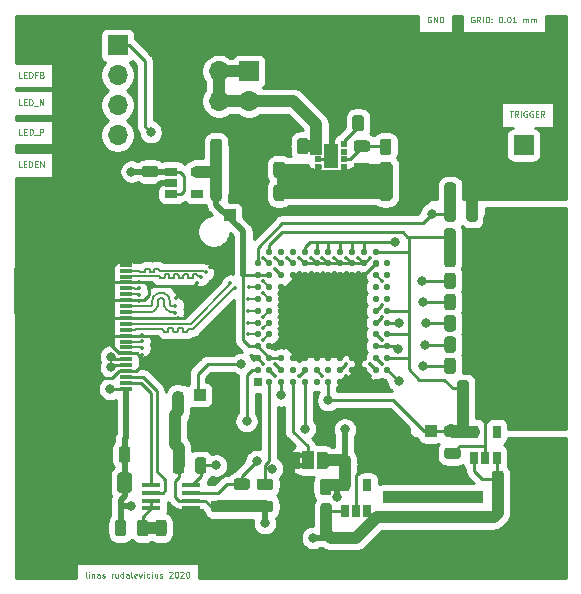
<source format=gtl>
G04 #@! TF.GenerationSoftware,KiCad,Pcbnew,(5.1.6)-1*
G04 #@! TF.CreationDate,2020-07-07T21:46:09+02:00*
G04 #@! TF.ProjectId,ToF_camera_VGA,546f465f-6361-46d6-9572-615f5647412e,rev?*
G04 #@! TF.SameCoordinates,Original*
G04 #@! TF.FileFunction,Copper,L1,Top*
G04 #@! TF.FilePolarity,Positive*
%FSLAX46Y46*%
G04 Gerber Fmt 4.6, Leading zero omitted, Abs format (unit mm)*
G04 Created by KiCad (PCBNEW (5.1.6)-1) date 2020-07-07 21:46:09*
%MOMM*%
%LPD*%
G01*
G04 APERTURE LIST*
G04 #@! TA.AperFunction,NonConductor*
%ADD10C,0.125000*%
G04 #@! TD*
G04 #@! TA.AperFunction,EtchedComponent*
%ADD11C,0.100000*%
G04 #@! TD*
G04 #@! TA.AperFunction,SMDPad,CuDef*
%ADD12R,1.600000X0.300000*%
G04 #@! TD*
G04 #@! TA.AperFunction,SMDPad,CuDef*
%ADD13C,0.540000*%
G04 #@! TD*
G04 #@! TA.AperFunction,SMDPad,CuDef*
%ADD14R,0.800000X0.800000*%
G04 #@! TD*
G04 #@! TA.AperFunction,SMDPad,CuDef*
%ADD15R,1.300000X1.650000*%
G04 #@! TD*
G04 #@! TA.AperFunction,SMDPad,CuDef*
%ADD16R,1.000000X0.300000*%
G04 #@! TD*
G04 #@! TA.AperFunction,SMDPad,CuDef*
%ADD17R,0.700000X0.800000*%
G04 #@! TD*
G04 #@! TA.AperFunction,SMDPad,CuDef*
%ADD18R,4.000000X4.000000*%
G04 #@! TD*
G04 #@! TA.AperFunction,SMDPad,CuDef*
%ADD19R,1.000000X1.000000*%
G04 #@! TD*
G04 #@! TA.AperFunction,SMDPad,CuDef*
%ADD20C,0.100000*%
G04 #@! TD*
G04 #@! TA.AperFunction,SMDPad,CuDef*
%ADD21R,1.000000X1.500000*%
G04 #@! TD*
G04 #@! TA.AperFunction,SMDPad,CuDef*
%ADD22R,2.750000X1.000000*%
G04 #@! TD*
G04 #@! TA.AperFunction,SMDPad,CuDef*
%ADD23R,1.060000X0.650000*%
G04 #@! TD*
G04 #@! TA.AperFunction,ComponentPad*
%ADD24O,1.700000X1.700000*%
G04 #@! TD*
G04 #@! TA.AperFunction,ComponentPad*
%ADD25R,1.700000X1.700000*%
G04 #@! TD*
G04 #@! TA.AperFunction,ViaPad*
%ADD26C,0.500000*%
G04 #@! TD*
G04 #@! TA.AperFunction,Conductor*
%ADD27R,0.625000X0.500000*%
G04 #@! TD*
G04 #@! TA.AperFunction,Conductor*
%ADD28R,1.200000X2.000000*%
G04 #@! TD*
G04 #@! TA.AperFunction,Conductor*
%ADD29R,3.000000X0.500000*%
G04 #@! TD*
G04 #@! TA.AperFunction,Conductor*
%ADD30R,1.000000X2.000000*%
G04 #@! TD*
G04 #@! TA.AperFunction,SMDPad,CuDef*
%ADD31R,0.650000X1.060000*%
G04 #@! TD*
G04 #@! TA.AperFunction,ViaPad*
%ADD32C,0.800000*%
G04 #@! TD*
G04 #@! TA.AperFunction,ViaPad*
%ADD33C,0.350000*%
G04 #@! TD*
G04 #@! TA.AperFunction,Conductor*
%ADD34C,1.000000*%
G04 #@! TD*
G04 #@! TA.AperFunction,Conductor*
%ADD35C,0.250000*%
G04 #@! TD*
G04 #@! TA.AperFunction,Conductor*
%ADD36C,0.500000*%
G04 #@! TD*
G04 #@! TA.AperFunction,Conductor*
%ADD37C,0.100000*%
G04 #@! TD*
G04 #@! TA.AperFunction,Conductor*
%ADD38C,0.200000*%
G04 #@! TD*
G04 #@! TA.AperFunction,Conductor*
%ADD39C,0.254000*%
G04 #@! TD*
G04 APERTURE END LIST*
D10*
X133511904Y-89726190D02*
X133797619Y-89726190D01*
X133654761Y-90226190D02*
X133654761Y-89726190D01*
X134250000Y-90226190D02*
X134083333Y-89988095D01*
X133964285Y-90226190D02*
X133964285Y-89726190D01*
X134154761Y-89726190D01*
X134202380Y-89750000D01*
X134226190Y-89773809D01*
X134250000Y-89821428D01*
X134250000Y-89892857D01*
X134226190Y-89940476D01*
X134202380Y-89964285D01*
X134154761Y-89988095D01*
X133964285Y-89988095D01*
X134464285Y-90226190D02*
X134464285Y-89726190D01*
X134964285Y-89750000D02*
X134916666Y-89726190D01*
X134845238Y-89726190D01*
X134773809Y-89750000D01*
X134726190Y-89797619D01*
X134702380Y-89845238D01*
X134678571Y-89940476D01*
X134678571Y-90011904D01*
X134702380Y-90107142D01*
X134726190Y-90154761D01*
X134773809Y-90202380D01*
X134845238Y-90226190D01*
X134892857Y-90226190D01*
X134964285Y-90202380D01*
X134988095Y-90178571D01*
X134988095Y-90011904D01*
X134892857Y-90011904D01*
X135464285Y-89750000D02*
X135416666Y-89726190D01*
X135345238Y-89726190D01*
X135273809Y-89750000D01*
X135226190Y-89797619D01*
X135202380Y-89845238D01*
X135178571Y-89940476D01*
X135178571Y-90011904D01*
X135202380Y-90107142D01*
X135226190Y-90154761D01*
X135273809Y-90202380D01*
X135345238Y-90226190D01*
X135392857Y-90226190D01*
X135464285Y-90202380D01*
X135488095Y-90178571D01*
X135488095Y-90011904D01*
X135392857Y-90011904D01*
X135702380Y-89964285D02*
X135869047Y-89964285D01*
X135940476Y-90226190D02*
X135702380Y-90226190D01*
X135702380Y-89726190D01*
X135940476Y-89726190D01*
X136440476Y-90226190D02*
X136273809Y-89988095D01*
X136154761Y-90226190D02*
X136154761Y-89726190D01*
X136345238Y-89726190D01*
X136392857Y-89750000D01*
X136416666Y-89773809D01*
X136440476Y-89821428D01*
X136440476Y-89892857D01*
X136416666Y-89940476D01*
X136392857Y-89964285D01*
X136345238Y-89988095D01*
X136154761Y-89988095D01*
X97702380Y-129226190D02*
X97654761Y-129202380D01*
X97630952Y-129154761D01*
X97630952Y-128726190D01*
X97892857Y-129226190D02*
X97892857Y-128892857D01*
X97892857Y-128726190D02*
X97869047Y-128750000D01*
X97892857Y-128773809D01*
X97916666Y-128750000D01*
X97892857Y-128726190D01*
X97892857Y-128773809D01*
X98130952Y-128892857D02*
X98130952Y-129226190D01*
X98130952Y-128940476D02*
X98154761Y-128916666D01*
X98202380Y-128892857D01*
X98273809Y-128892857D01*
X98321428Y-128916666D01*
X98345238Y-128964285D01*
X98345238Y-129226190D01*
X98797619Y-129226190D02*
X98797619Y-128964285D01*
X98773809Y-128916666D01*
X98726190Y-128892857D01*
X98630952Y-128892857D01*
X98583333Y-128916666D01*
X98797619Y-129202380D02*
X98750000Y-129226190D01*
X98630952Y-129226190D01*
X98583333Y-129202380D01*
X98559523Y-129154761D01*
X98559523Y-129107142D01*
X98583333Y-129059523D01*
X98630952Y-129035714D01*
X98750000Y-129035714D01*
X98797619Y-129011904D01*
X99011904Y-129202380D02*
X99059523Y-129226190D01*
X99154761Y-129226190D01*
X99202380Y-129202380D01*
X99226190Y-129154761D01*
X99226190Y-129130952D01*
X99202380Y-129083333D01*
X99154761Y-129059523D01*
X99083333Y-129059523D01*
X99035714Y-129035714D01*
X99011904Y-128988095D01*
X99011904Y-128964285D01*
X99035714Y-128916666D01*
X99083333Y-128892857D01*
X99154761Y-128892857D01*
X99202380Y-128916666D01*
X99821428Y-129226190D02*
X99821428Y-128892857D01*
X99821428Y-128988095D02*
X99845238Y-128940476D01*
X99869047Y-128916666D01*
X99916666Y-128892857D01*
X99964285Y-128892857D01*
X100345238Y-128892857D02*
X100345238Y-129226190D01*
X100130952Y-128892857D02*
X100130952Y-129154761D01*
X100154761Y-129202380D01*
X100202380Y-129226190D01*
X100273809Y-129226190D01*
X100321428Y-129202380D01*
X100345238Y-129178571D01*
X100797619Y-129226190D02*
X100797619Y-128726190D01*
X100797619Y-129202380D02*
X100750000Y-129226190D01*
X100654761Y-129226190D01*
X100607142Y-129202380D01*
X100583333Y-129178571D01*
X100559523Y-129130952D01*
X100559523Y-128988095D01*
X100583333Y-128940476D01*
X100607142Y-128916666D01*
X100654761Y-128892857D01*
X100750000Y-128892857D01*
X100797619Y-128916666D01*
X101250000Y-129226190D02*
X101250000Y-128964285D01*
X101226190Y-128916666D01*
X101178571Y-128892857D01*
X101083333Y-128892857D01*
X101035714Y-128916666D01*
X101250000Y-129202380D02*
X101202380Y-129226190D01*
X101083333Y-129226190D01*
X101035714Y-129202380D01*
X101011904Y-129154761D01*
X101011904Y-129107142D01*
X101035714Y-129059523D01*
X101083333Y-129035714D01*
X101202380Y-129035714D01*
X101250000Y-129011904D01*
X101559523Y-129226190D02*
X101511904Y-129202380D01*
X101488095Y-129154761D01*
X101488095Y-128726190D01*
X101940476Y-129202380D02*
X101892857Y-129226190D01*
X101797619Y-129226190D01*
X101750000Y-129202380D01*
X101726190Y-129154761D01*
X101726190Y-128964285D01*
X101750000Y-128916666D01*
X101797619Y-128892857D01*
X101892857Y-128892857D01*
X101940476Y-128916666D01*
X101964285Y-128964285D01*
X101964285Y-129011904D01*
X101726190Y-129059523D01*
X102130952Y-128892857D02*
X102250000Y-129226190D01*
X102369047Y-128892857D01*
X102559523Y-129226190D02*
X102559523Y-128892857D01*
X102559523Y-128726190D02*
X102535714Y-128750000D01*
X102559523Y-128773809D01*
X102583333Y-128750000D01*
X102559523Y-128726190D01*
X102559523Y-128773809D01*
X103011904Y-129202380D02*
X102964285Y-129226190D01*
X102869047Y-129226190D01*
X102821428Y-129202380D01*
X102797619Y-129178571D01*
X102773809Y-129130952D01*
X102773809Y-128988095D01*
X102797619Y-128940476D01*
X102821428Y-128916666D01*
X102869047Y-128892857D01*
X102964285Y-128892857D01*
X103011904Y-128916666D01*
X103226190Y-129226190D02*
X103226190Y-128892857D01*
X103226190Y-128726190D02*
X103202380Y-128750000D01*
X103226190Y-128773809D01*
X103250000Y-128750000D01*
X103226190Y-128726190D01*
X103226190Y-128773809D01*
X103678571Y-128892857D02*
X103678571Y-129226190D01*
X103464285Y-128892857D02*
X103464285Y-129154761D01*
X103488095Y-129202380D01*
X103535714Y-129226190D01*
X103607142Y-129226190D01*
X103654761Y-129202380D01*
X103678571Y-129178571D01*
X103892857Y-129202380D02*
X103940476Y-129226190D01*
X104035714Y-129226190D01*
X104083333Y-129202380D01*
X104107142Y-129154761D01*
X104107142Y-129130952D01*
X104083333Y-129083333D01*
X104035714Y-129059523D01*
X103964285Y-129059523D01*
X103916666Y-129035714D01*
X103892857Y-128988095D01*
X103892857Y-128964285D01*
X103916666Y-128916666D01*
X103964285Y-128892857D01*
X104035714Y-128892857D01*
X104083333Y-128916666D01*
X104678571Y-128773809D02*
X104702380Y-128750000D01*
X104750000Y-128726190D01*
X104869047Y-128726190D01*
X104916666Y-128750000D01*
X104940476Y-128773809D01*
X104964285Y-128821428D01*
X104964285Y-128869047D01*
X104940476Y-128940476D01*
X104654761Y-129226190D01*
X104964285Y-129226190D01*
X105273809Y-128726190D02*
X105321428Y-128726190D01*
X105369047Y-128750000D01*
X105392857Y-128773809D01*
X105416666Y-128821428D01*
X105440476Y-128916666D01*
X105440476Y-129035714D01*
X105416666Y-129130952D01*
X105392857Y-129178571D01*
X105369047Y-129202380D01*
X105321428Y-129226190D01*
X105273809Y-129226190D01*
X105226190Y-129202380D01*
X105202380Y-129178571D01*
X105178571Y-129130952D01*
X105154761Y-129035714D01*
X105154761Y-128916666D01*
X105178571Y-128821428D01*
X105202380Y-128773809D01*
X105226190Y-128750000D01*
X105273809Y-128726190D01*
X105630952Y-128773809D02*
X105654761Y-128750000D01*
X105702380Y-128726190D01*
X105821428Y-128726190D01*
X105869047Y-128750000D01*
X105892857Y-128773809D01*
X105916666Y-128821428D01*
X105916666Y-128869047D01*
X105892857Y-128940476D01*
X105607142Y-129226190D01*
X105916666Y-129226190D01*
X106226190Y-128726190D02*
X106273809Y-128726190D01*
X106321428Y-128750000D01*
X106345238Y-128773809D01*
X106369047Y-128821428D01*
X106392857Y-128916666D01*
X106392857Y-129035714D01*
X106369047Y-129130952D01*
X106345238Y-129178571D01*
X106321428Y-129202380D01*
X106273809Y-129226190D01*
X106226190Y-129226190D01*
X106178571Y-129202380D01*
X106154761Y-129178571D01*
X106130952Y-129130952D01*
X106107142Y-129035714D01*
X106107142Y-128916666D01*
X106130952Y-128821428D01*
X106154761Y-128773809D01*
X106178571Y-128750000D01*
X106226190Y-128726190D01*
X92190476Y-94486190D02*
X91952380Y-94486190D01*
X91952380Y-93986190D01*
X92357142Y-94224285D02*
X92523809Y-94224285D01*
X92595238Y-94486190D02*
X92357142Y-94486190D01*
X92357142Y-93986190D01*
X92595238Y-93986190D01*
X92809523Y-94486190D02*
X92809523Y-93986190D01*
X92928571Y-93986190D01*
X93000000Y-94010000D01*
X93047619Y-94057619D01*
X93071428Y-94105238D01*
X93095238Y-94200476D01*
X93095238Y-94271904D01*
X93071428Y-94367142D01*
X93047619Y-94414761D01*
X93000000Y-94462380D01*
X92928571Y-94486190D01*
X92809523Y-94486190D01*
X93309523Y-94224285D02*
X93476190Y-94224285D01*
X93547619Y-94486190D02*
X93309523Y-94486190D01*
X93309523Y-93986190D01*
X93547619Y-93986190D01*
X93761904Y-94486190D02*
X93761904Y-93986190D01*
X94047619Y-94486190D01*
X94047619Y-93986190D01*
X92238095Y-91726190D02*
X92000000Y-91726190D01*
X92000000Y-91226190D01*
X92404761Y-91464285D02*
X92571428Y-91464285D01*
X92642857Y-91726190D02*
X92404761Y-91726190D01*
X92404761Y-91226190D01*
X92642857Y-91226190D01*
X92857142Y-91726190D02*
X92857142Y-91226190D01*
X92976190Y-91226190D01*
X93047619Y-91250000D01*
X93095238Y-91297619D01*
X93119047Y-91345238D01*
X93142857Y-91440476D01*
X93142857Y-91511904D01*
X93119047Y-91607142D01*
X93095238Y-91654761D01*
X93047619Y-91702380D01*
X92976190Y-91726190D01*
X92857142Y-91726190D01*
X93238095Y-91773809D02*
X93619047Y-91773809D01*
X93738095Y-91726190D02*
X93738095Y-91226190D01*
X93928571Y-91226190D01*
X93976190Y-91250000D01*
X94000000Y-91273809D01*
X94023809Y-91321428D01*
X94023809Y-91392857D01*
X94000000Y-91440476D01*
X93976190Y-91464285D01*
X93928571Y-91488095D01*
X93738095Y-91488095D01*
X92226190Y-89226190D02*
X91988095Y-89226190D01*
X91988095Y-88726190D01*
X92392857Y-88964285D02*
X92559523Y-88964285D01*
X92630952Y-89226190D02*
X92392857Y-89226190D01*
X92392857Y-88726190D01*
X92630952Y-88726190D01*
X92845238Y-89226190D02*
X92845238Y-88726190D01*
X92964285Y-88726190D01*
X93035714Y-88750000D01*
X93083333Y-88797619D01*
X93107142Y-88845238D01*
X93130952Y-88940476D01*
X93130952Y-89011904D01*
X93107142Y-89107142D01*
X93083333Y-89154761D01*
X93035714Y-89202380D01*
X92964285Y-89226190D01*
X92845238Y-89226190D01*
X93226190Y-89273809D02*
X93607142Y-89273809D01*
X93726190Y-89226190D02*
X93726190Y-88726190D01*
X94011904Y-89226190D01*
X94011904Y-88726190D01*
X92214285Y-86916190D02*
X91976190Y-86916190D01*
X91976190Y-86416190D01*
X92380952Y-86654285D02*
X92547619Y-86654285D01*
X92619047Y-86916190D02*
X92380952Y-86916190D01*
X92380952Y-86416190D01*
X92619047Y-86416190D01*
X92833333Y-86916190D02*
X92833333Y-86416190D01*
X92952380Y-86416190D01*
X93023809Y-86440000D01*
X93071428Y-86487619D01*
X93095238Y-86535238D01*
X93119047Y-86630476D01*
X93119047Y-86701904D01*
X93095238Y-86797142D01*
X93071428Y-86844761D01*
X93023809Y-86892380D01*
X92952380Y-86916190D01*
X92833333Y-86916190D01*
X93500000Y-86654285D02*
X93333333Y-86654285D01*
X93333333Y-86916190D02*
X93333333Y-86416190D01*
X93571428Y-86416190D01*
X93928571Y-86654285D02*
X94000000Y-86678095D01*
X94023809Y-86701904D01*
X94047619Y-86749523D01*
X94047619Y-86820952D01*
X94023809Y-86868571D01*
X94000000Y-86892380D01*
X93952380Y-86916190D01*
X93761904Y-86916190D01*
X93761904Y-86416190D01*
X93928571Y-86416190D01*
X93976190Y-86440000D01*
X94000000Y-86463809D01*
X94023809Y-86511428D01*
X94023809Y-86559047D01*
X94000000Y-86606666D01*
X93976190Y-86630476D01*
X93928571Y-86654285D01*
X93761904Y-86654285D01*
X126849047Y-81750000D02*
X126801428Y-81726190D01*
X126730000Y-81726190D01*
X126658571Y-81750000D01*
X126610952Y-81797619D01*
X126587142Y-81845238D01*
X126563333Y-81940476D01*
X126563333Y-82011904D01*
X126587142Y-82107142D01*
X126610952Y-82154761D01*
X126658571Y-82202380D01*
X126730000Y-82226190D01*
X126777619Y-82226190D01*
X126849047Y-82202380D01*
X126872857Y-82178571D01*
X126872857Y-82011904D01*
X126777619Y-82011904D01*
X127087142Y-82226190D02*
X127087142Y-81726190D01*
X127372857Y-82226190D01*
X127372857Y-81726190D01*
X127610952Y-82226190D02*
X127610952Y-81726190D01*
X127730000Y-81726190D01*
X127801428Y-81750000D01*
X127849047Y-81797619D01*
X127872857Y-81845238D01*
X127896666Y-81940476D01*
X127896666Y-82011904D01*
X127872857Y-82107142D01*
X127849047Y-82154761D01*
X127801428Y-82202380D01*
X127730000Y-82226190D01*
X127610952Y-82226190D01*
X130511904Y-81750000D02*
X130464285Y-81726190D01*
X130392857Y-81726190D01*
X130321428Y-81750000D01*
X130273809Y-81797619D01*
X130250000Y-81845238D01*
X130226190Y-81940476D01*
X130226190Y-82011904D01*
X130250000Y-82107142D01*
X130273809Y-82154761D01*
X130321428Y-82202380D01*
X130392857Y-82226190D01*
X130440476Y-82226190D01*
X130511904Y-82202380D01*
X130535714Y-82178571D01*
X130535714Y-82011904D01*
X130440476Y-82011904D01*
X131035714Y-82226190D02*
X130869047Y-81988095D01*
X130750000Y-82226190D02*
X130750000Y-81726190D01*
X130940476Y-81726190D01*
X130988095Y-81750000D01*
X131011904Y-81773809D01*
X131035714Y-81821428D01*
X131035714Y-81892857D01*
X131011904Y-81940476D01*
X130988095Y-81964285D01*
X130940476Y-81988095D01*
X130750000Y-81988095D01*
X131250000Y-82226190D02*
X131250000Y-81726190D01*
X131488095Y-82226190D02*
X131488095Y-81726190D01*
X131607142Y-81726190D01*
X131678571Y-81750000D01*
X131726190Y-81797619D01*
X131750000Y-81845238D01*
X131773809Y-81940476D01*
X131773809Y-82011904D01*
X131750000Y-82107142D01*
X131726190Y-82154761D01*
X131678571Y-82202380D01*
X131607142Y-82226190D01*
X131488095Y-82226190D01*
X131988095Y-82178571D02*
X132011904Y-82202380D01*
X131988095Y-82226190D01*
X131964285Y-82202380D01*
X131988095Y-82178571D01*
X131988095Y-82226190D01*
X131988095Y-81916666D02*
X132011904Y-81940476D01*
X131988095Y-81964285D01*
X131964285Y-81940476D01*
X131988095Y-81916666D01*
X131988095Y-81964285D01*
X132702380Y-81726190D02*
X132750000Y-81726190D01*
X132797619Y-81750000D01*
X132821428Y-81773809D01*
X132845238Y-81821428D01*
X132869047Y-81916666D01*
X132869047Y-82035714D01*
X132845238Y-82130952D01*
X132821428Y-82178571D01*
X132797619Y-82202380D01*
X132750000Y-82226190D01*
X132702380Y-82226190D01*
X132654761Y-82202380D01*
X132630952Y-82178571D01*
X132607142Y-82130952D01*
X132583333Y-82035714D01*
X132583333Y-81916666D01*
X132607142Y-81821428D01*
X132630952Y-81773809D01*
X132654761Y-81750000D01*
X132702380Y-81726190D01*
X133083333Y-82178571D02*
X133107142Y-82202380D01*
X133083333Y-82226190D01*
X133059523Y-82202380D01*
X133083333Y-82178571D01*
X133083333Y-82226190D01*
X133416666Y-81726190D02*
X133464285Y-81726190D01*
X133511904Y-81750000D01*
X133535714Y-81773809D01*
X133559523Y-81821428D01*
X133583333Y-81916666D01*
X133583333Y-82035714D01*
X133559523Y-82130952D01*
X133535714Y-82178571D01*
X133511904Y-82202380D01*
X133464285Y-82226190D01*
X133416666Y-82226190D01*
X133369047Y-82202380D01*
X133345238Y-82178571D01*
X133321428Y-82130952D01*
X133297619Y-82035714D01*
X133297619Y-81916666D01*
X133321428Y-81821428D01*
X133345238Y-81773809D01*
X133369047Y-81750000D01*
X133416666Y-81726190D01*
X134059523Y-82226190D02*
X133773809Y-82226190D01*
X133916666Y-82226190D02*
X133916666Y-81726190D01*
X133869047Y-81797619D01*
X133821428Y-81845238D01*
X133773809Y-81869047D01*
X134654761Y-82226190D02*
X134654761Y-81892857D01*
X134654761Y-81940476D02*
X134678571Y-81916666D01*
X134726190Y-81892857D01*
X134797619Y-81892857D01*
X134845238Y-81916666D01*
X134869047Y-81964285D01*
X134869047Y-82226190D01*
X134869047Y-81964285D02*
X134892857Y-81916666D01*
X134940476Y-81892857D01*
X135011904Y-81892857D01*
X135059523Y-81916666D01*
X135083333Y-81964285D01*
X135083333Y-82226190D01*
X135321428Y-82226190D02*
X135321428Y-81892857D01*
X135321428Y-81940476D02*
X135345238Y-81916666D01*
X135392857Y-81892857D01*
X135464285Y-81892857D01*
X135511904Y-81916666D01*
X135535714Y-81964285D01*
X135535714Y-82226190D01*
X135535714Y-81964285D02*
X135559523Y-81916666D01*
X135607142Y-81892857D01*
X135678571Y-81892857D01*
X135726190Y-81916666D01*
X135750000Y-81964285D01*
X135750000Y-82226190D01*
D11*
G36*
X115570000Y-119510000D02*
G01*
X116070000Y-119510000D01*
X116070000Y-119910000D01*
X115570000Y-119910000D01*
X115570000Y-119510000D01*
G37*
G36*
X115570000Y-118710000D02*
G01*
X116070000Y-118710000D01*
X116070000Y-119110000D01*
X115570000Y-119110000D01*
X115570000Y-118710000D01*
G37*
D12*
X103150000Y-123355000D03*
X103150000Y-122705000D03*
X103150000Y-122055000D03*
X103150000Y-121405000D03*
X106550000Y-121405000D03*
X106550000Y-122055000D03*
X106550000Y-122705000D03*
X106550000Y-123355000D03*
D13*
X113160000Y-108630000D03*
X113160000Y-109630000D03*
X113160000Y-104630000D03*
X113160000Y-102630000D03*
X114160000Y-109630000D03*
X112160000Y-106630000D03*
X113160000Y-112630000D03*
X114160000Y-108630000D03*
X113160000Y-105630000D03*
X112160000Y-110630000D03*
X112160000Y-107630000D03*
X113160000Y-107630000D03*
X112160000Y-105630000D03*
X114160000Y-112630000D03*
X113160000Y-106630000D03*
D14*
X112160000Y-112630000D03*
D13*
X112160000Y-109630000D03*
X112160000Y-111630000D03*
X113160000Y-101630000D03*
X112160000Y-102630000D03*
X114160000Y-110630000D03*
X112160000Y-104630000D03*
X113160000Y-111630000D03*
X114160000Y-111630000D03*
X112160000Y-103630000D03*
X112160000Y-108630000D03*
X113160000Y-103630000D03*
X113160000Y-110630000D03*
X115160000Y-109630000D03*
X115160000Y-108630000D03*
X115160000Y-104630000D03*
X115160000Y-106630000D03*
X115160000Y-105630000D03*
X115160000Y-102630000D03*
X116160000Y-112630000D03*
X116160000Y-110630000D03*
X114160000Y-107630000D03*
X116160000Y-107630000D03*
X114160000Y-106630000D03*
X114160000Y-105630000D03*
X115160000Y-101630000D03*
X115160000Y-103630000D03*
X114160000Y-104630000D03*
X114160000Y-103630000D03*
X114160000Y-102630000D03*
X115160000Y-107630000D03*
X115160000Y-112630000D03*
X116160000Y-109630000D03*
X116160000Y-108630000D03*
X116160000Y-111630000D03*
X114160000Y-101630000D03*
X115160000Y-111630000D03*
X115160000Y-110630000D03*
X117160000Y-106630000D03*
X117160000Y-109630000D03*
X118160000Y-112630000D03*
X118160000Y-107630000D03*
X120160000Y-111630000D03*
X120160000Y-103630000D03*
X118160000Y-111630000D03*
X117160000Y-110630000D03*
X117160000Y-107630000D03*
X116160000Y-104630000D03*
X118160000Y-110630000D03*
X118160000Y-102630000D03*
X116160000Y-103630000D03*
X117160000Y-101630000D03*
X116160000Y-102630000D03*
X116160000Y-101630000D03*
X118160000Y-108630000D03*
X117160000Y-112630000D03*
X119160000Y-103630000D03*
X120160000Y-112630000D03*
X119160000Y-106630000D03*
X119160000Y-107630000D03*
X117160000Y-111630000D03*
X120160000Y-102630000D03*
X119160000Y-105630000D03*
X121160000Y-109630000D03*
X117160000Y-108630000D03*
X119160000Y-101630000D03*
X117160000Y-105630000D03*
X118160000Y-104630000D03*
X119160000Y-104630000D03*
X117160000Y-104630000D03*
X120160000Y-104630000D03*
X117160000Y-103630000D03*
X121160000Y-112630000D03*
X117160000Y-102630000D03*
X121160000Y-111630000D03*
X118160000Y-109630000D03*
X120160000Y-107630000D03*
X118160000Y-106630000D03*
X120160000Y-108630000D03*
X118160000Y-105630000D03*
X118160000Y-103630000D03*
X119160000Y-112630000D03*
X120160000Y-110630000D03*
X120160000Y-109630000D03*
X120160000Y-106630000D03*
X120160000Y-101630000D03*
X119160000Y-108630000D03*
X119160000Y-102630000D03*
X121160000Y-110630000D03*
X119160000Y-111630000D03*
X119160000Y-110630000D03*
X120160000Y-105630000D03*
X116160000Y-106630000D03*
X118160000Y-101630000D03*
X119160000Y-109630000D03*
X116160000Y-105630000D03*
X121160000Y-101630000D03*
X123160000Y-105630000D03*
X123160000Y-106630000D03*
X123160000Y-107630000D03*
X121160000Y-105630000D03*
X123160000Y-104630000D03*
X123160000Y-103630000D03*
X121160000Y-108630000D03*
X122160000Y-110630000D03*
X123160000Y-102630000D03*
X121160000Y-107630000D03*
X121160000Y-106630000D03*
X122160000Y-101630000D03*
X122160000Y-111630000D03*
X121160000Y-103630000D03*
X122160000Y-112630000D03*
X122160000Y-109630000D03*
X122160000Y-107630000D03*
X122160000Y-106630000D03*
X123160000Y-110630000D03*
X122160000Y-105630000D03*
X122160000Y-103630000D03*
X122160000Y-104630000D03*
X122160000Y-102630000D03*
X123160000Y-109630000D03*
X123160000Y-108630000D03*
X123160000Y-111630000D03*
X121160000Y-104630000D03*
X121160000Y-102630000D03*
X122160000Y-108630000D03*
D15*
X99140000Y-115515000D03*
X99140000Y-100465000D03*
D16*
X101040000Y-113240000D03*
X101040000Y-112740000D03*
X101040000Y-112240000D03*
X101040000Y-111740000D03*
X101040000Y-111240000D03*
X101040000Y-110740000D03*
X101040000Y-110240000D03*
X101040000Y-109740000D03*
X101040000Y-109240000D03*
X101040000Y-108740000D03*
X101040000Y-108240000D03*
X101040000Y-107740000D03*
X101040000Y-107240000D03*
X101040000Y-106740000D03*
X101040000Y-106240000D03*
X101040000Y-105740000D03*
X101040000Y-105240000D03*
X101040000Y-104740000D03*
X101040000Y-104240000D03*
X101040000Y-103740000D03*
X101040000Y-103240000D03*
X101040000Y-102740000D03*
D17*
X105475000Y-113865000D03*
X107125000Y-113865000D03*
X107125000Y-115115000D03*
X105475000Y-115115000D03*
D18*
X93530000Y-105000000D03*
X118000000Y-83530000D03*
D19*
X126810000Y-116820000D03*
X109820000Y-98550000D03*
X107270000Y-113760000D03*
G04 #@! TA.AperFunction,SMDPad,CuDef*
G36*
G01*
X99512500Y-118343750D02*
X99512500Y-119256250D01*
G75*
G02*
X99268750Y-119500000I-243750J0D01*
G01*
X98781250Y-119500000D01*
G75*
G02*
X98537500Y-119256250I0J243750D01*
G01*
X98537500Y-118343750D01*
G75*
G02*
X98781250Y-118100000I243750J0D01*
G01*
X99268750Y-118100000D01*
G75*
G02*
X99512500Y-118343750I0J-243750D01*
G01*
G37*
G04 #@! TD.AperFunction*
G04 #@! TA.AperFunction,SMDPad,CuDef*
G36*
G01*
X101387500Y-118343750D02*
X101387500Y-119256250D01*
G75*
G02*
X101143750Y-119500000I-243750J0D01*
G01*
X100656250Y-119500000D01*
G75*
G02*
X100412500Y-119256250I0J243750D01*
G01*
X100412500Y-118343750D01*
G75*
G02*
X100656250Y-118100000I243750J0D01*
G01*
X101143750Y-118100000D01*
G75*
G02*
X101387500Y-118343750I0J-243750D01*
G01*
G37*
G04 #@! TD.AperFunction*
G04 #@! TA.AperFunction,SMDPad,CuDef*
D20*
G36*
X115720000Y-120060000D02*
G01*
X115170000Y-120060000D01*
X115170000Y-120059398D01*
X115145466Y-120059398D01*
X115096635Y-120054588D01*
X115048510Y-120045016D01*
X115001555Y-120030772D01*
X114956222Y-120011995D01*
X114912949Y-119988864D01*
X114872150Y-119961604D01*
X114834221Y-119930476D01*
X114799524Y-119895779D01*
X114768396Y-119857850D01*
X114741136Y-119817051D01*
X114718005Y-119773778D01*
X114699228Y-119728445D01*
X114684984Y-119681490D01*
X114675412Y-119633365D01*
X114670602Y-119584534D01*
X114670602Y-119560000D01*
X114670000Y-119560000D01*
X114670000Y-119060000D01*
X114670602Y-119060000D01*
X114670602Y-119035466D01*
X114675412Y-118986635D01*
X114684984Y-118938510D01*
X114699228Y-118891555D01*
X114718005Y-118846222D01*
X114741136Y-118802949D01*
X114768396Y-118762150D01*
X114799524Y-118724221D01*
X114834221Y-118689524D01*
X114872150Y-118658396D01*
X114912949Y-118631136D01*
X114956222Y-118608005D01*
X115001555Y-118589228D01*
X115048510Y-118574984D01*
X115096635Y-118565412D01*
X115145466Y-118560602D01*
X115170000Y-118560602D01*
X115170000Y-118560000D01*
X115720000Y-118560000D01*
X115720000Y-120060000D01*
G37*
G04 #@! TD.AperFunction*
D21*
X116470000Y-119310000D03*
G04 #@! TA.AperFunction,SMDPad,CuDef*
D20*
G36*
X117770000Y-118560602D02*
G01*
X117794534Y-118560602D01*
X117843365Y-118565412D01*
X117891490Y-118574984D01*
X117938445Y-118589228D01*
X117983778Y-118608005D01*
X118027051Y-118631136D01*
X118067850Y-118658396D01*
X118105779Y-118689524D01*
X118140476Y-118724221D01*
X118171604Y-118762150D01*
X118198864Y-118802949D01*
X118221995Y-118846222D01*
X118240772Y-118891555D01*
X118255016Y-118938510D01*
X118264588Y-118986635D01*
X118269398Y-119035466D01*
X118269398Y-119060000D01*
X118270000Y-119060000D01*
X118270000Y-119560000D01*
X118269398Y-119560000D01*
X118269398Y-119584534D01*
X118264588Y-119633365D01*
X118255016Y-119681490D01*
X118240772Y-119728445D01*
X118221995Y-119773778D01*
X118198864Y-119817051D01*
X118171604Y-119857850D01*
X118140476Y-119895779D01*
X118105779Y-119930476D01*
X118067850Y-119961604D01*
X118027051Y-119988864D01*
X117983778Y-120011995D01*
X117938445Y-120030772D01*
X117891490Y-120045016D01*
X117843365Y-120054588D01*
X117794534Y-120059398D01*
X117770000Y-120059398D01*
X117770000Y-120060000D01*
X117220000Y-120060000D01*
X117220000Y-118560000D01*
X117770000Y-118560000D01*
X117770000Y-118560602D01*
G37*
G04 #@! TD.AperFunction*
G04 #@! TA.AperFunction,SMDPad,CuDef*
G36*
G01*
X112610000Y-94243750D02*
X112610000Y-95156250D01*
G75*
G02*
X112366250Y-95400000I-243750J0D01*
G01*
X111878750Y-95400000D01*
G75*
G02*
X111635000Y-95156250I0J243750D01*
G01*
X111635000Y-94243750D01*
G75*
G02*
X111878750Y-94000000I243750J0D01*
G01*
X112366250Y-94000000D01*
G75*
G02*
X112610000Y-94243750I0J-243750D01*
G01*
G37*
G04 #@! TD.AperFunction*
G04 #@! TA.AperFunction,SMDPad,CuDef*
G36*
G01*
X114485000Y-94243750D02*
X114485000Y-95156250D01*
G75*
G02*
X114241250Y-95400000I-243750J0D01*
G01*
X113753750Y-95400000D01*
G75*
G02*
X113510000Y-95156250I0J243750D01*
G01*
X113510000Y-94243750D01*
G75*
G02*
X113753750Y-94000000I243750J0D01*
G01*
X114241250Y-94000000D01*
G75*
G02*
X114485000Y-94243750I0J-243750D01*
G01*
G37*
G04 #@! TD.AperFunction*
G04 #@! TA.AperFunction,SMDPad,CuDef*
G36*
G01*
X104985000Y-120186250D02*
X104985000Y-119273750D01*
G75*
G02*
X105228750Y-119030000I243750J0D01*
G01*
X105716250Y-119030000D01*
G75*
G02*
X105960000Y-119273750I0J-243750D01*
G01*
X105960000Y-120186250D01*
G75*
G02*
X105716250Y-120430000I-243750J0D01*
G01*
X105228750Y-120430000D01*
G75*
G02*
X104985000Y-120186250I0J243750D01*
G01*
G37*
G04 #@! TD.AperFunction*
G04 #@! TA.AperFunction,SMDPad,CuDef*
G36*
G01*
X106860000Y-120186250D02*
X106860000Y-119273750D01*
G75*
G02*
X107103750Y-119030000I243750J0D01*
G01*
X107591250Y-119030000D01*
G75*
G02*
X107835000Y-119273750I0J-243750D01*
G01*
X107835000Y-120186250D01*
G75*
G02*
X107591250Y-120430000I-243750J0D01*
G01*
X107103750Y-120430000D01*
G75*
G02*
X106860000Y-120186250I0J243750D01*
G01*
G37*
G04 #@! TD.AperFunction*
D22*
X129910000Y-126370000D03*
X124150000Y-126370000D03*
X124150000Y-122370000D03*
X129910000Y-122370000D03*
D23*
X107060000Y-94850000D03*
X107060000Y-96750000D03*
X104860000Y-96750000D03*
X104860000Y-95800000D03*
X104860000Y-94850000D03*
D24*
X127680000Y-86490000D03*
X127680000Y-89030000D03*
X125140000Y-86490000D03*
D25*
X125140000Y-89030000D03*
D24*
X108890000Y-88890000D03*
X108890000Y-86350000D03*
X111430000Y-88890000D03*
D25*
X111430000Y-86350000D03*
X134700000Y-92600000D03*
D26*
X118400000Y-94250000D03*
X118400000Y-93500000D03*
X118400000Y-92750000D03*
G04 #@! TA.AperFunction,SMDPad,CuDef*
G36*
G01*
X117850000Y-94340000D02*
X117850000Y-92660000D01*
G75*
G02*
X117960000Y-92550000I110000J0D01*
G01*
X118840000Y-92550000D01*
G75*
G02*
X118950000Y-92660000I0J-110000D01*
G01*
X118950000Y-94340000D01*
G75*
G02*
X118840000Y-94450000I-110000J0D01*
G01*
X117960000Y-94450000D01*
G75*
G02*
X117850000Y-94340000I0J110000D01*
G01*
G37*
G04 #@! TD.AperFunction*
D27*
X119500000Y-92525000D03*
G04 #@! TA.AperFunction,SMDPad,CuDef*
G36*
G01*
X119237500Y-93315000D02*
X119237500Y-93035000D01*
G75*
G02*
X119272500Y-93000000I35000J0D01*
G01*
X119652500Y-93000000D01*
G75*
G02*
X119687500Y-93035000I0J-35000D01*
G01*
X119687500Y-93315000D01*
G75*
G02*
X119652500Y-93350000I-35000J0D01*
G01*
X119272500Y-93350000D01*
G75*
G02*
X119237500Y-93315000I0J35000D01*
G01*
G37*
G04 #@! TD.AperFunction*
G04 #@! TA.AperFunction,SMDPad,CuDef*
G36*
G01*
X119212500Y-93985000D02*
X119212500Y-93665000D01*
G75*
G02*
X119252500Y-93625000I40000J0D01*
G01*
X119672500Y-93625000D01*
G75*
G02*
X119712500Y-93665000I0J-40000D01*
G01*
X119712500Y-93985000D01*
G75*
G02*
X119672500Y-94025000I-40000J0D01*
G01*
X119252500Y-94025000D01*
G75*
G02*
X119212500Y-93985000I0J40000D01*
G01*
G37*
G04 #@! TD.AperFunction*
G04 #@! TA.AperFunction,SMDPad,CuDef*
G36*
G01*
X119212500Y-94635000D02*
X119212500Y-94315000D01*
G75*
G02*
X119252500Y-94275000I40000J0D01*
G01*
X119672500Y-94275000D01*
G75*
G02*
X119712500Y-94315000I0J-40000D01*
G01*
X119712500Y-94635000D01*
G75*
G02*
X119672500Y-94675000I-40000J0D01*
G01*
X119252500Y-94675000D01*
G75*
G02*
X119212500Y-94635000I0J40000D01*
G01*
G37*
G04 #@! TD.AperFunction*
G04 #@! TA.AperFunction,SMDPad,CuDef*
G36*
G01*
X117087500Y-94635000D02*
X117087500Y-94315000D01*
G75*
G02*
X117127500Y-94275000I40000J0D01*
G01*
X117547500Y-94275000D01*
G75*
G02*
X117587500Y-94315000I0J-40000D01*
G01*
X117587500Y-94635000D01*
G75*
G02*
X117547500Y-94675000I-40000J0D01*
G01*
X117127500Y-94675000D01*
G75*
G02*
X117087500Y-94635000I0J40000D01*
G01*
G37*
G04 #@! TD.AperFunction*
G04 #@! TA.AperFunction,SMDPad,CuDef*
G36*
G01*
X117112500Y-93965000D02*
X117112500Y-93685000D01*
G75*
G02*
X117147500Y-93650000I35000J0D01*
G01*
X117527500Y-93650000D01*
G75*
G02*
X117562500Y-93685000I0J-35000D01*
G01*
X117562500Y-93965000D01*
G75*
G02*
X117527500Y-94000000I-35000J0D01*
G01*
X117147500Y-94000000D01*
G75*
G02*
X117112500Y-93965000I0J35000D01*
G01*
G37*
G04 #@! TD.AperFunction*
G04 #@! TA.AperFunction,SMDPad,CuDef*
G36*
G01*
X117087500Y-93335000D02*
X117087500Y-93015000D01*
G75*
G02*
X117127500Y-92975000I40000J0D01*
G01*
X117547500Y-92975000D01*
G75*
G02*
X117587500Y-93015000I0J-40000D01*
G01*
X117587500Y-93335000D01*
G75*
G02*
X117547500Y-93375000I-40000J0D01*
G01*
X117127500Y-93375000D01*
G75*
G02*
X117087500Y-93335000I0J40000D01*
G01*
G37*
G04 #@! TD.AperFunction*
D28*
X118400000Y-93500000D03*
G04 #@! TA.AperFunction,SMDPad,CuDef*
G36*
G01*
X119212500Y-92685000D02*
X119212500Y-92365000D01*
G75*
G02*
X119252500Y-92325000I40000J0D01*
G01*
X119672500Y-92325000D01*
G75*
G02*
X119712500Y-92365000I0J-40000D01*
G01*
X119712500Y-92685000D01*
G75*
G02*
X119672500Y-92725000I-40000J0D01*
G01*
X119252500Y-92725000D01*
G75*
G02*
X119212500Y-92685000I0J40000D01*
G01*
G37*
G04 #@! TD.AperFunction*
D27*
X119500000Y-93175000D03*
X117300000Y-93825000D03*
G04 #@! TA.AperFunction,SMDPad,CuDef*
G36*
G01*
X117087500Y-92685000D02*
X117087500Y-92365000D01*
G75*
G02*
X117127500Y-92325000I40000J0D01*
G01*
X117547500Y-92325000D01*
G75*
G02*
X117587500Y-92365000I0J-40000D01*
G01*
X117587500Y-92685000D01*
G75*
G02*
X117547500Y-92725000I-40000J0D01*
G01*
X117127500Y-92725000D01*
G75*
G02*
X117087500Y-92685000I0J40000D01*
G01*
G37*
G04 #@! TD.AperFunction*
X117300000Y-94475000D03*
X119500000Y-93825000D03*
X119500000Y-94475000D03*
D29*
X118400000Y-94950000D03*
D30*
X117125000Y-92425000D03*
D31*
X130510000Y-116870000D03*
X132410000Y-116870000D03*
X132410000Y-119070000D03*
X131460000Y-119070000D03*
X130510000Y-119070000D03*
X119570000Y-121410000D03*
X121470000Y-121410000D03*
X121470000Y-123610000D03*
X120520000Y-123610000D03*
X119570000Y-123610000D03*
G04 #@! TA.AperFunction,SMDPad,CuDef*
G36*
G01*
X112323750Y-122712500D02*
X113236250Y-122712500D01*
G75*
G02*
X113480000Y-122956250I0J-243750D01*
G01*
X113480000Y-123443750D01*
G75*
G02*
X113236250Y-123687500I-243750J0D01*
G01*
X112323750Y-123687500D01*
G75*
G02*
X112080000Y-123443750I0J243750D01*
G01*
X112080000Y-122956250D01*
G75*
G02*
X112323750Y-122712500I243750J0D01*
G01*
G37*
G04 #@! TD.AperFunction*
G04 #@! TA.AperFunction,SMDPad,CuDef*
G36*
G01*
X112323750Y-120837500D02*
X113236250Y-120837500D01*
G75*
G02*
X113480000Y-121081250I0J-243750D01*
G01*
X113480000Y-121568750D01*
G75*
G02*
X113236250Y-121812500I-243750J0D01*
G01*
X112323750Y-121812500D01*
G75*
G02*
X112080000Y-121568750I0J243750D01*
G01*
X112080000Y-121081250D01*
G75*
G02*
X112323750Y-120837500I243750J0D01*
G01*
G37*
G04 #@! TD.AperFunction*
G04 #@! TA.AperFunction,SMDPad,CuDef*
G36*
G01*
X120543750Y-94087500D02*
X121456250Y-94087500D01*
G75*
G02*
X121700000Y-94331250I0J-243750D01*
G01*
X121700000Y-94818750D01*
G75*
G02*
X121456250Y-95062500I-243750J0D01*
G01*
X120543750Y-95062500D01*
G75*
G02*
X120300000Y-94818750I0J243750D01*
G01*
X120300000Y-94331250D01*
G75*
G02*
X120543750Y-94087500I243750J0D01*
G01*
G37*
G04 #@! TD.AperFunction*
G04 #@! TA.AperFunction,SMDPad,CuDef*
G36*
G01*
X120543750Y-92212500D02*
X121456250Y-92212500D01*
G75*
G02*
X121700000Y-92456250I0J-243750D01*
G01*
X121700000Y-92943750D01*
G75*
G02*
X121456250Y-93187500I-243750J0D01*
G01*
X120543750Y-93187500D01*
G75*
G02*
X120300000Y-92943750I0J243750D01*
G01*
X120300000Y-92456250D01*
G75*
G02*
X120543750Y-92212500I243750J0D01*
G01*
G37*
G04 #@! TD.AperFunction*
G04 #@! TA.AperFunction,SMDPad,CuDef*
G36*
G01*
X123487500Y-92293750D02*
X123487500Y-93206250D01*
G75*
G02*
X123243750Y-93450000I-243750J0D01*
G01*
X122756250Y-93450000D01*
G75*
G02*
X122512500Y-93206250I0J243750D01*
G01*
X122512500Y-92293750D01*
G75*
G02*
X122756250Y-92050000I243750J0D01*
G01*
X123243750Y-92050000D01*
G75*
G02*
X123487500Y-92293750I0J-243750D01*
G01*
G37*
G04 #@! TD.AperFunction*
G04 #@! TA.AperFunction,SMDPad,CuDef*
G36*
G01*
X125362500Y-92293750D02*
X125362500Y-93206250D01*
G75*
G02*
X125118750Y-93450000I-243750J0D01*
G01*
X124631250Y-93450000D01*
G75*
G02*
X124387500Y-93206250I0J243750D01*
G01*
X124387500Y-92293750D01*
G75*
G02*
X124631250Y-92050000I243750J0D01*
G01*
X125118750Y-92050000D01*
G75*
G02*
X125362500Y-92293750I0J-243750D01*
G01*
G37*
G04 #@! TD.AperFunction*
G04 #@! TA.AperFunction,SMDPad,CuDef*
G36*
G01*
X101057500Y-124573750D02*
X101057500Y-125486250D01*
G75*
G02*
X100813750Y-125730000I-243750J0D01*
G01*
X100326250Y-125730000D01*
G75*
G02*
X100082500Y-125486250I0J243750D01*
G01*
X100082500Y-124573750D01*
G75*
G02*
X100326250Y-124330000I243750J0D01*
G01*
X100813750Y-124330000D01*
G75*
G02*
X101057500Y-124573750I0J-243750D01*
G01*
G37*
G04 #@! TD.AperFunction*
G04 #@! TA.AperFunction,SMDPad,CuDef*
G36*
G01*
X102932500Y-124573750D02*
X102932500Y-125486250D01*
G75*
G02*
X102688750Y-125730000I-243750J0D01*
G01*
X102201250Y-125730000D01*
G75*
G02*
X101957500Y-125486250I0J243750D01*
G01*
X101957500Y-124573750D01*
G75*
G02*
X102201250Y-124330000I243750J0D01*
G01*
X102688750Y-124330000D01*
G75*
G02*
X102932500Y-124573750I0J-243750D01*
G01*
G37*
G04 #@! TD.AperFunction*
G04 #@! TA.AperFunction,SMDPad,CuDef*
G36*
G01*
X111286250Y-121807500D02*
X110373750Y-121807500D01*
G75*
G02*
X110130000Y-121563750I0J243750D01*
G01*
X110130000Y-121076250D01*
G75*
G02*
X110373750Y-120832500I243750J0D01*
G01*
X111286250Y-120832500D01*
G75*
G02*
X111530000Y-121076250I0J-243750D01*
G01*
X111530000Y-121563750D01*
G75*
G02*
X111286250Y-121807500I-243750J0D01*
G01*
G37*
G04 #@! TD.AperFunction*
G04 #@! TA.AperFunction,SMDPad,CuDef*
G36*
G01*
X111286250Y-123682500D02*
X110373750Y-123682500D01*
G75*
G02*
X110130000Y-123438750I0J243750D01*
G01*
X110130000Y-122951250D01*
G75*
G02*
X110373750Y-122707500I243750J0D01*
G01*
X111286250Y-122707500D01*
G75*
G02*
X111530000Y-122951250I0J-243750D01*
G01*
X111530000Y-123438750D01*
G75*
G02*
X111286250Y-123682500I-243750J0D01*
G01*
G37*
G04 #@! TD.AperFunction*
G04 #@! TA.AperFunction,SMDPad,CuDef*
G36*
G01*
X135075000Y-98275000D02*
X137225000Y-98275000D01*
G75*
G02*
X137475000Y-98525000I0J-250000D01*
G01*
X137475000Y-99275000D01*
G75*
G02*
X137225000Y-99525000I-250000J0D01*
G01*
X135075000Y-99525000D01*
G75*
G02*
X134825000Y-99275000I0J250000D01*
G01*
X134825000Y-98525000D01*
G75*
G02*
X135075000Y-98275000I250000J0D01*
G01*
G37*
G04 #@! TD.AperFunction*
G04 #@! TA.AperFunction,SMDPad,CuDef*
G36*
G01*
X135075000Y-95475000D02*
X137225000Y-95475000D01*
G75*
G02*
X137475000Y-95725000I0J-250000D01*
G01*
X137475000Y-96475000D01*
G75*
G02*
X137225000Y-96725000I-250000J0D01*
G01*
X135075000Y-96725000D01*
G75*
G02*
X134825000Y-96475000I0J250000D01*
G01*
X134825000Y-95725000D01*
G75*
G02*
X135075000Y-95475000I250000J0D01*
G01*
G37*
G04 #@! TD.AperFunction*
D24*
X100310000Y-91770000D03*
X100310000Y-89230000D03*
X100310000Y-86690000D03*
D25*
X100310000Y-84150000D03*
G04 #@! TA.AperFunction,SMDPad,CuDef*
G36*
G01*
X100275000Y-121825000D02*
X100275000Y-120575000D01*
G75*
G02*
X100525000Y-120325000I250000J0D01*
G01*
X101275000Y-120325000D01*
G75*
G02*
X101525000Y-120575000I0J-250000D01*
G01*
X101525000Y-121825000D01*
G75*
G02*
X101275000Y-122075000I-250000J0D01*
G01*
X100525000Y-122075000D01*
G75*
G02*
X100275000Y-121825000I0J250000D01*
G01*
G37*
G04 #@! TD.AperFunction*
G04 #@! TA.AperFunction,SMDPad,CuDef*
G36*
G01*
X97475000Y-121825000D02*
X97475000Y-120575000D01*
G75*
G02*
X97725000Y-120325000I250000J0D01*
G01*
X98475000Y-120325000D01*
G75*
G02*
X98725000Y-120575000I0J-250000D01*
G01*
X98725000Y-121825000D01*
G75*
G02*
X98475000Y-122075000I-250000J0D01*
G01*
X97725000Y-122075000D01*
G75*
G02*
X97475000Y-121825000I0J250000D01*
G01*
G37*
G04 #@! TD.AperFunction*
G04 #@! TA.AperFunction,SMDPad,CuDef*
G36*
G01*
X124387500Y-95156250D02*
X124387500Y-94243750D01*
G75*
G02*
X124631250Y-94000000I243750J0D01*
G01*
X125118750Y-94000000D01*
G75*
G02*
X125362500Y-94243750I0J-243750D01*
G01*
X125362500Y-95156250D01*
G75*
G02*
X125118750Y-95400000I-243750J0D01*
G01*
X124631250Y-95400000D01*
G75*
G02*
X124387500Y-95156250I0J243750D01*
G01*
G37*
G04 #@! TD.AperFunction*
G04 #@! TA.AperFunction,SMDPad,CuDef*
G36*
G01*
X122512500Y-95156250D02*
X122512500Y-94243750D01*
G75*
G02*
X122756250Y-94000000I243750J0D01*
G01*
X123243750Y-94000000D01*
G75*
G02*
X123487500Y-94243750I0J-243750D01*
G01*
X123487500Y-95156250D01*
G75*
G02*
X123243750Y-95400000I-243750J0D01*
G01*
X122756250Y-95400000D01*
G75*
G02*
X122512500Y-95156250I0J243750D01*
G01*
G37*
G04 #@! TD.AperFunction*
G04 #@! TA.AperFunction,SMDPad,CuDef*
G36*
G01*
X112610000Y-96193750D02*
X112610000Y-97106250D01*
G75*
G02*
X112366250Y-97350000I-243750J0D01*
G01*
X111878750Y-97350000D01*
G75*
G02*
X111635000Y-97106250I0J243750D01*
G01*
X111635000Y-96193750D01*
G75*
G02*
X111878750Y-95950000I243750J0D01*
G01*
X112366250Y-95950000D01*
G75*
G02*
X112610000Y-96193750I0J-243750D01*
G01*
G37*
G04 #@! TD.AperFunction*
G04 #@! TA.AperFunction,SMDPad,CuDef*
G36*
G01*
X114485000Y-96193750D02*
X114485000Y-97106250D01*
G75*
G02*
X114241250Y-97350000I-243750J0D01*
G01*
X113753750Y-97350000D01*
G75*
G02*
X113510000Y-97106250I0J243750D01*
G01*
X113510000Y-96193750D01*
G75*
G02*
X113753750Y-95950000I243750J0D01*
G01*
X114241250Y-95950000D01*
G75*
G02*
X114485000Y-96193750I0J-243750D01*
G01*
G37*
G04 #@! TD.AperFunction*
G04 #@! TA.AperFunction,SMDPad,CuDef*
G36*
G01*
X124387500Y-97106250D02*
X124387500Y-96193750D01*
G75*
G02*
X124631250Y-95950000I243750J0D01*
G01*
X125118750Y-95950000D01*
G75*
G02*
X125362500Y-96193750I0J-243750D01*
G01*
X125362500Y-97106250D01*
G75*
G02*
X125118750Y-97350000I-243750J0D01*
G01*
X124631250Y-97350000D01*
G75*
G02*
X124387500Y-97106250I0J243750D01*
G01*
G37*
G04 #@! TD.AperFunction*
G04 #@! TA.AperFunction,SMDPad,CuDef*
G36*
G01*
X122512500Y-97106250D02*
X122512500Y-96193750D01*
G75*
G02*
X122756250Y-95950000I243750J0D01*
G01*
X123243750Y-95950000D01*
G75*
G02*
X123487500Y-96193750I0J-243750D01*
G01*
X123487500Y-97106250D01*
G75*
G02*
X123243750Y-97350000I-243750J0D01*
G01*
X122756250Y-97350000D01*
G75*
G02*
X122512500Y-97106250I0J243750D01*
G01*
G37*
G04 #@! TD.AperFunction*
G04 #@! TA.AperFunction,SMDPad,CuDef*
G36*
G01*
X105640000Y-116643750D02*
X105640000Y-117556250D01*
G75*
G02*
X105396250Y-117800000I-243750J0D01*
G01*
X104908750Y-117800000D01*
G75*
G02*
X104665000Y-117556250I0J243750D01*
G01*
X104665000Y-116643750D01*
G75*
G02*
X104908750Y-116400000I243750J0D01*
G01*
X105396250Y-116400000D01*
G75*
G02*
X105640000Y-116643750I0J-243750D01*
G01*
G37*
G04 #@! TD.AperFunction*
G04 #@! TA.AperFunction,SMDPad,CuDef*
G36*
G01*
X107515000Y-116643750D02*
X107515000Y-117556250D01*
G75*
G02*
X107271250Y-117800000I-243750J0D01*
G01*
X106783750Y-117800000D01*
G75*
G02*
X106540000Y-117556250I0J243750D01*
G01*
X106540000Y-116643750D01*
G75*
G02*
X106783750Y-116400000I243750J0D01*
G01*
X107271250Y-116400000D01*
G75*
G02*
X107515000Y-116643750I0J-243750D01*
G01*
G37*
G04 #@! TD.AperFunction*
G04 #@! TA.AperFunction,SMDPad,CuDef*
G36*
G01*
X129837500Y-102706250D02*
X129837500Y-101793750D01*
G75*
G02*
X130081250Y-101550000I243750J0D01*
G01*
X130568750Y-101550000D01*
G75*
G02*
X130812500Y-101793750I0J-243750D01*
G01*
X130812500Y-102706250D01*
G75*
G02*
X130568750Y-102950000I-243750J0D01*
G01*
X130081250Y-102950000D01*
G75*
G02*
X129837500Y-102706250I0J243750D01*
G01*
G37*
G04 #@! TD.AperFunction*
G04 #@! TA.AperFunction,SMDPad,CuDef*
G36*
G01*
X127962500Y-102706250D02*
X127962500Y-101793750D01*
G75*
G02*
X128206250Y-101550000I243750J0D01*
G01*
X128693750Y-101550000D01*
G75*
G02*
X128937500Y-101793750I0J-243750D01*
G01*
X128937500Y-102706250D01*
G75*
G02*
X128693750Y-102950000I-243750J0D01*
G01*
X128206250Y-102950000D01*
G75*
G02*
X127962500Y-102706250I0J243750D01*
G01*
G37*
G04 #@! TD.AperFunction*
G04 #@! TA.AperFunction,SMDPad,CuDef*
G36*
G01*
X109336250Y-123690000D02*
X108423750Y-123690000D01*
G75*
G02*
X108180000Y-123446250I0J243750D01*
G01*
X108180000Y-122958750D01*
G75*
G02*
X108423750Y-122715000I243750J0D01*
G01*
X109336250Y-122715000D01*
G75*
G02*
X109580000Y-122958750I0J-243750D01*
G01*
X109580000Y-123446250D01*
G75*
G02*
X109336250Y-123690000I-243750J0D01*
G01*
G37*
G04 #@! TD.AperFunction*
G04 #@! TA.AperFunction,SMDPad,CuDef*
G36*
G01*
X109336250Y-125565000D02*
X108423750Y-125565000D01*
G75*
G02*
X108180000Y-125321250I0J243750D01*
G01*
X108180000Y-124833750D01*
G75*
G02*
X108423750Y-124590000I243750J0D01*
G01*
X109336250Y-124590000D01*
G75*
G02*
X109580000Y-124833750I0J-243750D01*
G01*
X109580000Y-125321250D01*
G75*
G02*
X109336250Y-125565000I-243750J0D01*
G01*
G37*
G04 #@! TD.AperFunction*
G04 #@! TA.AperFunction,SMDPad,CuDef*
G36*
G01*
X128203750Y-118220000D02*
X129116250Y-118220000D01*
G75*
G02*
X129360000Y-118463750I0J-243750D01*
G01*
X129360000Y-118951250D01*
G75*
G02*
X129116250Y-119195000I-243750J0D01*
G01*
X128203750Y-119195000D01*
G75*
G02*
X127960000Y-118951250I0J243750D01*
G01*
X127960000Y-118463750D01*
G75*
G02*
X128203750Y-118220000I243750J0D01*
G01*
G37*
G04 #@! TD.AperFunction*
G04 #@! TA.AperFunction,SMDPad,CuDef*
G36*
G01*
X128203750Y-116345000D02*
X129116250Y-116345000D01*
G75*
G02*
X129360000Y-116588750I0J-243750D01*
G01*
X129360000Y-117076250D01*
G75*
G02*
X129116250Y-117320000I-243750J0D01*
G01*
X128203750Y-117320000D01*
G75*
G02*
X127960000Y-117076250I0J243750D01*
G01*
X127960000Y-116588750D01*
G75*
G02*
X128203750Y-116345000I243750J0D01*
G01*
G37*
G04 #@! TD.AperFunction*
G04 #@! TA.AperFunction,SMDPad,CuDef*
G36*
G01*
X105370000Y-125486250D02*
X105370000Y-124573750D01*
G75*
G02*
X105613750Y-124330000I243750J0D01*
G01*
X106101250Y-124330000D01*
G75*
G02*
X106345000Y-124573750I0J-243750D01*
G01*
X106345000Y-125486250D01*
G75*
G02*
X106101250Y-125730000I-243750J0D01*
G01*
X105613750Y-125730000D01*
G75*
G02*
X105370000Y-125486250I0J243750D01*
G01*
G37*
G04 #@! TD.AperFunction*
G04 #@! TA.AperFunction,SMDPad,CuDef*
G36*
G01*
X103495000Y-125486250D02*
X103495000Y-124573750D01*
G75*
G02*
X103738750Y-124330000I243750J0D01*
G01*
X104226250Y-124330000D01*
G75*
G02*
X104470000Y-124573750I0J-243750D01*
G01*
X104470000Y-125486250D01*
G75*
G02*
X104226250Y-125730000I-243750J0D01*
G01*
X103738750Y-125730000D01*
G75*
G02*
X103495000Y-125486250I0J243750D01*
G01*
G37*
G04 #@! TD.AperFunction*
G04 #@! TA.AperFunction,SMDPad,CuDef*
G36*
G01*
X129837500Y-100806250D02*
X129837500Y-99893750D01*
G75*
G02*
X130081250Y-99650000I243750J0D01*
G01*
X130568750Y-99650000D01*
G75*
G02*
X130812500Y-99893750I0J-243750D01*
G01*
X130812500Y-100806250D01*
G75*
G02*
X130568750Y-101050000I-243750J0D01*
G01*
X130081250Y-101050000D01*
G75*
G02*
X129837500Y-100806250I0J243750D01*
G01*
G37*
G04 #@! TD.AperFunction*
G04 #@! TA.AperFunction,SMDPad,CuDef*
G36*
G01*
X127962500Y-100806250D02*
X127962500Y-99893750D01*
G75*
G02*
X128206250Y-99650000I243750J0D01*
G01*
X128693750Y-99650000D01*
G75*
G02*
X128937500Y-99893750I0J-243750D01*
G01*
X128937500Y-100806250D01*
G75*
G02*
X128693750Y-101050000I-243750J0D01*
G01*
X128206250Y-101050000D01*
G75*
G02*
X127962500Y-100806250I0J243750D01*
G01*
G37*
G04 #@! TD.AperFunction*
G04 #@! TA.AperFunction,SMDPad,CuDef*
G36*
G01*
X110050000Y-93206250D02*
X110050000Y-92293750D01*
G75*
G02*
X110293750Y-92050000I243750J0D01*
G01*
X110781250Y-92050000D01*
G75*
G02*
X111025000Y-92293750I0J-243750D01*
G01*
X111025000Y-93206250D01*
G75*
G02*
X110781250Y-93450000I-243750J0D01*
G01*
X110293750Y-93450000D01*
G75*
G02*
X110050000Y-93206250I0J243750D01*
G01*
G37*
G04 #@! TD.AperFunction*
G04 #@! TA.AperFunction,SMDPad,CuDef*
G36*
G01*
X108175000Y-93206250D02*
X108175000Y-92293750D01*
G75*
G02*
X108418750Y-92050000I243750J0D01*
G01*
X108906250Y-92050000D01*
G75*
G02*
X109150000Y-92293750I0J-243750D01*
G01*
X109150000Y-93206250D01*
G75*
G02*
X108906250Y-93450000I-243750J0D01*
G01*
X108418750Y-93450000D01*
G75*
G02*
X108175000Y-93206250I0J243750D01*
G01*
G37*
G04 #@! TD.AperFunction*
G04 #@! TA.AperFunction,SMDPad,CuDef*
G36*
G01*
X130950000Y-113656250D02*
X130950000Y-112743750D01*
G75*
G02*
X131193750Y-112500000I243750J0D01*
G01*
X131681250Y-112500000D01*
G75*
G02*
X131925000Y-112743750I0J-243750D01*
G01*
X131925000Y-113656250D01*
G75*
G02*
X131681250Y-113900000I-243750J0D01*
G01*
X131193750Y-113900000D01*
G75*
G02*
X130950000Y-113656250I0J243750D01*
G01*
G37*
G04 #@! TD.AperFunction*
G04 #@! TA.AperFunction,SMDPad,CuDef*
G36*
G01*
X129075000Y-113656250D02*
X129075000Y-112743750D01*
G75*
G02*
X129318750Y-112500000I243750J0D01*
G01*
X129806250Y-112500000D01*
G75*
G02*
X130050000Y-112743750I0J-243750D01*
G01*
X130050000Y-113656250D01*
G75*
G02*
X129806250Y-113900000I-243750J0D01*
G01*
X129318750Y-113900000D01*
G75*
G02*
X129075000Y-113656250I0J243750D01*
G01*
G37*
G04 #@! TD.AperFunction*
G04 #@! TA.AperFunction,SMDPad,CuDef*
G36*
G01*
X110052500Y-95156250D02*
X110052500Y-94243750D01*
G75*
G02*
X110296250Y-94000000I243750J0D01*
G01*
X110783750Y-94000000D01*
G75*
G02*
X111027500Y-94243750I0J-243750D01*
G01*
X111027500Y-95156250D01*
G75*
G02*
X110783750Y-95400000I-243750J0D01*
G01*
X110296250Y-95400000D01*
G75*
G02*
X110052500Y-95156250I0J243750D01*
G01*
G37*
G04 #@! TD.AperFunction*
G04 #@! TA.AperFunction,SMDPad,CuDef*
G36*
G01*
X108177500Y-95156250D02*
X108177500Y-94243750D01*
G75*
G02*
X108421250Y-94000000I243750J0D01*
G01*
X108908750Y-94000000D01*
G75*
G02*
X109152500Y-94243750I0J-243750D01*
G01*
X109152500Y-95156250D01*
G75*
G02*
X108908750Y-95400000I-243750J0D01*
G01*
X108421250Y-95400000D01*
G75*
G02*
X108177500Y-95156250I0J243750D01*
G01*
G37*
G04 #@! TD.AperFunction*
G04 #@! TA.AperFunction,SMDPad,CuDef*
G36*
G01*
X129075000Y-115546250D02*
X129075000Y-114633750D01*
G75*
G02*
X129318750Y-114390000I243750J0D01*
G01*
X129806250Y-114390000D01*
G75*
G02*
X130050000Y-114633750I0J-243750D01*
G01*
X130050000Y-115546250D01*
G75*
G02*
X129806250Y-115790000I-243750J0D01*
G01*
X129318750Y-115790000D01*
G75*
G02*
X129075000Y-115546250I0J243750D01*
G01*
G37*
G04 #@! TD.AperFunction*
G04 #@! TA.AperFunction,SMDPad,CuDef*
G36*
G01*
X130950000Y-115546250D02*
X130950000Y-114633750D01*
G75*
G02*
X131193750Y-114390000I243750J0D01*
G01*
X131681250Y-114390000D01*
G75*
G02*
X131925000Y-114633750I0J-243750D01*
G01*
X131925000Y-115546250D01*
G75*
G02*
X131681250Y-115790000I-243750J0D01*
G01*
X131193750Y-115790000D01*
G75*
G02*
X130950000Y-115546250I0J243750D01*
G01*
G37*
G04 #@! TD.AperFunction*
G04 #@! TA.AperFunction,SMDPad,CuDef*
G36*
G01*
X110050000Y-97106250D02*
X110050000Y-96193750D01*
G75*
G02*
X110293750Y-95950000I243750J0D01*
G01*
X110781250Y-95950000D01*
G75*
G02*
X111025000Y-96193750I0J-243750D01*
G01*
X111025000Y-97106250D01*
G75*
G02*
X110781250Y-97350000I-243750J0D01*
G01*
X110293750Y-97350000D01*
G75*
G02*
X110050000Y-97106250I0J243750D01*
G01*
G37*
G04 #@! TD.AperFunction*
G04 #@! TA.AperFunction,SMDPad,CuDef*
G36*
G01*
X108175000Y-97106250D02*
X108175000Y-96193750D01*
G75*
G02*
X108418750Y-95950000I243750J0D01*
G01*
X108906250Y-95950000D01*
G75*
G02*
X109150000Y-96193750I0J-243750D01*
G01*
X109150000Y-97106250D01*
G75*
G02*
X108906250Y-97350000I-243750J0D01*
G01*
X108418750Y-97350000D01*
G75*
G02*
X108175000Y-97106250I0J243750D01*
G01*
G37*
G04 #@! TD.AperFunction*
G04 #@! TA.AperFunction,SMDPad,CuDef*
G36*
G01*
X133890000Y-121326250D02*
X133890000Y-120413750D01*
G75*
G02*
X134133750Y-120170000I243750J0D01*
G01*
X134621250Y-120170000D01*
G75*
G02*
X134865000Y-120413750I0J-243750D01*
G01*
X134865000Y-121326250D01*
G75*
G02*
X134621250Y-121570000I-243750J0D01*
G01*
X134133750Y-121570000D01*
G75*
G02*
X133890000Y-121326250I0J243750D01*
G01*
G37*
G04 #@! TD.AperFunction*
G04 #@! TA.AperFunction,SMDPad,CuDef*
G36*
G01*
X132015000Y-121326250D02*
X132015000Y-120413750D01*
G75*
G02*
X132258750Y-120170000I243750J0D01*
G01*
X132746250Y-120170000D01*
G75*
G02*
X132990000Y-120413750I0J-243750D01*
G01*
X132990000Y-121326250D01*
G75*
G02*
X132746250Y-121570000I-243750J0D01*
G01*
X132258750Y-121570000D01*
G75*
G02*
X132015000Y-121326250I0J243750D01*
G01*
G37*
G04 #@! TD.AperFunction*
G04 #@! TA.AperFunction,SMDPad,CuDef*
G36*
G01*
X102603750Y-96247500D02*
X103516250Y-96247500D01*
G75*
G02*
X103760000Y-96491250I0J-243750D01*
G01*
X103760000Y-96978750D01*
G75*
G02*
X103516250Y-97222500I-243750J0D01*
G01*
X102603750Y-97222500D01*
G75*
G02*
X102360000Y-96978750I0J243750D01*
G01*
X102360000Y-96491250D01*
G75*
G02*
X102603750Y-96247500I243750J0D01*
G01*
G37*
G04 #@! TD.AperFunction*
G04 #@! TA.AperFunction,SMDPad,CuDef*
G36*
G01*
X102603750Y-94372500D02*
X103516250Y-94372500D01*
G75*
G02*
X103760000Y-94616250I0J-243750D01*
G01*
X103760000Y-95103750D01*
G75*
G02*
X103516250Y-95347500I-243750J0D01*
G01*
X102603750Y-95347500D01*
G75*
G02*
X102360000Y-95103750I0J243750D01*
G01*
X102360000Y-94616250D01*
G75*
G02*
X102603750Y-94372500I243750J0D01*
G01*
G37*
G04 #@! TD.AperFunction*
G04 #@! TA.AperFunction,SMDPad,CuDef*
G36*
G01*
X129850000Y-98856250D02*
X129850000Y-97943750D01*
G75*
G02*
X130093750Y-97700000I243750J0D01*
G01*
X130581250Y-97700000D01*
G75*
G02*
X130825000Y-97943750I0J-243750D01*
G01*
X130825000Y-98856250D01*
G75*
G02*
X130581250Y-99100000I-243750J0D01*
G01*
X130093750Y-99100000D01*
G75*
G02*
X129850000Y-98856250I0J243750D01*
G01*
G37*
G04 #@! TD.AperFunction*
G04 #@! TA.AperFunction,SMDPad,CuDef*
G36*
G01*
X127975000Y-98856250D02*
X127975000Y-97943750D01*
G75*
G02*
X128218750Y-97700000I243750J0D01*
G01*
X128706250Y-97700000D01*
G75*
G02*
X128950000Y-97943750I0J-243750D01*
G01*
X128950000Y-98856250D01*
G75*
G02*
X128706250Y-99100000I-243750J0D01*
G01*
X128218750Y-99100000D01*
G75*
G02*
X127975000Y-98856250I0J243750D01*
G01*
G37*
G04 #@! TD.AperFunction*
G04 #@! TA.AperFunction,SMDPad,CuDef*
G36*
G01*
X120950000Y-120066250D02*
X120950000Y-119153750D01*
G75*
G02*
X121193750Y-118910000I243750J0D01*
G01*
X121681250Y-118910000D01*
G75*
G02*
X121925000Y-119153750I0J-243750D01*
G01*
X121925000Y-120066250D01*
G75*
G02*
X121681250Y-120310000I-243750J0D01*
G01*
X121193750Y-120310000D01*
G75*
G02*
X120950000Y-120066250I0J243750D01*
G01*
G37*
G04 #@! TD.AperFunction*
G04 #@! TA.AperFunction,SMDPad,CuDef*
G36*
G01*
X119075000Y-120066250D02*
X119075000Y-119153750D01*
G75*
G02*
X119318750Y-118910000I243750J0D01*
G01*
X119806250Y-118910000D01*
G75*
G02*
X120050000Y-119153750I0J-243750D01*
G01*
X120050000Y-120066250D01*
G75*
G02*
X119806250Y-120310000I-243750J0D01*
G01*
X119318750Y-120310000D01*
G75*
G02*
X119075000Y-120066250I0J243750D01*
G01*
G37*
G04 #@! TD.AperFunction*
G04 #@! TA.AperFunction,SMDPad,CuDef*
G36*
G01*
X122067500Y-91206250D02*
X122067500Y-90293750D01*
G75*
G02*
X122311250Y-90050000I243750J0D01*
G01*
X122798750Y-90050000D01*
G75*
G02*
X123042500Y-90293750I0J-243750D01*
G01*
X123042500Y-91206250D01*
G75*
G02*
X122798750Y-91450000I-243750J0D01*
G01*
X122311250Y-91450000D01*
G75*
G02*
X122067500Y-91206250I0J243750D01*
G01*
G37*
G04 #@! TD.AperFunction*
G04 #@! TA.AperFunction,SMDPad,CuDef*
G36*
G01*
X120192500Y-91206250D02*
X120192500Y-90293750D01*
G75*
G02*
X120436250Y-90050000I243750J0D01*
G01*
X120923750Y-90050000D01*
G75*
G02*
X121167500Y-90293750I0J-243750D01*
G01*
X121167500Y-91206250D01*
G75*
G02*
X120923750Y-91450000I-243750J0D01*
G01*
X120436250Y-91450000D01*
G75*
G02*
X120192500Y-91206250I0J243750D01*
G01*
G37*
G04 #@! TD.AperFunction*
G04 #@! TA.AperFunction,SMDPad,CuDef*
G36*
G01*
X114612500Y-92243750D02*
X114612500Y-93156250D01*
G75*
G02*
X114368750Y-93400000I-243750J0D01*
G01*
X113881250Y-93400000D01*
G75*
G02*
X113637500Y-93156250I0J243750D01*
G01*
X113637500Y-92243750D01*
G75*
G02*
X113881250Y-92000000I243750J0D01*
G01*
X114368750Y-92000000D01*
G75*
G02*
X114612500Y-92243750I0J-243750D01*
G01*
G37*
G04 #@! TD.AperFunction*
G04 #@! TA.AperFunction,SMDPad,CuDef*
G36*
G01*
X116487500Y-92243750D02*
X116487500Y-93156250D01*
G75*
G02*
X116243750Y-93400000I-243750J0D01*
G01*
X115756250Y-93400000D01*
G75*
G02*
X115512500Y-93156250I0J243750D01*
G01*
X115512500Y-92243750D01*
G75*
G02*
X115756250Y-92000000I243750J0D01*
G01*
X116243750Y-92000000D01*
G75*
G02*
X116487500Y-92243750I0J-243750D01*
G01*
G37*
G04 #@! TD.AperFunction*
G04 #@! TA.AperFunction,SMDPad,CuDef*
G36*
G01*
X129850000Y-96916250D02*
X129850000Y-96003750D01*
G75*
G02*
X130093750Y-95760000I243750J0D01*
G01*
X130581250Y-95760000D01*
G75*
G02*
X130825000Y-96003750I0J-243750D01*
G01*
X130825000Y-96916250D01*
G75*
G02*
X130581250Y-97160000I-243750J0D01*
G01*
X130093750Y-97160000D01*
G75*
G02*
X129850000Y-96916250I0J243750D01*
G01*
G37*
G04 #@! TD.AperFunction*
G04 #@! TA.AperFunction,SMDPad,CuDef*
G36*
G01*
X127975000Y-96916250D02*
X127975000Y-96003750D01*
G75*
G02*
X128218750Y-95760000I243750J0D01*
G01*
X128706250Y-95760000D01*
G75*
G02*
X128950000Y-96003750I0J-243750D01*
G01*
X128950000Y-96916250D01*
G75*
G02*
X128706250Y-97160000I-243750J0D01*
G01*
X128218750Y-97160000D01*
G75*
G02*
X127975000Y-96916250I0J243750D01*
G01*
G37*
G04 #@! TD.AperFunction*
G04 #@! TA.AperFunction,SMDPad,CuDef*
G36*
G01*
X129850000Y-109956250D02*
X129850000Y-109043750D01*
G75*
G02*
X130093750Y-108800000I243750J0D01*
G01*
X130581250Y-108800000D01*
G75*
G02*
X130825000Y-109043750I0J-243750D01*
G01*
X130825000Y-109956250D01*
G75*
G02*
X130581250Y-110200000I-243750J0D01*
G01*
X130093750Y-110200000D01*
G75*
G02*
X129850000Y-109956250I0J243750D01*
G01*
G37*
G04 #@! TD.AperFunction*
G04 #@! TA.AperFunction,SMDPad,CuDef*
G36*
G01*
X127975000Y-109956250D02*
X127975000Y-109043750D01*
G75*
G02*
X128218750Y-108800000I243750J0D01*
G01*
X128706250Y-108800000D01*
G75*
G02*
X128950000Y-109043750I0J-243750D01*
G01*
X128950000Y-109956250D01*
G75*
G02*
X128706250Y-110200000I-243750J0D01*
G01*
X128218750Y-110200000D01*
G75*
G02*
X127975000Y-109956250I0J243750D01*
G01*
G37*
G04 #@! TD.AperFunction*
G04 #@! TA.AperFunction,SMDPad,CuDef*
G36*
G01*
X129850000Y-104556250D02*
X129850000Y-103643750D01*
G75*
G02*
X130093750Y-103400000I243750J0D01*
G01*
X130581250Y-103400000D01*
G75*
G02*
X130825000Y-103643750I0J-243750D01*
G01*
X130825000Y-104556250D01*
G75*
G02*
X130581250Y-104800000I-243750J0D01*
G01*
X130093750Y-104800000D01*
G75*
G02*
X129850000Y-104556250I0J243750D01*
G01*
G37*
G04 #@! TD.AperFunction*
G04 #@! TA.AperFunction,SMDPad,CuDef*
G36*
G01*
X127975000Y-104556250D02*
X127975000Y-103643750D01*
G75*
G02*
X128218750Y-103400000I243750J0D01*
G01*
X128706250Y-103400000D01*
G75*
G02*
X128950000Y-103643750I0J-243750D01*
G01*
X128950000Y-104556250D01*
G75*
G02*
X128706250Y-104800000I-243750J0D01*
G01*
X128218750Y-104800000D01*
G75*
G02*
X127975000Y-104556250I0J243750D01*
G01*
G37*
G04 #@! TD.AperFunction*
G04 #@! TA.AperFunction,SMDPad,CuDef*
G36*
G01*
X129850000Y-108156250D02*
X129850000Y-107243750D01*
G75*
G02*
X130093750Y-107000000I243750J0D01*
G01*
X130581250Y-107000000D01*
G75*
G02*
X130825000Y-107243750I0J-243750D01*
G01*
X130825000Y-108156250D01*
G75*
G02*
X130581250Y-108400000I-243750J0D01*
G01*
X130093750Y-108400000D01*
G75*
G02*
X129850000Y-108156250I0J243750D01*
G01*
G37*
G04 #@! TD.AperFunction*
G04 #@! TA.AperFunction,SMDPad,CuDef*
G36*
G01*
X127975000Y-108156250D02*
X127975000Y-107243750D01*
G75*
G02*
X128218750Y-107000000I243750J0D01*
G01*
X128706250Y-107000000D01*
G75*
G02*
X128950000Y-107243750I0J-243750D01*
G01*
X128950000Y-108156250D01*
G75*
G02*
X128706250Y-108400000I-243750J0D01*
G01*
X128218750Y-108400000D01*
G75*
G02*
X127975000Y-108156250I0J243750D01*
G01*
G37*
G04 #@! TD.AperFunction*
G04 #@! TA.AperFunction,SMDPad,CuDef*
G36*
G01*
X129850000Y-111756250D02*
X129850000Y-110843750D01*
G75*
G02*
X130093750Y-110600000I243750J0D01*
G01*
X130581250Y-110600000D01*
G75*
G02*
X130825000Y-110843750I0J-243750D01*
G01*
X130825000Y-111756250D01*
G75*
G02*
X130581250Y-112000000I-243750J0D01*
G01*
X130093750Y-112000000D01*
G75*
G02*
X129850000Y-111756250I0J243750D01*
G01*
G37*
G04 #@! TD.AperFunction*
G04 #@! TA.AperFunction,SMDPad,CuDef*
G36*
G01*
X127975000Y-111756250D02*
X127975000Y-110843750D01*
G75*
G02*
X128218750Y-110600000I243750J0D01*
G01*
X128706250Y-110600000D01*
G75*
G02*
X128950000Y-110843750I0J-243750D01*
G01*
X128950000Y-111756250D01*
G75*
G02*
X128706250Y-112000000I-243750J0D01*
G01*
X128218750Y-112000000D01*
G75*
G02*
X127975000Y-111756250I0J243750D01*
G01*
G37*
G04 #@! TD.AperFunction*
G04 #@! TA.AperFunction,SMDPad,CuDef*
G36*
G01*
X116542500Y-121103750D02*
X116542500Y-122016250D01*
G75*
G02*
X116298750Y-122260000I-243750J0D01*
G01*
X115811250Y-122260000D01*
G75*
G02*
X115567500Y-122016250I0J243750D01*
G01*
X115567500Y-121103750D01*
G75*
G02*
X115811250Y-120860000I243750J0D01*
G01*
X116298750Y-120860000D01*
G75*
G02*
X116542500Y-121103750I0J-243750D01*
G01*
G37*
G04 #@! TD.AperFunction*
G04 #@! TA.AperFunction,SMDPad,CuDef*
G36*
G01*
X118417500Y-121103750D02*
X118417500Y-122016250D01*
G75*
G02*
X118173750Y-122260000I-243750J0D01*
G01*
X117686250Y-122260000D01*
G75*
G02*
X117442500Y-122016250I0J243750D01*
G01*
X117442500Y-121103750D01*
G75*
G02*
X117686250Y-120860000I243750J0D01*
G01*
X118173750Y-120860000D01*
G75*
G02*
X118417500Y-121103750I0J-243750D01*
G01*
G37*
G04 #@! TD.AperFunction*
G04 #@! TA.AperFunction,SMDPad,CuDef*
G36*
G01*
X129850000Y-106356250D02*
X129850000Y-105443750D01*
G75*
G02*
X130093750Y-105200000I243750J0D01*
G01*
X130581250Y-105200000D01*
G75*
G02*
X130825000Y-105443750I0J-243750D01*
G01*
X130825000Y-106356250D01*
G75*
G02*
X130581250Y-106600000I-243750J0D01*
G01*
X130093750Y-106600000D01*
G75*
G02*
X129850000Y-106356250I0J243750D01*
G01*
G37*
G04 #@! TD.AperFunction*
G04 #@! TA.AperFunction,SMDPad,CuDef*
G36*
G01*
X127975000Y-106356250D02*
X127975000Y-105443750D01*
G75*
G02*
X128218750Y-105200000I243750J0D01*
G01*
X128706250Y-105200000D01*
G75*
G02*
X128950000Y-105443750I0J-243750D01*
G01*
X128950000Y-106356250D01*
G75*
G02*
X128706250Y-106600000I-243750J0D01*
G01*
X128218750Y-106600000D01*
G75*
G02*
X127975000Y-106356250I0J243750D01*
G01*
G37*
G04 #@! TD.AperFunction*
G04 #@! TA.AperFunction,SMDPad,CuDef*
G36*
G01*
X116582500Y-123153750D02*
X116582500Y-124066250D01*
G75*
G02*
X116338750Y-124310000I-243750J0D01*
G01*
X115851250Y-124310000D01*
G75*
G02*
X115607500Y-124066250I0J243750D01*
G01*
X115607500Y-123153750D01*
G75*
G02*
X115851250Y-122910000I243750J0D01*
G01*
X116338750Y-122910000D01*
G75*
G02*
X116582500Y-123153750I0J-243750D01*
G01*
G37*
G04 #@! TD.AperFunction*
G04 #@! TA.AperFunction,SMDPad,CuDef*
G36*
G01*
X118457500Y-123153750D02*
X118457500Y-124066250D01*
G75*
G02*
X118213750Y-124310000I-243750J0D01*
G01*
X117726250Y-124310000D01*
G75*
G02*
X117482500Y-124066250I0J243750D01*
G01*
X117482500Y-123153750D01*
G75*
G02*
X117726250Y-122910000I243750J0D01*
G01*
X118213750Y-122910000D01*
G75*
G02*
X118457500Y-123153750I0J-243750D01*
G01*
G37*
G04 #@! TD.AperFunction*
D32*
X133500000Y-113100000D03*
X131400000Y-111300000D03*
X131400000Y-109500000D03*
X131400000Y-107700000D03*
X131400000Y-105900000D03*
X131400000Y-104100000D03*
D33*
X131310000Y-99340000D03*
X131310000Y-99920000D03*
X121660000Y-111130000D03*
X119660000Y-111130000D03*
D32*
X111240000Y-115980000D03*
X123825464Y-100793255D03*
X124090000Y-109900000D03*
D33*
X122660000Y-107130000D03*
D32*
X126190000Y-105900000D03*
D33*
X122660000Y-111130000D03*
D32*
X126140000Y-111300000D03*
X124170000Y-107630000D03*
X126410000Y-107640000D03*
D33*
X122660000Y-106130000D03*
D32*
X126100000Y-104100000D03*
D33*
X122660000Y-109130000D03*
D32*
X126330000Y-109500000D03*
D33*
X113660000Y-112130000D03*
D32*
X118150000Y-114210000D03*
D33*
X114660000Y-109130000D03*
X115660000Y-109130000D03*
X115660000Y-110130000D03*
X116660000Y-110130000D03*
X117660000Y-110130000D03*
X118660000Y-110130000D03*
X119660000Y-110130000D03*
X120660000Y-110130000D03*
X120660000Y-112130000D03*
X119660000Y-112130000D03*
X120660000Y-109130000D03*
X119660000Y-109130000D03*
X118660000Y-109130000D03*
X117660000Y-109130000D03*
X116660000Y-109130000D03*
X116660000Y-108130000D03*
X115660000Y-108130000D03*
X114660000Y-108130000D03*
X114660000Y-107130000D03*
X115660000Y-107130000D03*
X116660000Y-107130000D03*
X117660000Y-107130000D03*
X120660000Y-108130000D03*
X119660000Y-108130000D03*
X118660000Y-108130000D03*
X117660000Y-108130000D03*
X120660000Y-107130000D03*
X119660000Y-107130000D03*
X120660000Y-106130000D03*
X119660000Y-106130000D03*
X118660000Y-107130000D03*
X118660000Y-106130000D03*
X120660000Y-104130000D03*
X119660000Y-104130000D03*
X120660000Y-105130000D03*
X119660000Y-105130000D03*
X118660000Y-104130000D03*
X118660000Y-105130000D03*
X117660000Y-104130000D03*
X117660000Y-105130000D03*
X116660000Y-104130000D03*
X116660000Y-105130000D03*
X117660000Y-106130000D03*
X116660000Y-106130000D03*
X115660000Y-106130000D03*
X114660000Y-106130000D03*
X114660000Y-105130000D03*
X115660000Y-105130000D03*
X115660000Y-104130000D03*
X121660000Y-112130000D03*
D32*
X122700000Y-119610000D03*
X109890000Y-116510000D03*
D33*
X112660000Y-111130000D03*
X108170000Y-102920000D03*
X107000000Y-104280000D03*
X109360000Y-103810000D03*
X102090000Y-105790000D03*
X102120000Y-104170000D03*
X105220000Y-105590000D03*
X105470000Y-107240000D03*
X102380000Y-108670000D03*
X102350000Y-110420000D03*
D32*
X106100000Y-110830000D03*
D33*
X110150000Y-106000000D03*
D32*
X124100000Y-112570000D03*
D33*
X117660000Y-112130000D03*
D32*
X119560000Y-116680000D03*
X126900000Y-98440000D03*
X114160000Y-113800000D03*
X112780000Y-124610000D03*
X118910000Y-122430000D03*
D33*
X122660000Y-104130000D03*
X115660000Y-102130000D03*
X116660000Y-102130000D03*
X117660000Y-102130000D03*
X118660000Y-102130000D03*
X119660000Y-102130000D03*
X120660000Y-102130000D03*
X121660000Y-102130000D03*
D32*
X115500000Y-95700000D03*
X116400000Y-95700000D03*
X117300000Y-95700000D03*
X118200000Y-95700000D03*
X119100000Y-95700000D03*
X120000000Y-95700000D03*
X120900000Y-95700000D03*
X121800000Y-95700000D03*
D33*
X112660000Y-109130000D03*
X102390000Y-109790000D03*
X111360000Y-108630000D03*
X102390000Y-109190000D03*
X111410000Y-104630000D03*
X110282133Y-104712133D03*
X112660000Y-104130000D03*
X109857867Y-104287867D03*
X112660000Y-108130000D03*
X102114792Y-105290000D03*
X111390000Y-107630000D03*
X102114792Y-104690000D03*
X111390000Y-105630000D03*
X107367867Y-103812133D03*
X112660000Y-105130000D03*
X107792133Y-103387867D03*
X112660000Y-107130000D03*
X105200000Y-106790000D03*
X111390000Y-106630000D03*
X105200000Y-106190000D03*
D32*
X101480000Y-94860000D03*
X99690000Y-113240000D03*
X116840000Y-125870000D03*
X101450000Y-123140000D03*
D33*
X112660000Y-102130000D03*
D32*
X103120000Y-91520000D03*
D33*
X114660000Y-102130000D03*
X113660000Y-102130000D03*
X113660000Y-103130000D03*
D32*
X126390000Y-122370000D03*
X113400000Y-120000000D03*
D33*
X115660000Y-112130000D03*
D32*
X112090000Y-119370000D03*
X108660000Y-119730000D03*
X116160000Y-116605000D03*
X110790000Y-111120000D03*
D33*
X113660000Y-111130000D03*
D32*
X99760344Y-111419943D03*
X99750000Y-110520000D03*
D34*
X108890000Y-86350000D02*
X108890000Y-88890000D01*
X111430000Y-88890000D02*
X108890000Y-88890000D01*
X108890000Y-86350000D02*
X111430000Y-86350000D01*
X117125000Y-90825000D02*
X117125000Y-92425000D01*
X111430000Y-88890000D02*
X115190000Y-88890000D01*
X115190000Y-88890000D02*
X117125000Y-90825000D01*
X116850000Y-92700000D02*
X117125000Y-92425000D01*
X116000000Y-92700000D02*
X116850000Y-92700000D01*
D35*
X132200000Y-111300000D02*
X130400000Y-111300000D01*
X130400000Y-109500000D02*
X132200000Y-109500000D01*
X132200000Y-107700000D02*
X130400000Y-107700000D01*
X130400000Y-105900000D02*
X132200000Y-105900000D01*
X130400000Y-104100000D02*
X131800000Y-104100000D01*
X131925000Y-98100000D02*
X132800000Y-98100000D01*
X131310000Y-98715000D02*
X131925000Y-98100000D01*
X131310000Y-99340000D02*
X131310000Y-98715000D01*
X122160000Y-111630000D02*
X121660000Y-111130000D01*
X119160000Y-111630000D02*
X119660000Y-111130000D01*
X111240000Y-112090381D02*
X111240000Y-115980000D01*
X112160000Y-111630000D02*
X111700381Y-111630000D01*
X111700381Y-111630000D02*
X111240000Y-112090381D01*
X130830000Y-102270000D02*
X130230000Y-102270000D01*
X131000000Y-102440000D02*
X130830000Y-102270000D01*
X131000000Y-104100000D02*
X131000000Y-102440000D01*
X131460000Y-115590000D02*
X130960000Y-115090000D01*
X131440000Y-118050000D02*
X131460000Y-118070000D01*
X128660000Y-118707500D02*
X129317500Y-118050000D01*
X131460000Y-119070000D02*
X131460000Y-118070000D01*
X129317500Y-118050000D02*
X131440000Y-118050000D01*
X131460000Y-118070000D02*
X131460000Y-115590000D01*
X116160000Y-101630000D02*
X116160000Y-101240000D01*
X116160000Y-101240000D02*
X116606745Y-100793255D01*
X116606745Y-100793255D02*
X117163255Y-100793255D01*
X117160000Y-100796510D02*
X117163255Y-100793255D01*
X117160000Y-101630000D02*
X117160000Y-100796510D01*
X118160000Y-101630000D02*
X118160000Y-100800000D01*
X117163255Y-100793255D02*
X118166745Y-100793255D01*
X118160000Y-100800000D02*
X118166745Y-100793255D01*
X119160000Y-101630000D02*
X119160000Y-100850000D01*
X118166745Y-100793255D02*
X119103255Y-100793255D01*
X119160000Y-100850000D02*
X119103255Y-100793255D01*
X120160000Y-100796510D02*
X120156745Y-100793255D01*
X120160000Y-101630000D02*
X120160000Y-100796510D01*
X119103255Y-100793255D02*
X120156745Y-100793255D01*
X121160000Y-100810000D02*
X121176745Y-100793255D01*
X120156745Y-100793255D02*
X121176745Y-100793255D01*
X121160000Y-101630000D02*
X121160000Y-100810000D01*
X121176745Y-100793255D02*
X123825464Y-100793255D01*
X122160000Y-109630000D02*
X123160000Y-109630000D01*
X123160000Y-109630000D02*
X123820000Y-109630000D01*
X123820000Y-109630000D02*
X124090000Y-109900000D01*
X122160000Y-107630000D02*
X122660000Y-107130000D01*
X126190000Y-105900000D02*
X127600000Y-105900000D01*
X128462500Y-105900000D02*
X126190000Y-105900000D01*
X122160000Y-110630000D02*
X122660000Y-111130000D01*
X126140000Y-111300000D02*
X127600000Y-111300000D01*
X128462500Y-111300000D02*
X126140000Y-111300000D01*
X123160000Y-107630000D02*
X124170000Y-107630000D01*
X126470000Y-107700000D02*
X126410000Y-107640000D01*
X128462500Y-107700000D02*
X126470000Y-107700000D01*
X122160000Y-106630000D02*
X122660000Y-106130000D01*
X128462500Y-104100000D02*
X126700000Y-104100000D01*
X126100000Y-104100000D02*
X126700000Y-104100000D01*
X126700000Y-104100000D02*
X127600000Y-104100000D01*
X122160000Y-108630000D02*
X122660000Y-109130000D01*
X126330000Y-109500000D02*
X127600000Y-109500000D01*
X128462500Y-109500000D02*
X126330000Y-109500000D01*
X124940000Y-108630000D02*
X124950000Y-108640000D01*
X123160000Y-108630000D02*
X124940000Y-108630000D01*
X124950000Y-108640000D02*
X124950000Y-110680000D01*
X124940000Y-106630000D02*
X124950000Y-106620000D01*
X123160000Y-106630000D02*
X124940000Y-106630000D01*
X124950000Y-106620000D02*
X124950000Y-108640000D01*
X124900000Y-110630000D02*
X124950000Y-110680000D01*
X123160000Y-110630000D02*
X124900000Y-110630000D01*
X118160000Y-113089619D02*
X118160000Y-112630000D01*
X113160000Y-111630000D02*
X113660000Y-112130000D01*
X118150000Y-112640000D02*
X118160000Y-112630000D01*
X118150000Y-114210000D02*
X118150000Y-113550000D01*
X118150000Y-113550000D02*
X118150000Y-112640000D01*
X124930000Y-101630000D02*
X124950000Y-101650000D01*
X122160000Y-101630000D02*
X124930000Y-101630000D01*
D34*
X128450000Y-102250000D02*
X128450000Y-100350000D01*
X128522500Y-116695000D02*
X128660000Y-116832500D01*
X128697500Y-116870000D02*
X128660000Y-116832500D01*
X129562500Y-113200000D02*
X129562500Y-115090000D01*
X129562500Y-116587500D02*
X129280000Y-116870000D01*
X129562500Y-115090000D02*
X129562500Y-116587500D01*
X130510000Y-116870000D02*
X129280000Y-116870000D01*
X129280000Y-116870000D02*
X128697500Y-116870000D01*
D35*
X124950000Y-100390000D02*
X124910000Y-100350000D01*
X124950000Y-102050000D02*
X124950000Y-100390000D01*
X124950000Y-101650000D02*
X124950000Y-102050000D01*
X124950000Y-102050000D02*
X124950000Y-106620000D01*
X128450000Y-100350000D02*
X124910000Y-100350000D01*
X124950000Y-111580000D02*
X124950000Y-110680000D01*
X127950000Y-112460000D02*
X125830000Y-112460000D01*
X125830000Y-112460000D02*
X124950000Y-111580000D01*
X128690000Y-113200000D02*
X127950000Y-112460000D01*
X129562500Y-113200000D02*
X128690000Y-113200000D01*
X128660000Y-116832500D02*
X126292500Y-116832500D01*
X124850000Y-100350000D02*
X124910000Y-100350000D01*
X124505000Y-100005000D02*
X124850000Y-100350000D01*
X114245000Y-100005000D02*
X124505000Y-100005000D01*
X113160000Y-101090000D02*
X114245000Y-100005000D01*
X113160000Y-101630000D02*
X113160000Y-101090000D01*
X123670000Y-114210000D02*
X123830000Y-114370000D01*
X126292500Y-116832500D02*
X123830000Y-114370000D01*
X118150000Y-114210000D02*
X123670000Y-114210000D01*
X113160000Y-109630000D02*
X114160000Y-109630000D01*
X119160000Y-112630000D02*
X120160000Y-112630000D01*
X120160000Y-111630000D02*
X120160000Y-112630000D01*
X121160000Y-111630000D02*
X121160000Y-112630000D01*
X122160000Y-112630000D02*
X121160000Y-112630000D01*
X116160000Y-109630000D02*
X116160000Y-110630000D01*
X117160000Y-109630000D02*
X117160000Y-110630000D01*
X118160000Y-109630000D02*
X118160000Y-110630000D01*
X115160000Y-103630000D02*
X115160000Y-104630000D01*
X116160000Y-103630000D02*
X116160000Y-104630000D01*
X117160000Y-103630000D02*
X117160000Y-104630000D01*
X118160000Y-103630000D02*
X118160000Y-104630000D01*
X119160000Y-103630000D02*
X119160000Y-104630000D01*
X120160000Y-103630000D02*
X120160000Y-104630000D01*
X122160000Y-102630000D02*
X121160000Y-103630000D01*
X114160000Y-109630000D02*
X114660000Y-109130000D01*
X115660000Y-109130000D02*
X115160000Y-109630000D01*
X115160000Y-110630000D02*
X115660000Y-110130000D01*
X116660000Y-110130000D02*
X116160000Y-110630000D01*
X117160000Y-110630000D02*
X117660000Y-110130000D01*
X118660000Y-110130000D02*
X118160000Y-110630000D01*
X120160000Y-110630000D02*
X119660000Y-110130000D01*
X120660000Y-110130000D02*
X121160000Y-110630000D01*
X119160000Y-110630000D02*
X119660000Y-110130000D01*
X120160000Y-111630000D02*
X120660000Y-112130000D01*
X119660000Y-112130000D02*
X119160000Y-112630000D01*
X121160000Y-109630000D02*
X120660000Y-109130000D01*
X119660000Y-109130000D02*
X120160000Y-109630000D01*
X119160000Y-109630000D02*
X118660000Y-109130000D01*
X117660000Y-109130000D02*
X118160000Y-109630000D01*
X117160000Y-109630000D02*
X116660000Y-109130000D01*
X116660000Y-108130000D02*
X116160000Y-108630000D01*
X115160000Y-108630000D02*
X115660000Y-108130000D01*
X114660000Y-108130000D02*
X114160000Y-108630000D01*
X114160000Y-107630000D02*
X114660000Y-107130000D01*
X115660000Y-107130000D02*
X115160000Y-107630000D01*
X116160000Y-107630000D02*
X116660000Y-107130000D01*
X117660000Y-107130000D02*
X117160000Y-107630000D01*
X121160000Y-108630000D02*
X120660000Y-108130000D01*
X119660000Y-108130000D02*
X120160000Y-108630000D01*
X119160000Y-108630000D02*
X118660000Y-108130000D01*
X117660000Y-108130000D02*
X118160000Y-108630000D01*
X121160000Y-107630000D02*
X120660000Y-107130000D01*
X119660000Y-107130000D02*
X120160000Y-107630000D01*
X121160000Y-106630000D02*
X120660000Y-106130000D01*
X119660000Y-106130000D02*
X120160000Y-106630000D01*
X119160000Y-107630000D02*
X118660000Y-107130000D01*
X118660000Y-106130000D02*
X119160000Y-106630000D01*
X121160000Y-103630000D02*
X120660000Y-104130000D01*
X119660000Y-104130000D02*
X120160000Y-103630000D01*
X121160000Y-104630000D02*
X120660000Y-105130000D01*
X119660000Y-105130000D02*
X120160000Y-104630000D01*
X119160000Y-103630000D02*
X118660000Y-104130000D01*
X118660000Y-105130000D02*
X119160000Y-104630000D01*
X118160000Y-103630000D02*
X117660000Y-104130000D01*
X117660000Y-105130000D02*
X118160000Y-104630000D01*
X117160000Y-103630000D02*
X116660000Y-104130000D01*
X116660000Y-105130000D02*
X117160000Y-104630000D01*
X118160000Y-106630000D02*
X117660000Y-106130000D01*
X116660000Y-106130000D02*
X117160000Y-106630000D01*
X115160000Y-106630000D02*
X115660000Y-106130000D01*
X114660000Y-106130000D02*
X114160000Y-106630000D01*
X114160000Y-105630000D02*
X114660000Y-105130000D01*
X115660000Y-105130000D02*
X115160000Y-105630000D01*
X116160000Y-103630000D02*
X115660000Y-104130000D01*
X109140000Y-115200000D02*
X107690000Y-115200000D01*
X109145685Y-115200000D02*
X109140000Y-115200000D01*
X109890000Y-115944315D02*
X109145685Y-115200000D01*
X109890000Y-116510000D02*
X109890000Y-115944315D01*
X118075000Y-93825000D02*
X118400000Y-93500000D01*
X117300000Y-93825000D02*
X118075000Y-93825000D01*
D34*
X130337500Y-98400000D02*
X130337500Y-96460000D01*
D35*
X120520000Y-120527500D02*
X121437500Y-119610000D01*
X120520000Y-123610000D02*
X120520000Y-120527500D01*
X105857500Y-124047500D02*
X106550000Y-123355000D01*
X105857500Y-125030000D02*
X105857500Y-124047500D01*
X115170000Y-120675000D02*
X116055000Y-121560000D01*
X115170000Y-119310000D02*
X115170000Y-120675000D01*
X101040000Y-102365000D02*
X99140000Y-100465000D01*
X101040000Y-102740000D02*
X101040000Y-102365000D01*
X101040000Y-104240000D02*
X100290000Y-104240000D01*
X99080000Y-100525000D02*
X99140000Y-100465000D01*
X99080000Y-103030000D02*
X99080000Y-100525000D01*
X101040000Y-105740000D02*
X99810000Y-105740000D01*
X99810000Y-105740000D02*
X99140000Y-105070000D01*
X99340000Y-104240000D02*
X99140000Y-104040000D01*
X101040000Y-104240000D02*
X99340000Y-104240000D01*
X99140000Y-105070000D02*
X99140000Y-104040000D01*
X99140000Y-104040000D02*
X99140000Y-100465000D01*
X101040000Y-107240000D02*
X99320000Y-107240000D01*
X99140000Y-107060000D02*
X99140000Y-100465000D01*
X99320000Y-107240000D02*
X99140000Y-107060000D01*
X99320000Y-108720000D02*
X99320000Y-107240000D01*
X99340000Y-108740000D02*
X99320000Y-108720000D01*
X99510000Y-108740000D02*
X99340000Y-108740000D01*
X103630000Y-108740000D02*
X104490000Y-109600000D01*
X99510000Y-109460000D02*
X99510000Y-109100000D01*
X99510000Y-109100000D02*
X99510000Y-108740000D01*
X121160000Y-111630000D02*
X121660000Y-112130000D01*
D36*
X103995000Y-95800000D02*
X103060000Y-96735000D01*
X104860000Y-95800000D02*
X103995000Y-95800000D01*
D35*
X101040000Y-110240000D02*
X100400000Y-110240000D01*
X101040000Y-108740000D02*
X99790000Y-108740000D01*
X99790000Y-108740000D02*
X99510000Y-108740000D01*
X101040000Y-110240000D02*
X101920000Y-110240000D01*
X102290000Y-110610000D02*
X102290000Y-111350000D01*
X101900000Y-111740000D02*
X101040000Y-111740000D01*
X102290000Y-111350000D02*
X101900000Y-111740000D01*
X101040000Y-111740000D02*
X100400000Y-111740000D01*
X100400000Y-111740000D02*
X99850000Y-112290000D01*
X99850000Y-112290000D02*
X98660000Y-112290000D01*
X98660000Y-112290000D02*
X98450000Y-112500000D01*
X100400000Y-110240000D02*
X99650000Y-109490000D01*
X99650000Y-109490000D02*
X99790000Y-109350000D01*
X99790000Y-109350000D02*
X99790000Y-109110000D01*
X99790000Y-109630000D02*
X99790000Y-109110000D01*
X99790000Y-109110000D02*
X99790000Y-108740000D01*
X105920000Y-107240000D02*
X106320000Y-106840000D01*
X106320000Y-106840000D02*
X106320000Y-105780000D01*
X106320000Y-105780000D02*
X105090000Y-104550000D01*
X102540000Y-105740000D02*
X102980000Y-105300000D01*
X102980000Y-104570000D02*
X102650000Y-104240000D01*
X102980000Y-105300000D02*
X102980000Y-104570000D01*
X121437500Y-119610000D02*
X122700000Y-119610000D01*
D37*
X114160000Y-104630000D02*
X114660000Y-105130000D01*
D35*
X112160000Y-110630000D02*
X112660000Y-111130000D01*
D37*
X101040000Y-102740000D02*
X101040000Y-102470000D01*
X101040000Y-102470000D02*
X101410000Y-102100000D01*
X101410000Y-102100000D02*
X107680000Y-102100000D01*
X107680000Y-102100000D02*
X108370000Y-102790000D01*
D35*
X104260000Y-104550000D02*
X103470000Y-104550000D01*
X105090000Y-104550000D02*
X104260000Y-104550000D01*
D37*
X109310000Y-103670000D02*
X109310000Y-102890000D01*
X109310000Y-102890000D02*
X109270000Y-102850000D01*
D35*
X103470000Y-104550000D02*
X103160000Y-104240000D01*
X103160000Y-104240000D02*
X102650000Y-104240000D01*
D37*
X101960000Y-105740000D02*
X102040000Y-105740000D01*
D35*
X101960000Y-105740000D02*
X102540000Y-105740000D01*
D37*
X102040000Y-105740000D02*
X102090000Y-105790000D01*
D35*
X101040000Y-105740000D02*
X101960000Y-105740000D01*
D37*
X102050000Y-104240000D02*
X102120000Y-104170000D01*
X101810000Y-104240000D02*
X102050000Y-104240000D01*
D35*
X101810000Y-104240000D02*
X101040000Y-104240000D01*
X102650000Y-104240000D02*
X101810000Y-104240000D01*
D37*
X106830000Y-104550000D02*
X106150000Y-104550000D01*
X106150000Y-104550000D02*
X105270000Y-105430000D01*
X105240000Y-107240000D02*
X105470000Y-107240000D01*
D35*
X105240000Y-107240000D02*
X105920000Y-107240000D01*
X101040000Y-107240000D02*
X105240000Y-107240000D01*
D37*
X102450000Y-108740000D02*
X102380000Y-108670000D01*
D35*
X102500000Y-108740000D02*
X103630000Y-108740000D01*
D37*
X102500000Y-108740000D02*
X102450000Y-108740000D01*
D35*
X101040000Y-108740000D02*
X102500000Y-108740000D01*
D37*
X102330000Y-110440000D02*
X102350000Y-110420000D01*
X102120000Y-110440000D02*
X102330000Y-110440000D01*
D35*
X102120000Y-110440000D02*
X102290000Y-110610000D01*
X101920000Y-110240000D02*
X102120000Y-110440000D01*
X106730000Y-104550000D02*
X107000000Y-104280000D01*
D37*
X104870000Y-104550000D02*
X106830000Y-104550000D01*
D35*
X104870000Y-104550000D02*
X106730000Y-104550000D01*
D37*
X104260000Y-104550000D02*
X104870000Y-104550000D01*
D35*
X108170000Y-102920000D02*
X108640000Y-102920000D01*
X108640000Y-102920000D02*
X108760000Y-102800000D01*
X102290000Y-111350000D02*
X105580000Y-111350000D01*
X105580000Y-111350000D02*
X106100000Y-110830000D01*
D37*
X106100000Y-110830000D02*
X110150000Y-106780000D01*
X110150000Y-106780000D02*
X110150000Y-106000000D01*
D35*
X119462500Y-92525000D02*
X119462500Y-92257500D01*
X120680000Y-91040000D02*
X120680000Y-90750000D01*
X119462500Y-92257500D02*
X120680000Y-91040000D01*
X112160000Y-109630000D02*
X113160000Y-110630000D01*
X114160000Y-110630000D02*
X113160000Y-110630000D01*
X112160000Y-103630000D02*
X113160000Y-103630000D01*
X111430000Y-109630000D02*
X110940000Y-109140000D01*
X112160000Y-109630000D02*
X111430000Y-109630000D01*
X110950000Y-103630000D02*
X110940000Y-103640000D01*
X110940000Y-109140000D02*
X110940000Y-103640000D01*
X112160000Y-103630000D02*
X110950000Y-103630000D01*
D34*
X108662500Y-94702500D02*
X108665000Y-94700000D01*
X108662500Y-96650000D02*
X108662500Y-94702500D01*
X108615000Y-94650000D02*
X108665000Y-94700000D01*
X108662500Y-94697500D02*
X108665000Y-94700000D01*
X108662500Y-92750000D02*
X108662500Y-94697500D01*
X108515000Y-94850000D02*
X108665000Y-94700000D01*
X107060000Y-94850000D02*
X108515000Y-94850000D01*
D36*
X108662500Y-96650000D02*
X108662500Y-97642500D01*
X110940000Y-99920000D02*
X110940000Y-103640000D01*
X108662500Y-97642500D02*
X110940000Y-99920000D01*
D35*
X123160000Y-111630000D02*
X124100000Y-112570000D01*
X117160000Y-111630000D02*
X117660000Y-112130000D01*
D34*
X110822500Y-123202500D02*
X110830000Y-123195000D01*
X108880000Y-123202500D02*
X110822500Y-123202500D01*
X110835000Y-123200000D02*
X110830000Y-123195000D01*
X112780000Y-123200000D02*
X110835000Y-123200000D01*
X119262500Y-119310000D02*
X119562500Y-119610000D01*
X117770000Y-119310000D02*
X119262500Y-119310000D01*
X118080000Y-121410000D02*
X117930000Y-121560000D01*
X119570000Y-119617500D02*
X119562500Y-119610000D01*
X119570000Y-121410000D02*
X119570000Y-119617500D01*
X105430000Y-113900000D02*
X105430000Y-115150000D01*
D35*
X108880000Y-123202500D02*
X108222500Y-123202500D01*
X107725000Y-122705000D02*
X106550000Y-122705000D01*
X108222500Y-123202500D02*
X107725000Y-122705000D01*
X106550000Y-122705000D02*
X105505000Y-122705000D01*
X105505000Y-122705000D02*
X105160000Y-122360000D01*
X105160000Y-120042500D02*
X105472500Y-119730000D01*
X105472500Y-119730000D02*
X105472500Y-120707500D01*
X105160000Y-121020000D02*
X105160000Y-122360000D01*
X105472500Y-120707500D02*
X105160000Y-121020000D01*
D34*
X105152500Y-115427500D02*
X105430000Y-115150000D01*
X105152500Y-116590000D02*
X105152500Y-115427500D01*
X105152500Y-116590000D02*
X105152500Y-117922500D01*
X105472500Y-118242500D02*
X105472500Y-119730000D01*
X105152500Y-117922500D02*
X105472500Y-118242500D01*
D36*
X119562500Y-119610000D02*
X119562500Y-116682500D01*
X119562500Y-116682500D02*
X119560000Y-116680000D01*
D35*
X128290000Y-97630000D02*
X128462500Y-97457500D01*
D34*
X128462500Y-96460000D02*
X128462500Y-97457500D01*
X128462500Y-97457500D02*
X128462500Y-98400000D01*
D35*
X112160000Y-102630000D02*
X112160000Y-101290000D01*
X128422500Y-98440000D02*
X128462500Y-98400000D01*
X126900000Y-98440000D02*
X128422500Y-98440000D01*
X114160000Y-112630000D02*
X114160000Y-113800000D01*
X126145000Y-99195000D02*
X126900000Y-98440000D01*
X114255000Y-99195000D02*
X126145000Y-99195000D01*
X112160000Y-101290000D02*
X114255000Y-99195000D01*
D36*
X112780000Y-123200000D02*
X112780000Y-124610000D01*
X118910000Y-122430000D02*
X118910000Y-122070000D01*
X118910000Y-121490000D02*
X118990000Y-121410000D01*
X118910000Y-122430000D02*
X118910000Y-121490000D01*
D34*
X119570000Y-121410000D02*
X118990000Y-121410000D01*
X118990000Y-121410000D02*
X118080000Y-121410000D01*
D38*
X122160000Y-103630000D02*
X122660000Y-104130000D01*
D35*
X119462500Y-93825000D02*
X119975000Y-93825000D01*
X121000000Y-92800000D02*
X121000000Y-92700000D01*
X119975000Y-93825000D02*
X121000000Y-92800000D01*
X122950000Y-92700000D02*
X123000000Y-92750000D01*
X121000000Y-92700000D02*
X122950000Y-92700000D01*
X116160000Y-102630000D02*
X115660000Y-102130000D01*
X117160000Y-102630000D02*
X116660000Y-102130000D01*
X118160000Y-102630000D02*
X117660000Y-102130000D01*
X119160000Y-102630000D02*
X118660000Y-102130000D01*
X120160000Y-102630000D02*
X119660000Y-102130000D01*
X121160000Y-102630000D02*
X120660000Y-102130000D01*
X121160000Y-102630000D02*
X121660000Y-102130000D01*
X116160000Y-102630000D02*
X117160000Y-102630000D01*
X117160000Y-102630000D02*
X118160000Y-102630000D01*
X118160000Y-102630000D02*
X119160000Y-102630000D01*
X119160000Y-102630000D02*
X120160000Y-102630000D01*
X120160000Y-102630000D02*
X121160000Y-102630000D01*
X116300000Y-95700000D02*
X117200000Y-95700000D01*
X118200000Y-95700000D02*
X119100000Y-95700000D01*
X120200000Y-95700000D02*
X121500000Y-95700000D01*
X114000000Y-95700000D02*
X115300000Y-95700000D01*
X121500000Y-95700000D02*
X122000000Y-95200000D01*
X120100000Y-95700000D02*
X121500000Y-95700000D01*
X121600000Y-96250000D02*
X121600000Y-95200000D01*
X121350000Y-96500000D02*
X121600000Y-96250000D01*
X119700000Y-96500000D02*
X121350000Y-96500000D01*
X119500000Y-95200000D02*
X120000000Y-95700000D01*
X119500000Y-94475000D02*
X119500000Y-95200000D01*
X117300000Y-94800000D02*
X116400000Y-95700000D01*
X117300000Y-94475000D02*
X117300000Y-94800000D01*
D38*
X113160000Y-108630000D02*
X112660000Y-109130000D01*
X102315000Y-109715000D02*
X102390000Y-109790000D01*
X101815001Y-109715000D02*
X102315000Y-109715000D01*
X101040000Y-109740000D02*
X101790001Y-109740000D01*
X101790001Y-109740000D02*
X101815001Y-109715000D01*
X112160000Y-108630000D02*
X111360000Y-108630000D01*
X102315000Y-109265000D02*
X102390000Y-109190000D01*
X101815001Y-109265000D02*
X102315000Y-109265000D01*
X101790001Y-109240000D02*
X101815001Y-109265000D01*
X101040000Y-109240000D02*
X101790001Y-109240000D01*
X112160000Y-104630000D02*
X111410000Y-104630000D01*
X110176066Y-104712133D02*
X110282133Y-104712133D01*
X106673199Y-108215000D02*
X110176066Y-104712133D01*
X105036347Y-108373854D02*
X105051840Y-108389347D01*
X105024689Y-108355302D02*
X105036347Y-108373854D01*
X105007785Y-108110545D02*
X105013173Y-108125943D01*
X104987572Y-108085198D02*
X104999107Y-108096733D01*
X106217453Y-108291073D02*
X106224689Y-108270392D01*
X105807785Y-108110545D02*
X105813173Y-108125943D01*
X104687847Y-108069305D02*
X104942153Y-108069305D01*
X105112847Y-108410695D02*
X105317153Y-108410695D01*
X105416826Y-108125943D02*
X105422214Y-108110545D01*
X104656239Y-108076520D02*
X104671637Y-108071132D01*
X105393652Y-108373854D02*
X105405310Y-108355302D01*
X105815000Y-108142152D02*
X105815000Y-108312848D01*
X104610393Y-108334621D02*
X104612847Y-108312847D01*
X104942153Y-108069305D02*
X104958362Y-108071132D01*
X104215300Y-108334621D02*
X104222536Y-108355302D01*
X104603157Y-108355302D02*
X104610393Y-108334621D01*
X105471637Y-108071132D02*
X105487847Y-108069305D01*
X104616826Y-108125943D02*
X104622214Y-108110545D01*
X104210393Y-108291073D02*
X104215300Y-108334621D01*
X104612847Y-108312847D02*
X104612847Y-108215000D01*
X105013173Y-108125943D02*
X105015000Y-108142152D01*
X105912847Y-108410695D02*
X106117153Y-108410695D01*
X106270392Y-108224689D02*
X106291073Y-108217453D01*
X104642427Y-108085198D02*
X104656239Y-108076520D01*
X104515000Y-108410695D02*
X104536773Y-108408241D01*
X105456239Y-108076520D02*
X105471637Y-108071132D01*
X106312847Y-108215000D02*
X106673199Y-108215000D01*
X104203157Y-108270392D02*
X104210393Y-108291073D01*
X105070392Y-108401005D02*
X105091073Y-108408241D01*
X104191499Y-108251840D02*
X104203157Y-108270392D01*
X104999107Y-108096733D02*
X105007785Y-108110545D01*
X104576006Y-108389347D02*
X104591499Y-108373854D01*
X104157454Y-108224689D02*
X104176006Y-108236347D01*
X105017453Y-108334621D02*
X105024689Y-108355302D01*
X105799107Y-108096733D02*
X105807785Y-108110545D01*
X104136773Y-108217453D02*
X104157454Y-108224689D01*
X105015000Y-108142152D02*
X105015000Y-108312848D01*
X105359607Y-108401005D02*
X105378159Y-108389347D01*
X101790001Y-108240000D02*
X101815001Y-108215000D01*
X106251840Y-108236347D02*
X106270392Y-108224689D01*
X104615000Y-108215000D02*
X104615000Y-108142152D01*
X104591499Y-108373854D02*
X104603157Y-108355302D01*
X105317153Y-108410695D02*
X105338926Y-108408241D01*
X101815001Y-108215000D02*
X104115000Y-108215000D01*
X105742153Y-108069305D02*
X105758362Y-108071132D01*
X104115000Y-108215000D02*
X104136773Y-108217453D01*
X104234194Y-108373854D02*
X104249687Y-108389347D01*
X105815000Y-108312848D02*
X105817453Y-108334621D01*
X104249687Y-108389347D02*
X104268239Y-108401005D01*
X105442427Y-108085198D02*
X105456239Y-108076520D01*
X104630892Y-108096733D02*
X104642427Y-108085198D01*
X104268239Y-108401005D02*
X104288920Y-108408241D01*
X101040000Y-108240000D02*
X101790001Y-108240000D01*
X105091073Y-108408241D02*
X105112847Y-108410695D01*
X104958362Y-108071132D02*
X104973760Y-108076520D01*
X104310694Y-108410695D02*
X104515000Y-108410695D01*
X104288920Y-108408241D02*
X104310694Y-108410695D01*
X105051840Y-108389347D02*
X105070392Y-108401005D01*
X105338926Y-108408241D02*
X105359607Y-108401005D01*
X104536773Y-108408241D02*
X104557454Y-108401005D01*
X105378159Y-108389347D02*
X105393652Y-108373854D01*
X105405310Y-108355302D02*
X105412546Y-108334621D01*
X105015000Y-108312848D02*
X105017453Y-108334621D01*
X106291073Y-108217453D02*
X106312847Y-108215000D01*
X105412546Y-108334621D02*
X105415000Y-108312848D01*
X104222536Y-108355302D02*
X104234194Y-108373854D01*
X105415000Y-108312848D02*
X105415000Y-108142152D01*
X104176006Y-108236347D02*
X104191499Y-108251840D01*
X105415000Y-108142152D02*
X105416826Y-108125943D01*
X105422214Y-108110545D02*
X105430892Y-108096733D01*
X105430892Y-108096733D02*
X105442427Y-108085198D01*
X104615000Y-108142152D02*
X104616826Y-108125943D01*
X105487847Y-108069305D02*
X105742153Y-108069305D01*
X105758362Y-108071132D02*
X105773760Y-108076520D01*
X104612847Y-108215000D02*
X104615000Y-108215000D01*
X105773760Y-108076520D02*
X105787572Y-108085198D01*
X105787572Y-108085198D02*
X105799107Y-108096733D01*
X105813173Y-108125943D02*
X105815000Y-108142152D01*
X105817453Y-108334621D02*
X105824689Y-108355302D01*
X104973760Y-108076520D02*
X104987572Y-108085198D01*
X105824689Y-108355302D02*
X105836347Y-108373854D01*
X106224689Y-108270392D02*
X106236347Y-108251840D01*
X105836347Y-108373854D02*
X105851840Y-108389347D01*
X105851840Y-108389347D02*
X105870392Y-108401005D01*
X104557454Y-108401005D02*
X104576006Y-108389347D01*
X105870392Y-108401005D02*
X105891073Y-108408241D01*
X105891073Y-108408241D02*
X105912847Y-108410695D01*
X106117153Y-108410695D02*
X106138926Y-108408241D01*
X104622214Y-108110545D02*
X104630892Y-108096733D01*
X106138926Y-108408241D02*
X106159607Y-108401005D01*
X106159607Y-108401005D02*
X106178159Y-108389347D01*
X104671637Y-108071132D02*
X104687847Y-108069305D01*
X106178159Y-108389347D02*
X106193652Y-108373854D01*
X106193652Y-108373854D02*
X106205310Y-108355302D01*
X106205310Y-108355302D02*
X106212546Y-108334621D01*
X106212546Y-108334621D02*
X106217453Y-108291073D01*
X106236347Y-108251840D02*
X106251840Y-108236347D01*
X113160000Y-104630000D02*
X112660000Y-104130000D01*
X109857867Y-104393934D02*
X106486801Y-107765000D01*
X106486801Y-107765000D02*
X101815001Y-107765000D01*
X101790001Y-107740000D02*
X101040000Y-107740000D01*
X109857867Y-104287867D02*
X109857867Y-104393934D01*
X101815001Y-107765000D02*
X101790001Y-107740000D01*
X113160000Y-107630000D02*
X112660000Y-108130000D01*
X102039792Y-105215000D02*
X102114792Y-105290000D01*
X101040000Y-105240000D02*
X101790001Y-105240000D01*
X101815001Y-105215000D02*
X102039792Y-105215000D01*
X101790001Y-105240000D02*
X101815001Y-105215000D01*
X112160000Y-107630000D02*
X111390000Y-107630000D01*
X102039792Y-104765000D02*
X102114792Y-104690000D01*
X101815001Y-104765000D02*
X102039792Y-104765000D01*
X101790001Y-104740000D02*
X101815001Y-104765000D01*
X101040000Y-104740000D02*
X101790001Y-104740000D01*
X112160000Y-105630000D02*
X111390000Y-105630000D01*
X103788911Y-103690000D02*
X101090000Y-103690000D01*
X103810292Y-103692410D02*
X103788911Y-103690000D01*
X103864036Y-103726179D02*
X103848821Y-103710964D01*
X103875484Y-103744398D02*
X103864036Y-103726179D01*
X103882590Y-103764708D02*
X103875484Y-103744398D01*
X103905963Y-103846000D02*
X103894515Y-103827781D01*
X103939397Y-103872663D02*
X103921178Y-103861215D01*
X103981089Y-103882178D02*
X103959707Y-103879769D01*
X104230602Y-103872663D02*
X104210292Y-103879769D01*
X104248821Y-103861215D02*
X104230602Y-103872663D01*
X104264036Y-103846000D02*
X104248821Y-103861215D01*
X104275484Y-103827781D02*
X104264036Y-103846000D01*
X104292040Y-103588066D02*
X104286782Y-103603092D01*
X104300509Y-103574587D02*
X104292040Y-103588066D01*
X104311765Y-103563331D02*
X104300509Y-103574587D01*
X104340270Y-103549604D02*
X104325244Y-103554862D01*
X104356089Y-103547822D02*
X104340270Y-103549604D01*
X104629729Y-103549604D02*
X104613911Y-103547822D01*
X104644755Y-103554862D02*
X104629729Y-103549604D01*
X104658234Y-103563331D02*
X104644755Y-103554862D01*
X104669490Y-103574587D02*
X104658234Y-103563331D01*
X104685000Y-103618911D02*
X104683217Y-103603092D01*
X104685000Y-103786089D02*
X104685000Y-103618911D01*
X104721178Y-103861215D02*
X104705963Y-103846000D01*
X104739397Y-103872663D02*
X104721178Y-103861215D01*
X104759707Y-103879769D02*
X104739397Y-103872663D01*
X104988911Y-103882178D02*
X104781089Y-103882178D01*
X105010292Y-103879769D02*
X104988911Y-103882178D01*
X104285000Y-103786089D02*
X104282590Y-103807471D01*
X106269490Y-103574587D02*
X106258234Y-103563331D01*
X106277959Y-103588066D02*
X106269490Y-103574587D01*
X104282590Y-103807471D02*
X104275484Y-103827781D01*
X106285000Y-103786089D02*
X106285000Y-103618911D01*
X106287409Y-103807471D02*
X106285000Y-103786089D01*
X103921178Y-103861215D02*
X103905963Y-103846000D01*
X106305963Y-103846000D02*
X106294515Y-103827781D01*
X104613911Y-103547822D02*
X104356089Y-103547822D01*
X107073401Y-103574587D02*
X107062145Y-103563331D01*
X106359707Y-103879769D02*
X106339397Y-103872663D01*
X106588911Y-103882178D02*
X106381089Y-103882178D01*
X106610292Y-103879769D02*
X106588911Y-103882178D01*
X106381089Y-103882178D02*
X106359707Y-103879769D01*
X106688911Y-103618911D02*
X106688911Y-103690000D01*
X104210292Y-103879769D02*
X104188911Y-103882178D01*
X106682590Y-103807471D02*
X106675484Y-103827781D01*
X105875484Y-103827781D02*
X105864036Y-103846000D01*
X106675484Y-103827781D02*
X106664036Y-103846000D01*
X106685000Y-103690000D02*
X106685000Y-103786089D01*
X106339397Y-103872663D02*
X106321178Y-103861215D01*
X104694515Y-103827781D02*
X104687409Y-103807471D01*
X106690693Y-103603092D02*
X106688911Y-103618911D01*
X107090693Y-103634729D02*
X107087128Y-103603092D01*
X104683217Y-103603092D02*
X104677959Y-103588066D01*
X107095951Y-103649755D02*
X107090693Y-103634729D01*
X106664036Y-103846000D02*
X106648821Y-103861215D01*
X105458234Y-103563331D02*
X105444755Y-103554862D01*
X104687409Y-103807471D02*
X104685000Y-103786089D01*
X107081870Y-103588066D02*
X107073401Y-103574587D01*
X105521178Y-103861215D02*
X105505963Y-103846000D01*
X106688911Y-103690000D02*
X106685000Y-103690000D01*
X105030602Y-103872663D02*
X105010292Y-103879769D01*
X104677959Y-103588066D02*
X104669490Y-103574587D01*
X106715676Y-103563331D02*
X106704420Y-103574587D01*
X103959707Y-103879769D02*
X103939397Y-103872663D01*
X106213911Y-103547822D02*
X105956089Y-103547822D01*
X106630602Y-103872663D02*
X106610292Y-103879769D01*
X107104420Y-103663234D02*
X107095951Y-103649755D01*
X107129155Y-103682959D02*
X107115676Y-103674490D01*
X107115676Y-103674490D02*
X107104420Y-103663234D01*
X105830602Y-103872663D02*
X105810292Y-103879769D01*
X105075484Y-103827781D02*
X105064036Y-103846000D01*
X103830602Y-103699516D02*
X103810292Y-103692410D01*
X107367867Y-103812133D02*
X107367867Y-103706066D01*
X104325244Y-103554862D02*
X104311765Y-103563331D01*
X107367867Y-103706066D02*
X107351801Y-103690000D01*
X106285000Y-103618911D02*
X106283217Y-103603092D01*
X103894515Y-103827781D02*
X103887409Y-103807471D01*
X106294515Y-103827781D02*
X106287409Y-103807471D01*
X107033640Y-103549604D02*
X107017822Y-103547822D01*
X105125244Y-103554862D02*
X105111765Y-103563331D01*
X107087128Y-103603092D02*
X107081870Y-103588066D01*
X107144181Y-103688217D02*
X107129155Y-103682959D01*
X106648821Y-103861215D02*
X106630602Y-103872663D01*
X104286782Y-103603092D02*
X104285000Y-103618911D01*
X106685000Y-103786089D02*
X106682590Y-103807471D01*
X106744181Y-103549604D02*
X106729155Y-103554862D01*
X105048821Y-103861215D02*
X105030602Y-103872663D01*
X104285000Y-103618911D02*
X104285000Y-103786089D01*
X106321178Y-103861215D02*
X106305963Y-103846000D01*
X107048666Y-103554862D02*
X107033640Y-103549604D01*
X103887409Y-103807471D02*
X103882590Y-103764708D01*
X105892040Y-103588066D02*
X105886782Y-103603092D01*
X104781089Y-103882178D02*
X104759707Y-103879769D01*
X107017822Y-103547822D02*
X106760000Y-103547822D01*
X106760000Y-103547822D02*
X106744181Y-103549604D01*
X104705963Y-103846000D02*
X104694515Y-103827781D01*
X107160000Y-103690000D02*
X107144181Y-103688217D01*
X105086782Y-103603092D02*
X105085000Y-103618911D01*
X106729155Y-103554862D02*
X106715676Y-103563331D01*
X106704420Y-103574587D02*
X106695951Y-103588066D01*
X103848821Y-103710964D02*
X103830602Y-103699516D01*
X106244755Y-103554862D02*
X106229729Y-103549604D01*
X106283217Y-103603092D02*
X106277959Y-103588066D01*
X105082590Y-103807471D02*
X105075484Y-103827781D01*
X106695951Y-103588066D02*
X106690693Y-103603092D01*
X106258234Y-103563331D02*
X106244755Y-103554862D01*
X106229729Y-103549604D02*
X106213911Y-103547822D01*
X105956089Y-103547822D02*
X105940270Y-103549604D01*
X104188911Y-103882178D02*
X103981089Y-103882178D01*
X105940270Y-103549604D02*
X105925244Y-103554862D01*
X105925244Y-103554862D02*
X105911765Y-103563331D01*
X101090000Y-103690000D02*
X101040000Y-103740000D01*
X105911765Y-103563331D02*
X105900509Y-103574587D01*
X105864036Y-103846000D02*
X105848821Y-103861215D01*
X105900509Y-103574587D02*
X105892040Y-103588066D01*
X105848821Y-103861215D02*
X105830602Y-103872663D01*
X105886782Y-103603092D02*
X105885000Y-103618911D01*
X105559707Y-103879769D02*
X105539397Y-103872663D01*
X105885000Y-103618911D02*
X105885000Y-103786089D01*
X105885000Y-103786089D02*
X105882590Y-103807471D01*
X105882590Y-103807471D02*
X105875484Y-103827781D01*
X105810292Y-103879769D02*
X105788911Y-103882178D01*
X105788911Y-103882178D02*
X105581089Y-103882178D01*
X105581089Y-103882178D02*
X105559707Y-103879769D01*
X105539397Y-103872663D02*
X105521178Y-103861215D01*
X105505963Y-103846000D02*
X105494515Y-103827781D01*
X105494515Y-103827781D02*
X105487409Y-103807471D01*
X107062145Y-103563331D02*
X107048666Y-103554862D01*
X105085000Y-103618911D02*
X105085000Y-103786089D01*
X105487409Y-103807471D02*
X105485000Y-103786089D01*
X105485000Y-103786089D02*
X105485000Y-103618911D01*
X105485000Y-103618911D02*
X105483217Y-103603092D01*
X105483217Y-103603092D02*
X105477959Y-103588066D01*
X105477959Y-103588066D02*
X105469490Y-103574587D01*
X105469490Y-103574587D02*
X105458234Y-103563331D01*
X105444755Y-103554862D02*
X105429729Y-103549604D01*
X105429729Y-103549604D02*
X105413911Y-103547822D01*
X105413911Y-103547822D02*
X105156089Y-103547822D01*
X105156089Y-103547822D02*
X105140270Y-103549604D01*
X105140270Y-103549604D02*
X105125244Y-103554862D01*
X105111765Y-103563331D02*
X105100509Y-103574587D01*
X105100509Y-103574587D02*
X105092040Y-103588066D01*
X105092040Y-103588066D02*
X105086782Y-103603092D01*
X105085000Y-103786089D02*
X105082590Y-103807471D01*
X107351801Y-103690000D02*
X107160000Y-103690000D01*
X105064036Y-103846000D02*
X105048821Y-103861215D01*
X113160000Y-105640000D02*
X113160000Y-105630000D01*
X112660000Y-105130000D02*
X113160000Y-105640000D01*
X107686066Y-103387867D02*
X107792133Y-103387867D01*
X107538199Y-103240000D02*
X107686066Y-103387867D01*
X103882507Y-103237824D02*
X103901829Y-103240000D01*
X103864155Y-103231402D02*
X103882507Y-103237824D01*
X103847692Y-103221057D02*
X103864155Y-103231402D01*
X103833943Y-103207308D02*
X103847692Y-103221057D01*
X103817176Y-103172493D02*
X103823598Y-103190845D01*
X103812823Y-103133849D02*
X103817176Y-103172493D01*
X103782307Y-103085285D02*
X103796056Y-103099034D01*
X103765844Y-103074940D02*
X103782307Y-103085285D01*
X103447692Y-103085285D02*
X103464155Y-103074940D01*
X103433943Y-103099034D02*
X103447692Y-103085285D01*
X103423598Y-103115497D02*
X103433943Y-103099034D01*
X103415000Y-103153170D02*
X103417176Y-103133849D01*
X103415000Y-103301830D02*
X103415000Y-103153170D01*
X103413449Y-103315588D02*
X103415000Y-103301830D01*
X103417176Y-103133849D02*
X103423598Y-103115497D01*
X103379997Y-103357536D02*
X103391720Y-103350169D01*
X103353171Y-103363659D02*
X103366929Y-103362108D01*
X103076829Y-103363659D02*
X103353171Y-103363659D01*
X103063070Y-103362108D02*
X103076829Y-103363659D01*
X102601829Y-103301829D02*
X102601829Y-103240000D01*
X102195706Y-103275002D02*
X102200278Y-103288070D01*
X103012823Y-103133849D02*
X103015000Y-103153170D01*
X102600278Y-103315588D02*
X102601829Y-103301829D01*
X103482507Y-103068518D02*
X103501829Y-103066341D01*
X103015000Y-103301830D02*
X103016550Y-103315588D01*
X102588339Y-103340379D02*
X102595706Y-103328656D01*
X103501829Y-103066341D02*
X103728171Y-103066341D01*
X102578549Y-103350169D02*
X102588339Y-103340379D01*
X103021122Y-103328656D02*
X103028489Y-103340379D01*
X102566826Y-103357536D02*
X102578549Y-103350169D01*
X102682507Y-103068518D02*
X102701829Y-103066341D01*
X102553758Y-103362108D02*
X102566826Y-103357536D01*
X103006401Y-103115497D02*
X103012823Y-103133849D01*
X103728171Y-103066341D02*
X103747492Y-103068518D01*
X102540000Y-103363659D02*
X102553758Y-103362108D01*
X102595706Y-103328656D02*
X102600278Y-103315588D01*
X102617176Y-103133849D02*
X102623598Y-103115497D01*
X103391720Y-103350169D02*
X103401510Y-103340379D01*
X102263658Y-103363659D02*
X102540000Y-103363659D01*
X102996056Y-103099034D02*
X103006401Y-103115497D01*
X103464155Y-103074940D02*
X103482507Y-103068518D01*
X102249899Y-103362108D02*
X102263658Y-103363659D01*
X102965844Y-103074940D02*
X102982307Y-103085285D01*
X102178549Y-103253489D02*
X102188339Y-103263279D01*
X102188339Y-103263279D02*
X102195706Y-103275002D01*
X103806401Y-103115497D02*
X103812823Y-103133849D01*
X102153758Y-103241550D02*
X102166826Y-103246122D01*
X102140000Y-103240000D02*
X102153758Y-103241550D01*
X101040000Y-103240000D02*
X102140000Y-103240000D01*
X102200278Y-103288070D02*
X102203379Y-103315588D01*
X102166826Y-103246122D02*
X102178549Y-103253489D01*
X103901829Y-103240000D02*
X107538199Y-103240000D01*
X102203379Y-103315588D02*
X102207951Y-103328656D01*
X102633943Y-103099034D02*
X102647692Y-103085285D01*
X103366929Y-103362108D02*
X103379997Y-103357536D01*
X102236831Y-103357536D02*
X102249899Y-103362108D01*
X102207951Y-103328656D02*
X102215318Y-103340379D01*
X102215318Y-103340379D02*
X102225108Y-103350169D01*
X103796056Y-103099034D02*
X103806401Y-103115497D01*
X102623598Y-103115497D02*
X102633943Y-103099034D01*
X103747492Y-103068518D02*
X103765844Y-103074940D01*
X102664155Y-103074940D02*
X102682507Y-103068518D01*
X103401510Y-103340379D02*
X103408877Y-103328656D01*
X102615000Y-103153170D02*
X102617176Y-103133849D01*
X102647692Y-103085285D02*
X102664155Y-103074940D01*
X102225108Y-103350169D02*
X102236831Y-103357536D01*
X102701829Y-103066341D02*
X102928171Y-103066341D01*
X103408877Y-103328656D02*
X103413449Y-103315588D01*
X102928171Y-103066341D02*
X102947492Y-103068518D01*
X103028489Y-103340379D02*
X103038279Y-103350169D01*
X102947492Y-103068518D02*
X102965844Y-103074940D01*
X102982307Y-103085285D02*
X102996056Y-103099034D01*
X102615000Y-103240000D02*
X102615000Y-103153170D01*
X103050002Y-103357536D02*
X103063070Y-103362108D01*
X103823598Y-103190845D02*
X103833943Y-103207308D01*
X103015000Y-103153170D02*
X103015000Y-103301830D01*
X103016550Y-103315588D02*
X103021122Y-103328656D01*
X102601829Y-103240000D02*
X102615000Y-103240000D01*
X103038279Y-103350169D02*
X103050002Y-103357536D01*
X113160000Y-106630000D02*
X112660000Y-107130000D01*
X103846586Y-105608823D02*
X103803580Y-105635845D01*
X103357162Y-106651846D02*
X103222374Y-106699011D01*
X103894528Y-105592047D02*
X103846586Y-105608823D01*
X104041362Y-105586361D02*
X103945000Y-105586361D01*
X103222374Y-106699011D02*
X103080470Y-106715000D01*
X104091833Y-105592047D02*
X104041362Y-105586361D01*
X103803580Y-105635845D02*
X103767665Y-105671760D01*
X104139775Y-105608823D02*
X104091833Y-105592047D01*
X104245718Y-105714766D02*
X104218696Y-105671760D01*
X104218696Y-105671760D02*
X104182781Y-105635845D01*
X103478076Y-106575871D02*
X103357162Y-106651846D01*
X104262494Y-105762708D02*
X104245718Y-105714766D01*
X103740643Y-105714766D02*
X103723867Y-105762708D01*
X104629199Y-106651846D02*
X104508285Y-106575871D01*
X104284169Y-106219193D02*
X104268181Y-106077289D01*
X104763987Y-106699011D02*
X104629199Y-106651846D01*
X103945000Y-105586361D02*
X103894528Y-105592047D01*
X105125000Y-106715000D02*
X104905891Y-106715000D01*
X104905891Y-106715000D02*
X104763987Y-106699011D01*
X103767665Y-105671760D02*
X103740643Y-105714766D01*
X105200000Y-106790000D02*
X105125000Y-106715000D01*
X104508285Y-106575871D02*
X104407309Y-106474895D01*
X104407309Y-106474895D02*
X104331334Y-106353981D01*
X104331334Y-106353981D02*
X104284169Y-106219193D01*
X104268181Y-106077289D02*
X104268181Y-105813180D01*
X104182781Y-105635845D02*
X104139775Y-105608823D01*
X101266999Y-106740000D02*
X101040000Y-106740000D01*
X104268181Y-105813180D02*
X104262494Y-105762708D01*
X103723867Y-105762708D02*
X103718181Y-105813180D01*
X103718181Y-105813180D02*
X103718181Y-106077289D01*
X103718181Y-106077289D02*
X103702192Y-106219193D01*
X103702192Y-106219193D02*
X103655027Y-106353981D01*
X103080470Y-106715000D02*
X101815001Y-106715000D01*
X103655027Y-106353981D02*
X103579052Y-106474895D01*
X103579052Y-106474895D02*
X103478076Y-106575871D01*
X101815001Y-106715000D02*
X101790001Y-106740000D01*
X101790001Y-106740000D02*
X101266999Y-106740000D01*
X112160000Y-106630000D02*
X111390000Y-106630000D01*
X101815001Y-106265000D02*
X101790001Y-106240000D01*
X103139775Y-106242537D02*
X103091833Y-106259313D01*
X103182781Y-106215515D02*
X103139775Y-106242537D01*
X103245718Y-106136594D02*
X103218696Y-106179600D01*
X103262494Y-106088652D02*
X103245718Y-106136594D01*
X103268181Y-106038181D02*
X103262494Y-106088652D01*
X103268181Y-105774071D02*
X103268181Y-106038181D01*
X103284169Y-105632167D02*
X103268181Y-105774071D01*
X103407309Y-105376465D02*
X103331334Y-105497379D01*
X103508285Y-105275489D02*
X103407309Y-105376465D01*
X103629199Y-105199514D02*
X103508285Y-105275489D01*
X103763987Y-105152349D02*
X103629199Y-105199514D01*
X104222374Y-105152349D02*
X104080470Y-105136361D01*
X104357162Y-105199514D02*
X104222374Y-105152349D01*
X104579052Y-105376465D02*
X104478076Y-105275489D01*
X104655027Y-105497379D02*
X104579052Y-105376465D01*
X104718181Y-105774071D02*
X104702192Y-105632167D01*
X103218696Y-106179600D02*
X103182781Y-106215515D01*
X104080470Y-105136361D02*
X103905891Y-105136361D01*
X104846586Y-106242537D02*
X104803580Y-106215515D01*
X103905891Y-105136361D02*
X103763987Y-105152349D01*
X105200000Y-106190000D02*
X105125000Y-106265000D01*
X101266999Y-106240000D02*
X101040000Y-106240000D01*
X104894528Y-106259313D02*
X104846586Y-106242537D01*
X103091833Y-106259313D02*
X103041362Y-106265000D01*
X104702192Y-105632167D02*
X104655027Y-105497379D01*
X104803580Y-106215515D02*
X104767665Y-106179600D01*
X103331334Y-105497379D02*
X103284169Y-105632167D01*
X104945000Y-106265000D02*
X104894528Y-106259313D01*
X101790001Y-106240000D02*
X101266999Y-106240000D01*
X105125000Y-106265000D02*
X104945000Y-106265000D01*
X104478076Y-105275489D02*
X104357162Y-105199514D01*
X103041362Y-106265000D02*
X101815001Y-106265000D01*
X104767665Y-106179600D02*
X104740643Y-106136594D01*
X104740643Y-106136594D02*
X104723867Y-106088652D01*
X104723867Y-106088652D02*
X104718181Y-106038181D01*
X104718181Y-106038181D02*
X104718181Y-105774071D01*
D35*
X102460000Y-112240000D02*
X103610000Y-113390000D01*
X103610000Y-113390000D02*
X103610000Y-120220000D01*
X101040000Y-112240000D02*
X102460000Y-112240000D01*
X103150000Y-122055000D02*
X104135000Y-122055000D01*
X104135000Y-122055000D02*
X104340000Y-121850000D01*
X104340000Y-120950000D02*
X103610000Y-120220000D01*
X104340000Y-121850000D02*
X104340000Y-120950000D01*
X101040000Y-112740000D02*
X102320000Y-112740000D01*
X103150000Y-113570000D02*
X103150000Y-121405000D01*
X102320000Y-112740000D02*
X103150000Y-113570000D01*
X132410000Y-120777500D02*
X132502500Y-120870000D01*
X132410000Y-119070000D02*
X132410000Y-120777500D01*
D34*
X132502500Y-120870000D02*
X132502500Y-123757500D01*
X132502500Y-123757500D02*
X132150000Y-124110000D01*
X132150000Y-124110000D02*
X122270000Y-124110000D01*
X122270000Y-124110000D02*
X120510000Y-125870000D01*
X120510000Y-125870000D02*
X118370000Y-125870000D01*
X117970000Y-125470000D02*
X117970000Y-123610000D01*
X118370000Y-125870000D02*
X117970000Y-125470000D01*
D35*
X130510000Y-119070000D02*
X130510000Y-120220000D01*
X131160000Y-120870000D02*
X132502500Y-120870000D01*
X130510000Y-120220000D02*
X131160000Y-120870000D01*
X119570000Y-123610000D02*
X117970000Y-123610000D01*
X121470000Y-123610000D02*
X121470000Y-123620000D01*
X121960000Y-124110000D02*
X122270000Y-124110000D01*
X121470000Y-123620000D02*
X121960000Y-124110000D01*
D36*
X104850000Y-94860000D02*
X104860000Y-94850000D01*
X103060000Y-94860000D02*
X104850000Y-94860000D01*
D35*
X104860000Y-96750000D02*
X105690000Y-96750000D01*
X105690000Y-96750000D02*
X105960000Y-96480000D01*
X105960000Y-96480000D02*
X105960000Y-95200000D01*
X105610000Y-94850000D02*
X104860000Y-94850000D01*
X105960000Y-95200000D02*
X105610000Y-94850000D01*
D36*
X103060000Y-94860000D02*
X101480000Y-94860000D01*
D35*
X101040000Y-113240000D02*
X99690000Y-113240000D01*
D36*
X118370000Y-125870000D02*
X116840000Y-125870000D01*
X100570000Y-123140000D02*
X100570000Y-125030000D01*
X100570000Y-123140000D02*
X101450000Y-123140000D01*
D35*
X101040000Y-113240000D02*
X101040000Y-113520000D01*
D36*
X101040000Y-113520000D02*
X101040000Y-117350000D01*
X100900000Y-117490000D02*
X100900000Y-118800000D01*
X101040000Y-117350000D02*
X100900000Y-117490000D01*
X100900000Y-118800000D02*
X100900000Y-121200000D01*
X100570000Y-123140000D02*
X100570000Y-122650000D01*
X100900000Y-122320000D02*
X100900000Y-121200000D01*
X100570000Y-122650000D02*
X100900000Y-122320000D01*
D35*
X113160000Y-102630000D02*
X112660000Y-102130000D01*
X102639990Y-91039990D02*
X102639990Y-85520010D01*
X103120000Y-91520000D02*
X102639990Y-91039990D01*
X101269980Y-84150000D02*
X100310000Y-84150000D01*
X102639990Y-85520010D02*
X101269980Y-84150000D01*
X115160000Y-102630000D02*
X114660000Y-102130000D01*
X114160000Y-102630000D02*
X113660000Y-102130000D01*
X114160000Y-103630000D02*
X113660000Y-103130000D01*
X113160000Y-112630000D02*
X113160000Y-119330000D01*
X113160000Y-119330000D02*
X112780000Y-119710000D01*
D34*
X124150000Y-122370000D02*
X126390000Y-122370000D01*
X126390000Y-122370000D02*
X129910000Y-122370000D01*
D35*
X112780000Y-119980000D02*
X113380000Y-119980000D01*
X112780000Y-119980000D02*
X112780000Y-121325000D01*
X113380000Y-119980000D02*
X113400000Y-120000000D01*
X112780000Y-119710000D02*
X112780000Y-119980000D01*
D34*
X102445000Y-125030000D02*
X103982500Y-125030000D01*
D35*
X102445000Y-124060000D02*
X103150000Y-123355000D01*
X102445000Y-125030000D02*
X102445000Y-124060000D01*
X103150000Y-122705000D02*
X103150000Y-123355000D01*
X116400000Y-119240000D02*
X116470000Y-119310000D01*
X116400000Y-118110000D02*
X116400000Y-119240000D01*
X115160000Y-116870000D02*
X116400000Y-118110000D01*
X115160000Y-112630000D02*
X115160000Y-116870000D01*
X116160000Y-111630000D02*
X115660000Y-112130000D01*
X106550000Y-122055000D02*
X108825000Y-122055000D01*
X109560000Y-121320000D02*
X110830000Y-121320000D01*
X108825000Y-122055000D02*
X109560000Y-121320000D01*
X110830000Y-121320000D02*
X110830000Y-120630000D01*
X110830000Y-120630000D02*
X112090000Y-119370000D01*
X116160000Y-113780000D02*
X116160000Y-112630000D01*
X107347500Y-119730000D02*
X107347500Y-120372500D01*
X107347500Y-119730000D02*
X107347500Y-120662500D01*
X106605000Y-121405000D02*
X106550000Y-121405000D01*
X107347500Y-120662500D02*
X106605000Y-121405000D01*
X107347500Y-119730000D02*
X108660000Y-119730000D01*
X116160000Y-113780000D02*
X116160000Y-116605000D01*
X114160000Y-111630000D02*
X113660000Y-111130000D01*
X110780000Y-111130000D02*
X110790000Y-111120000D01*
X107930000Y-111120000D02*
X107550000Y-111500000D01*
X110790000Y-111120000D02*
X107930000Y-111120000D01*
X107080000Y-111970000D02*
X107930000Y-111120000D01*
X107080000Y-113900000D02*
X107080000Y-111970000D01*
X101040000Y-111240000D02*
X99940287Y-111240000D01*
X99940287Y-111240000D02*
X99760344Y-111419943D01*
X101040000Y-110740000D02*
X99970000Y-110740000D01*
X99970000Y-110740000D02*
X99750000Y-110520000D01*
D37*
X122160000Y-104630000D02*
X122160000Y-104676538D01*
D39*
G36*
X120973000Y-110700207D02*
G01*
X120942188Y-110746321D01*
X120881128Y-110893732D01*
X120850000Y-111050222D01*
X120850000Y-111209778D01*
X120881128Y-111366268D01*
X120942188Y-111513679D01*
X120973000Y-111559793D01*
X120973000Y-111700000D01*
X120975440Y-111724776D01*
X120982667Y-111748601D01*
X120994403Y-111770557D01*
X121014571Y-111793972D01*
X121438851Y-112179681D01*
X121457041Y-112206904D01*
X121583096Y-112332959D01*
X121675024Y-112394384D01*
X121871502Y-112573000D01*
X119506606Y-112573000D01*
X120289803Y-111789803D01*
X120305597Y-111770557D01*
X120317333Y-111748601D01*
X120324560Y-111724776D01*
X120327000Y-111700000D01*
X120327000Y-111589725D01*
X120377812Y-111513679D01*
X120438872Y-111366268D01*
X120470000Y-111209778D01*
X120470000Y-111050222D01*
X120438872Y-110893732D01*
X120377812Y-110746321D01*
X120327000Y-110670275D01*
X120327000Y-110600000D01*
X120324560Y-110575224D01*
X120317333Y-110551399D01*
X120305597Y-110529443D01*
X120289803Y-110510197D01*
X120270557Y-110494403D01*
X120248601Y-110482667D01*
X120224776Y-110475440D01*
X120200000Y-110473000D01*
X120134691Y-110473000D01*
X120043679Y-110412188D01*
X119896268Y-110351128D01*
X119739778Y-110320000D01*
X119580222Y-110320000D01*
X119423732Y-110351128D01*
X119276321Y-110412188D01*
X119185309Y-110473000D01*
X115452606Y-110473000D01*
X114427000Y-109447394D01*
X114427000Y-104752606D01*
X115252606Y-103927000D01*
X120973000Y-103927000D01*
X120973000Y-110700207D01*
G37*
X120973000Y-110700207D02*
X120942188Y-110746321D01*
X120881128Y-110893732D01*
X120850000Y-111050222D01*
X120850000Y-111209778D01*
X120881128Y-111366268D01*
X120942188Y-111513679D01*
X120973000Y-111559793D01*
X120973000Y-111700000D01*
X120975440Y-111724776D01*
X120982667Y-111748601D01*
X120994403Y-111770557D01*
X121014571Y-111793972D01*
X121438851Y-112179681D01*
X121457041Y-112206904D01*
X121583096Y-112332959D01*
X121675024Y-112394384D01*
X121871502Y-112573000D01*
X119506606Y-112573000D01*
X120289803Y-111789803D01*
X120305597Y-111770557D01*
X120317333Y-111748601D01*
X120324560Y-111724776D01*
X120327000Y-111700000D01*
X120327000Y-111589725D01*
X120377812Y-111513679D01*
X120438872Y-111366268D01*
X120470000Y-111209778D01*
X120470000Y-111050222D01*
X120438872Y-110893732D01*
X120377812Y-110746321D01*
X120327000Y-110670275D01*
X120327000Y-110600000D01*
X120324560Y-110575224D01*
X120317333Y-110551399D01*
X120305597Y-110529443D01*
X120289803Y-110510197D01*
X120270557Y-110494403D01*
X120248601Y-110482667D01*
X120224776Y-110475440D01*
X120200000Y-110473000D01*
X120134691Y-110473000D01*
X120043679Y-110412188D01*
X119896268Y-110351128D01*
X119739778Y-110320000D01*
X119580222Y-110320000D01*
X119423732Y-110351128D01*
X119276321Y-110412188D01*
X119185309Y-110473000D01*
X115452606Y-110473000D01*
X114427000Y-109447394D01*
X114427000Y-104752606D01*
X115252606Y-103927000D01*
X120973000Y-103927000D01*
X120973000Y-110700207D01*
G36*
X116456963Y-94429494D02*
G01*
X116536315Y-94526185D01*
X116633006Y-94605537D01*
X116743320Y-94664502D01*
X116863018Y-94700812D01*
X116987500Y-94713072D01*
X117201061Y-94713072D01*
X117210498Y-94744180D01*
X117269463Y-94854494D01*
X117348815Y-94951185D01*
X117445506Y-95030537D01*
X117555820Y-95089502D01*
X117675518Y-95125812D01*
X117800000Y-95138072D01*
X119000000Y-95138072D01*
X119124482Y-95125812D01*
X119244180Y-95089502D01*
X119354494Y-95030537D01*
X119451185Y-94951185D01*
X119530537Y-94854494D01*
X119589502Y-94744180D01*
X119598939Y-94713072D01*
X119812500Y-94713072D01*
X119936982Y-94700812D01*
X120056680Y-94664502D01*
X120166994Y-94605537D01*
X120253167Y-94534817D01*
X120267247Y-94530546D01*
X120399276Y-94459974D01*
X120515001Y-94365001D01*
X120538804Y-94335998D01*
X120547802Y-94327000D01*
X123473000Y-94327000D01*
X123473000Y-96973000D01*
X113927000Y-96973000D01*
X113927000Y-94327000D01*
X116402178Y-94327000D01*
X116456963Y-94429494D01*
G37*
X116456963Y-94429494D02*
X116536315Y-94526185D01*
X116633006Y-94605537D01*
X116743320Y-94664502D01*
X116863018Y-94700812D01*
X116987500Y-94713072D01*
X117201061Y-94713072D01*
X117210498Y-94744180D01*
X117269463Y-94854494D01*
X117348815Y-94951185D01*
X117445506Y-95030537D01*
X117555820Y-95089502D01*
X117675518Y-95125812D01*
X117800000Y-95138072D01*
X119000000Y-95138072D01*
X119124482Y-95125812D01*
X119244180Y-95089502D01*
X119354494Y-95030537D01*
X119451185Y-94951185D01*
X119530537Y-94854494D01*
X119589502Y-94744180D01*
X119598939Y-94713072D01*
X119812500Y-94713072D01*
X119936982Y-94700812D01*
X120056680Y-94664502D01*
X120166994Y-94605537D01*
X120253167Y-94534817D01*
X120267247Y-94530546D01*
X120399276Y-94459974D01*
X120515001Y-94365001D01*
X120538804Y-94335998D01*
X120547802Y-94327000D01*
X123473000Y-94327000D01*
X123473000Y-96973000D01*
X113927000Y-96973000D01*
X113927000Y-94327000D01*
X116402178Y-94327000D01*
X116456963Y-94429494D01*
G36*
X138290000Y-116673000D02*
G01*
X133373072Y-116673000D01*
X133373072Y-116340000D01*
X133360812Y-116215518D01*
X133324502Y-116095820D01*
X133265537Y-115985506D01*
X133186185Y-115888815D01*
X133089494Y-115809463D01*
X132979180Y-115750498D01*
X132859482Y-115714188D01*
X132735000Y-115701928D01*
X132085000Y-115701928D01*
X131960518Y-115714188D01*
X131840820Y-115750498D01*
X131730506Y-115809463D01*
X131633815Y-115888815D01*
X131554463Y-115985506D01*
X131495498Y-116095820D01*
X131460000Y-116212841D01*
X131424502Y-116095820D01*
X131365537Y-115985506D01*
X131286185Y-115888815D01*
X131189494Y-115809463D01*
X131079180Y-115750498D01*
X130959482Y-115714188D01*
X130835000Y-115701928D01*
X130697500Y-115701928D01*
X130697500Y-113144248D01*
X130688072Y-113048523D01*
X130688072Y-112743750D01*
X130671128Y-112571715D01*
X130620947Y-112406291D01*
X130539458Y-112253836D01*
X130429792Y-112120208D01*
X130296164Y-112010542D01*
X130143709Y-111929053D01*
X129978285Y-111878872D01*
X129806250Y-111861928D01*
X129577664Y-111861928D01*
X129588072Y-111756250D01*
X129588072Y-110843750D01*
X129571128Y-110671715D01*
X129520947Y-110506291D01*
X129464133Y-110400000D01*
X129520947Y-110293709D01*
X129571128Y-110128285D01*
X129588072Y-109956250D01*
X129588072Y-109043750D01*
X129571128Y-108871715D01*
X129520947Y-108706291D01*
X129464133Y-108600000D01*
X129520947Y-108493709D01*
X129571128Y-108328285D01*
X129588072Y-108156250D01*
X129588072Y-107243750D01*
X129571128Y-107071715D01*
X129520947Y-106906291D01*
X129464133Y-106800000D01*
X129520947Y-106693709D01*
X129571128Y-106528285D01*
X129588072Y-106356250D01*
X129588072Y-105443750D01*
X129571128Y-105271715D01*
X129520947Y-105106291D01*
X129464133Y-105000000D01*
X129520947Y-104893709D01*
X129571128Y-104728285D01*
X129588072Y-104556250D01*
X129588072Y-103643750D01*
X129571128Y-103471715D01*
X129520947Y-103306291D01*
X129444520Y-103163307D01*
X129508447Y-103043709D01*
X129558628Y-102878285D01*
X129575572Y-102706250D01*
X129575572Y-102401477D01*
X129585000Y-102305752D01*
X129585000Y-100294248D01*
X129575572Y-100198523D01*
X129575572Y-99893750D01*
X129558628Y-99721715D01*
X129508447Y-99556291D01*
X129462607Y-99470530D01*
X129470208Y-99479792D01*
X129603836Y-99589458D01*
X129756291Y-99670947D01*
X129921715Y-99721128D01*
X130093750Y-99738072D01*
X130581250Y-99738072D01*
X130753285Y-99721128D01*
X130918709Y-99670947D01*
X131071164Y-99589458D01*
X131204792Y-99479792D01*
X131314458Y-99346164D01*
X131395947Y-99193709D01*
X131446128Y-99028285D01*
X131463072Y-98856250D01*
X131463072Y-98551477D01*
X131472500Y-98455752D01*
X131472500Y-97927000D01*
X138290001Y-97927000D01*
X138290000Y-116673000D01*
G37*
X138290000Y-116673000D02*
X133373072Y-116673000D01*
X133373072Y-116340000D01*
X133360812Y-116215518D01*
X133324502Y-116095820D01*
X133265537Y-115985506D01*
X133186185Y-115888815D01*
X133089494Y-115809463D01*
X132979180Y-115750498D01*
X132859482Y-115714188D01*
X132735000Y-115701928D01*
X132085000Y-115701928D01*
X131960518Y-115714188D01*
X131840820Y-115750498D01*
X131730506Y-115809463D01*
X131633815Y-115888815D01*
X131554463Y-115985506D01*
X131495498Y-116095820D01*
X131460000Y-116212841D01*
X131424502Y-116095820D01*
X131365537Y-115985506D01*
X131286185Y-115888815D01*
X131189494Y-115809463D01*
X131079180Y-115750498D01*
X130959482Y-115714188D01*
X130835000Y-115701928D01*
X130697500Y-115701928D01*
X130697500Y-113144248D01*
X130688072Y-113048523D01*
X130688072Y-112743750D01*
X130671128Y-112571715D01*
X130620947Y-112406291D01*
X130539458Y-112253836D01*
X130429792Y-112120208D01*
X130296164Y-112010542D01*
X130143709Y-111929053D01*
X129978285Y-111878872D01*
X129806250Y-111861928D01*
X129577664Y-111861928D01*
X129588072Y-111756250D01*
X129588072Y-110843750D01*
X129571128Y-110671715D01*
X129520947Y-110506291D01*
X129464133Y-110400000D01*
X129520947Y-110293709D01*
X129571128Y-110128285D01*
X129588072Y-109956250D01*
X129588072Y-109043750D01*
X129571128Y-108871715D01*
X129520947Y-108706291D01*
X129464133Y-108600000D01*
X129520947Y-108493709D01*
X129571128Y-108328285D01*
X129588072Y-108156250D01*
X129588072Y-107243750D01*
X129571128Y-107071715D01*
X129520947Y-106906291D01*
X129464133Y-106800000D01*
X129520947Y-106693709D01*
X129571128Y-106528285D01*
X129588072Y-106356250D01*
X129588072Y-105443750D01*
X129571128Y-105271715D01*
X129520947Y-105106291D01*
X129464133Y-105000000D01*
X129520947Y-104893709D01*
X129571128Y-104728285D01*
X129588072Y-104556250D01*
X129588072Y-103643750D01*
X129571128Y-103471715D01*
X129520947Y-103306291D01*
X129444520Y-103163307D01*
X129508447Y-103043709D01*
X129558628Y-102878285D01*
X129575572Y-102706250D01*
X129575572Y-102401477D01*
X129585000Y-102305752D01*
X129585000Y-100294248D01*
X129575572Y-100198523D01*
X129575572Y-99893750D01*
X129558628Y-99721715D01*
X129508447Y-99556291D01*
X129462607Y-99470530D01*
X129470208Y-99479792D01*
X129603836Y-99589458D01*
X129756291Y-99670947D01*
X129921715Y-99721128D01*
X130093750Y-99738072D01*
X130581250Y-99738072D01*
X130753285Y-99721128D01*
X130918709Y-99670947D01*
X131071164Y-99589458D01*
X131204792Y-99479792D01*
X131314458Y-99346164D01*
X131395947Y-99193709D01*
X131446128Y-99028285D01*
X131463072Y-98856250D01*
X131463072Y-98551477D01*
X131472500Y-98455752D01*
X131472500Y-97927000D01*
X138290001Y-97927000D01*
X138290000Y-116673000D01*
G36*
X125770595Y-83118750D02*
G01*
X128689405Y-83118750D01*
X128689405Y-81710000D01*
X129433453Y-81710000D01*
X129433453Y-83118750D01*
X136566548Y-83118750D01*
X136566548Y-81710000D01*
X138290001Y-81710000D01*
X138290001Y-97165000D01*
X129597500Y-97165000D01*
X129597500Y-96404248D01*
X129588072Y-96308523D01*
X129588072Y-96003750D01*
X129571128Y-95831715D01*
X129520947Y-95666291D01*
X129439458Y-95513836D01*
X129329792Y-95380208D01*
X129196164Y-95270542D01*
X129043709Y-95189053D01*
X128878285Y-95138872D01*
X128706250Y-95121928D01*
X128218750Y-95121928D01*
X128046715Y-95138872D01*
X127881291Y-95189053D01*
X127728836Y-95270542D01*
X127595208Y-95380208D01*
X127485542Y-95513836D01*
X127404053Y-95666291D01*
X127353872Y-95831715D01*
X127336928Y-96003750D01*
X127336928Y-96308524D01*
X127327500Y-96404249D01*
X127327500Y-97165000D01*
X127000000Y-97165000D01*
X126921238Y-97169904D01*
X126799826Y-97197376D01*
X126686106Y-97248008D01*
X126584449Y-97319852D01*
X126498761Y-97410148D01*
X126411813Y-97521938D01*
X126409744Y-97522795D01*
X126240226Y-97636063D01*
X126096063Y-97780226D01*
X125982795Y-97949744D01*
X125904774Y-98138102D01*
X125895221Y-98186128D01*
X125701654Y-98435000D01*
X114292322Y-98435000D01*
X114254999Y-98431324D01*
X114217676Y-98435000D01*
X114217667Y-98435000D01*
X114106014Y-98445997D01*
X113962753Y-98489454D01*
X113830724Y-98560026D01*
X113830722Y-98560027D01*
X113830723Y-98560027D01*
X113743996Y-98631201D01*
X113743992Y-98631205D01*
X113714999Y-98654999D01*
X113691205Y-98683992D01*
X111825000Y-100550199D01*
X111825000Y-99963465D01*
X111829281Y-99919999D01*
X111825000Y-99876533D01*
X111825000Y-99876523D01*
X111812195Y-99746510D01*
X111761589Y-99579687D01*
X111679411Y-99425941D01*
X111639518Y-99377332D01*
X111596532Y-99324953D01*
X111596530Y-99324951D01*
X111568817Y-99291183D01*
X111535050Y-99263471D01*
X110958072Y-98686493D01*
X110958072Y-98050000D01*
X110945812Y-97925518D01*
X110909502Y-97805820D01*
X110850537Y-97695506D01*
X110771185Y-97598815D01*
X110674494Y-97519463D01*
X110564180Y-97460498D01*
X110444482Y-97424188D01*
X110320000Y-97411928D01*
X109730588Y-97411928D01*
X109771128Y-97278285D01*
X109788072Y-97106250D01*
X109788072Y-96801477D01*
X109797500Y-96705752D01*
X109797500Y-94781135D01*
X109805491Y-94700001D01*
X109803178Y-94676511D01*
X109797500Y-94618865D01*
X109797500Y-92694248D01*
X109788072Y-92598523D01*
X109788072Y-92293750D01*
X109771128Y-92121715D01*
X109720947Y-91956291D01*
X109639458Y-91803836D01*
X109529792Y-91670208D01*
X109396164Y-91560542D01*
X109243709Y-91479053D01*
X109078285Y-91428872D01*
X108906250Y-91411928D01*
X108418750Y-91411928D01*
X108246715Y-91428872D01*
X108081291Y-91479053D01*
X107928836Y-91560542D01*
X107795208Y-91670208D01*
X107685542Y-91803836D01*
X107604053Y-91956291D01*
X107553872Y-92121715D01*
X107536928Y-92293750D01*
X107536928Y-92598524D01*
X107527500Y-92694249D01*
X107527500Y-93715000D01*
X107004248Y-93715000D01*
X106837501Y-93731423D01*
X106623553Y-93796324D01*
X106436887Y-93896099D01*
X106405518Y-93899188D01*
X106285820Y-93935498D01*
X106175506Y-93994463D01*
X106078815Y-94073815D01*
X105999463Y-94170506D01*
X105988690Y-94190660D01*
X105902247Y-94144454D01*
X105898132Y-94143206D01*
X105841185Y-94073815D01*
X105744494Y-93994463D01*
X105634180Y-93935498D01*
X105514482Y-93899188D01*
X105390000Y-93886928D01*
X104330000Y-93886928D01*
X104205518Y-93899188D01*
X104085820Y-93935498D01*
X104076289Y-93940592D01*
X104006164Y-93883042D01*
X103853709Y-93801553D01*
X103688285Y-93751372D01*
X103516250Y-93734428D01*
X102603750Y-93734428D01*
X102431715Y-93751372D01*
X102266291Y-93801553D01*
X102113836Y-93883042D01*
X102009266Y-93968861D01*
X101970256Y-93942795D01*
X101781898Y-93864774D01*
X101581939Y-93825000D01*
X101378061Y-93825000D01*
X101178102Y-93864774D01*
X100989744Y-93942795D01*
X100820226Y-94056063D01*
X100676063Y-94200226D01*
X100562795Y-94369744D01*
X100484774Y-94558102D01*
X100445000Y-94758061D01*
X100445000Y-94961939D01*
X100484774Y-95161898D01*
X100562795Y-95350256D01*
X100676063Y-95519774D01*
X100820226Y-95663937D01*
X100989744Y-95777205D01*
X101178102Y-95855226D01*
X101378061Y-95895000D01*
X101581939Y-95895000D01*
X101781898Y-95855226D01*
X101970256Y-95777205D01*
X102009266Y-95751139D01*
X102113836Y-95836958D01*
X102266291Y-95918447D01*
X102431715Y-95968628D01*
X102603750Y-95985572D01*
X103516250Y-95985572D01*
X103688285Y-95968628D01*
X103853709Y-95918447D01*
X104006164Y-95836958D01*
X104092122Y-95766414D01*
X104202841Y-95800000D01*
X104085820Y-95835498D01*
X103975506Y-95894463D01*
X103878815Y-95973815D01*
X103799463Y-96070506D01*
X103740498Y-96180820D01*
X103704188Y-96300518D01*
X103691928Y-96425000D01*
X103691928Y-97075000D01*
X103704188Y-97199482D01*
X103740498Y-97319180D01*
X103799463Y-97429494D01*
X103878815Y-97526185D01*
X103975506Y-97605537D01*
X104085820Y-97664502D01*
X104205518Y-97700812D01*
X104330000Y-97713072D01*
X105390000Y-97713072D01*
X105514482Y-97700812D01*
X105634180Y-97664502D01*
X105744494Y-97605537D01*
X105841185Y-97526185D01*
X105871616Y-97489105D01*
X105982247Y-97455546D01*
X106009075Y-97441206D01*
X106078815Y-97526185D01*
X106175506Y-97605537D01*
X106285820Y-97664502D01*
X106405518Y-97700812D01*
X106530000Y-97713072D01*
X107590000Y-97713072D01*
X107714482Y-97700812D01*
X107760074Y-97686982D01*
X107779990Y-97711248D01*
X107790305Y-97815990D01*
X107840912Y-97982813D01*
X107923090Y-98136559D01*
X108005968Y-98237546D01*
X108005971Y-98237549D01*
X108033684Y-98271317D01*
X108067451Y-98299029D01*
X108315109Y-98546687D01*
X108056011Y-98598225D01*
X107803957Y-98702629D01*
X107577114Y-98854201D01*
X107384201Y-99047114D01*
X107232629Y-99273957D01*
X107128225Y-99526011D01*
X107075000Y-99793589D01*
X107075000Y-100066411D01*
X107128225Y-100333989D01*
X107232629Y-100586043D01*
X107384201Y-100812886D01*
X107577114Y-101005799D01*
X107803957Y-101157371D01*
X108056011Y-101261775D01*
X108323589Y-101315000D01*
X108596411Y-101315000D01*
X108863989Y-101261775D01*
X109116043Y-101157371D01*
X109342886Y-101005799D01*
X109535799Y-100812886D01*
X109687371Y-100586043D01*
X109791775Y-100333989D01*
X109843313Y-100074892D01*
X110055000Y-100286579D01*
X110055001Y-103501211D01*
X109937645Y-103477867D01*
X109778089Y-103477867D01*
X109621599Y-103508995D01*
X109474188Y-103570055D01*
X109341522Y-103658699D01*
X109228699Y-103771522D01*
X109140055Y-103904188D01*
X109078995Y-104051599D01*
X109058694Y-104153661D01*
X106182355Y-107030000D01*
X105977326Y-107030000D01*
X105978872Y-107026268D01*
X106010000Y-106869778D01*
X106010000Y-106710222D01*
X105978872Y-106553732D01*
X105952473Y-106490000D01*
X105978872Y-106426268D01*
X106010000Y-106269778D01*
X106010000Y-106110222D01*
X105978872Y-105953732D01*
X105917812Y-105806321D01*
X105829168Y-105673655D01*
X105716345Y-105560832D01*
X105583679Y-105472188D01*
X105436268Y-105411128D01*
X105404549Y-105404819D01*
X105387431Y-105365079D01*
X105357294Y-105278952D01*
X105345022Y-105233996D01*
X105317310Y-105178457D01*
X105291153Y-105122135D01*
X105263652Y-105084506D01*
X105215111Y-105007252D01*
X105193139Y-104966146D01*
X105153757Y-104918159D01*
X105115732Y-104869081D01*
X105080549Y-104838516D01*
X105016025Y-104773992D01*
X104985460Y-104738809D01*
X104936385Y-104700787D01*
X104888395Y-104661403D01*
X104847292Y-104639433D01*
X104812693Y-104617693D01*
X104843170Y-104618120D01*
X104848279Y-104617178D01*
X104921725Y-104617178D01*
X104926834Y-104618120D01*
X104994025Y-104617178D01*
X105025016Y-104617178D01*
X105030160Y-104616671D01*
X105035324Y-104616599D01*
X105066084Y-104613133D01*
X105067186Y-104613025D01*
X105113510Y-104611076D01*
X105131597Y-104606681D01*
X105132996Y-104606543D01*
X105136347Y-104605527D01*
X105173854Y-104596412D01*
X105234571Y-104583447D01*
X105263547Y-104570966D01*
X105284999Y-104565110D01*
X105306453Y-104570966D01*
X105335431Y-104583448D01*
X105396137Y-104596410D01*
X105433657Y-104605528D01*
X105437004Y-104606543D01*
X105438401Y-104606681D01*
X105456489Y-104611076D01*
X105502815Y-104613025D01*
X105503938Y-104613135D01*
X105534679Y-104616599D01*
X105539840Y-104616671D01*
X105544984Y-104617178D01*
X105575978Y-104617178D01*
X105643170Y-104618120D01*
X105648279Y-104617178D01*
X105721725Y-104617178D01*
X105726834Y-104618120D01*
X105794025Y-104617178D01*
X105825016Y-104617178D01*
X105830160Y-104616671D01*
X105835324Y-104616599D01*
X105866084Y-104613133D01*
X105867186Y-104613025D01*
X105913510Y-104611076D01*
X105931597Y-104606681D01*
X105932996Y-104606543D01*
X105936347Y-104605527D01*
X105973854Y-104596412D01*
X106034571Y-104583447D01*
X106063547Y-104570966D01*
X106084999Y-104565110D01*
X106106453Y-104570966D01*
X106135431Y-104583448D01*
X106196137Y-104596410D01*
X106233657Y-104605528D01*
X106237004Y-104606543D01*
X106238401Y-104606681D01*
X106256489Y-104611076D01*
X106302815Y-104613025D01*
X106303938Y-104613135D01*
X106334679Y-104616599D01*
X106339840Y-104616671D01*
X106344984Y-104617178D01*
X106375978Y-104617178D01*
X106443170Y-104618120D01*
X106448279Y-104617178D01*
X106521725Y-104617178D01*
X106526834Y-104618120D01*
X106594025Y-104617178D01*
X106625016Y-104617178D01*
X106630160Y-104616671D01*
X106635324Y-104616599D01*
X106666084Y-104613133D01*
X106667186Y-104613025D01*
X106713510Y-104611076D01*
X106731597Y-104606681D01*
X106732996Y-104606543D01*
X106736347Y-104605527D01*
X106773854Y-104596412D01*
X106834571Y-104583447D01*
X106863547Y-104570966D01*
X106893993Y-104562655D01*
X106949511Y-104534953D01*
X106974391Y-104523399D01*
X106984188Y-104529945D01*
X107131599Y-104591005D01*
X107288089Y-104622133D01*
X107447645Y-104622133D01*
X107604135Y-104591005D01*
X107751546Y-104529945D01*
X107884212Y-104441301D01*
X107997035Y-104328478D01*
X108085679Y-104195812D01*
X108112078Y-104132078D01*
X108175812Y-104105679D01*
X108308478Y-104017035D01*
X108421301Y-103904212D01*
X108509945Y-103771546D01*
X108571005Y-103624135D01*
X108602133Y-103467645D01*
X108602133Y-103308089D01*
X108571005Y-103151599D01*
X108509945Y-103004188D01*
X108421301Y-102871522D01*
X108308478Y-102758699D01*
X108175812Y-102670055D01*
X108028401Y-102608995D01*
X107871911Y-102577867D01*
X107858631Y-102577867D01*
X107820832Y-102557663D01*
X107682284Y-102515635D01*
X107574304Y-102505000D01*
X107538199Y-102501444D01*
X107502094Y-102505000D01*
X104233813Y-102505000D01*
X104192626Y-102471199D01*
X104165728Y-102456822D01*
X104141096Y-102438819D01*
X104084799Y-102412673D01*
X104029247Y-102384952D01*
X103999803Y-102376914D01*
X103971775Y-102364841D01*
X103911073Y-102351879D01*
X103880021Y-102344331D01*
X103872256Y-102341976D01*
X103869018Y-102341657D01*
X103850747Y-102337216D01*
X103804170Y-102335254D01*
X103774588Y-102331921D01*
X103769430Y-102331849D01*
X103764276Y-102331341D01*
X103733245Y-102331341D01*
X103666097Y-102330399D01*
X103660988Y-102331341D01*
X103569016Y-102331341D01*
X103563907Y-102330399D01*
X103496715Y-102331341D01*
X103465724Y-102331341D01*
X103460580Y-102331848D01*
X103455416Y-102331920D01*
X103425818Y-102335255D01*
X103379251Y-102337216D01*
X103360979Y-102341657D01*
X103357744Y-102341976D01*
X103349986Y-102344329D01*
X103318927Y-102351879D01*
X103258228Y-102364840D01*
X103230193Y-102376916D01*
X103215001Y-102381063D01*
X103199803Y-102376914D01*
X103171775Y-102364841D01*
X103111073Y-102351879D01*
X103080021Y-102344331D01*
X103072256Y-102341976D01*
X103069018Y-102341657D01*
X103050747Y-102337216D01*
X103004170Y-102335254D01*
X102974588Y-102331921D01*
X102969430Y-102331849D01*
X102964276Y-102331341D01*
X102933245Y-102331341D01*
X102866097Y-102330399D01*
X102860988Y-102331341D01*
X102769016Y-102331341D01*
X102763907Y-102330399D01*
X102696715Y-102331341D01*
X102665724Y-102331341D01*
X102660580Y-102331848D01*
X102655416Y-102331920D01*
X102625818Y-102335255D01*
X102579251Y-102337216D01*
X102560979Y-102341657D01*
X102557744Y-102341976D01*
X102549986Y-102344329D01*
X102518927Y-102351879D01*
X102458228Y-102364840D01*
X102430193Y-102376916D01*
X102400752Y-102384953D01*
X102345210Y-102412668D01*
X102288902Y-102438819D01*
X102264268Y-102456823D01*
X102237373Y-102471199D01*
X102194385Y-102506478D01*
X102186407Y-102505579D01*
X102181250Y-102505507D01*
X102176105Y-102505000D01*
X102145108Y-102505000D01*
X102125948Y-102504731D01*
X102112313Y-102504158D01*
X102110059Y-102504509D01*
X102077916Y-102504058D01*
X102072807Y-102505000D01*
X101792603Y-102505000D01*
X101784180Y-102500498D01*
X101664482Y-102464188D01*
X101540000Y-102451928D01*
X100540000Y-102451928D01*
X100415518Y-102464188D01*
X100295820Y-102500498D01*
X100185506Y-102559463D01*
X100088815Y-102638815D01*
X100009463Y-102735506D01*
X99950498Y-102845820D01*
X99914188Y-102965518D01*
X99901928Y-103090000D01*
X99901928Y-103390000D01*
X99911777Y-103490000D01*
X99901928Y-103590000D01*
X99901928Y-103890000D01*
X99914188Y-104014482D01*
X99950498Y-104134180D01*
X100007061Y-104240000D01*
X99950498Y-104345820D01*
X99914188Y-104465518D01*
X99901928Y-104590000D01*
X99901928Y-104890000D01*
X99911777Y-104990000D01*
X99901928Y-105090000D01*
X99901928Y-105390000D01*
X99914188Y-105514482D01*
X99950498Y-105634180D01*
X100007061Y-105740000D01*
X99950498Y-105845820D01*
X99914188Y-105965518D01*
X99901928Y-106090000D01*
X99901928Y-106390000D01*
X99911777Y-106490000D01*
X99901928Y-106590000D01*
X99901928Y-106890000D01*
X99914188Y-107014482D01*
X99950498Y-107134180D01*
X100007061Y-107240000D01*
X99950498Y-107345820D01*
X99914188Y-107465518D01*
X99901928Y-107590000D01*
X99901928Y-107890000D01*
X99911777Y-107990000D01*
X99901928Y-108090000D01*
X99901928Y-108390000D01*
X99914188Y-108514482D01*
X99950498Y-108634180D01*
X100007061Y-108740000D01*
X99950498Y-108845820D01*
X99914188Y-108965518D01*
X99901928Y-109090000D01*
X99901928Y-109390000D01*
X99911777Y-109490000D01*
X99911110Y-109496770D01*
X99851939Y-109485000D01*
X99648061Y-109485000D01*
X99448102Y-109524774D01*
X99259744Y-109602795D01*
X99090226Y-109716063D01*
X98946063Y-109860226D01*
X98832795Y-110029744D01*
X98754774Y-110218102D01*
X98715000Y-110418061D01*
X98715000Y-110621939D01*
X98754774Y-110821898D01*
X98821280Y-110982458D01*
X98765118Y-111118045D01*
X98725344Y-111318004D01*
X98725344Y-111521882D01*
X98765118Y-111721841D01*
X98843139Y-111910199D01*
X98956407Y-112079717D01*
X99100570Y-112223880D01*
X99229908Y-112310301D01*
X99199744Y-112322795D01*
X99030226Y-112436063D01*
X98886063Y-112580226D01*
X98772795Y-112749744D01*
X98694774Y-112938102D01*
X98655000Y-113138061D01*
X98655000Y-113341939D01*
X98694774Y-113541898D01*
X98772795Y-113730256D01*
X98886063Y-113899774D01*
X99030226Y-114043937D01*
X99199744Y-114157205D01*
X99388102Y-114235226D01*
X99588061Y-114275000D01*
X99791939Y-114275000D01*
X99991898Y-114235226D01*
X100155000Y-114167666D01*
X100155001Y-117006397D01*
X100078411Y-117149688D01*
X100043157Y-117265904D01*
X100029381Y-117311317D01*
X100027805Y-117316511D01*
X100015000Y-117446524D01*
X100015000Y-117446531D01*
X100010719Y-117490000D01*
X100015000Y-117533470D01*
X100015000Y-117741785D01*
X99923042Y-117853836D01*
X99841553Y-118006291D01*
X99791372Y-118171715D01*
X99774428Y-118343750D01*
X99774428Y-119256250D01*
X99791372Y-119428285D01*
X99841553Y-119593709D01*
X99923042Y-119746164D01*
X100011084Y-119853443D01*
X99897038Y-119947038D01*
X99786595Y-120081614D01*
X99704528Y-120235150D01*
X99653992Y-120401746D01*
X99636928Y-120575000D01*
X99636928Y-121825000D01*
X99653992Y-121998254D01*
X99704528Y-122164850D01*
X99765178Y-122278318D01*
X99748411Y-122309687D01*
X99697805Y-122476510D01*
X99685000Y-122606523D01*
X99685000Y-122606531D01*
X99680719Y-122650000D01*
X99685000Y-122693469D01*
X99685000Y-123096523D01*
X99680718Y-123140000D01*
X99685000Y-123183476D01*
X99685000Y-123971785D01*
X99593042Y-124083836D01*
X99511553Y-124236291D01*
X99461372Y-124401715D01*
X99444428Y-124573750D01*
X99444428Y-125486250D01*
X99461372Y-125658285D01*
X99511553Y-125823709D01*
X99593042Y-125976164D01*
X99702708Y-126109792D01*
X99836336Y-126219458D01*
X99988791Y-126300947D01*
X100154215Y-126351128D01*
X100326250Y-126368072D01*
X100813750Y-126368072D01*
X100985785Y-126351128D01*
X101151209Y-126300947D01*
X101303664Y-126219458D01*
X101437292Y-126109792D01*
X101507500Y-126024244D01*
X101577708Y-126109792D01*
X101711336Y-126219458D01*
X101863791Y-126300947D01*
X102029215Y-126351128D01*
X102201250Y-126368072D01*
X102688750Y-126368072D01*
X102860785Y-126351128D01*
X103026209Y-126300947D01*
X103178664Y-126219458D01*
X103213750Y-126190664D01*
X103248836Y-126219458D01*
X103401291Y-126300947D01*
X103566715Y-126351128D01*
X103738750Y-126368072D01*
X104226250Y-126368072D01*
X104398285Y-126351128D01*
X104563709Y-126300947D01*
X104716164Y-126219458D01*
X104849792Y-126109792D01*
X104959458Y-125976164D01*
X105040947Y-125823709D01*
X105091128Y-125658285D01*
X105108072Y-125486250D01*
X105108072Y-125181477D01*
X105122991Y-125030000D01*
X105108072Y-124878523D01*
X105108072Y-124573750D01*
X105091128Y-124401715D01*
X105040947Y-124236291D01*
X104959458Y-124083836D01*
X104849792Y-123950208D01*
X104716164Y-123840542D01*
X104563709Y-123759053D01*
X104538338Y-123751357D01*
X104539502Y-123749180D01*
X104575812Y-123629482D01*
X104588072Y-123505000D01*
X104588072Y-123205000D01*
X104575812Y-123080518D01*
X104560488Y-123030000D01*
X104575812Y-122979482D01*
X104587536Y-122860443D01*
X104620000Y-122900001D01*
X104648998Y-122923799D01*
X104941196Y-123215997D01*
X104964999Y-123245001D01*
X105080724Y-123339974D01*
X105212753Y-123410546D01*
X105356014Y-123454003D01*
X105467667Y-123465000D01*
X105467675Y-123465000D01*
X105505000Y-123468676D01*
X105542325Y-123465000D01*
X105573393Y-123465000D01*
X105625518Y-123480812D01*
X105750000Y-123493072D01*
X107350000Y-123493072D01*
X107430357Y-123485158D01*
X107558368Y-123613169D01*
X107558872Y-123618285D01*
X107609053Y-123783709D01*
X107690542Y-123936164D01*
X107800208Y-124069792D01*
X107933836Y-124179458D01*
X108086291Y-124260947D01*
X108251715Y-124311128D01*
X108423750Y-124328072D01*
X108728523Y-124328072D01*
X108824248Y-124337500D01*
X110766749Y-124337500D01*
X110822500Y-124342991D01*
X110878251Y-124337500D01*
X110878252Y-124337500D01*
X110903635Y-124335000D01*
X111779424Y-124335000D01*
X111745000Y-124508061D01*
X111745000Y-124711939D01*
X111784774Y-124911898D01*
X111862795Y-125100256D01*
X111976063Y-125269774D01*
X112120226Y-125413937D01*
X112289744Y-125527205D01*
X112478102Y-125605226D01*
X112678061Y-125645000D01*
X112881939Y-125645000D01*
X113081898Y-125605226D01*
X113270256Y-125527205D01*
X113439774Y-125413937D01*
X113583937Y-125269774D01*
X113697205Y-125100256D01*
X113775226Y-124911898D01*
X113815000Y-124711939D01*
X113815000Y-124508061D01*
X113775226Y-124308102D01*
X113721857Y-124179260D01*
X113726164Y-124176958D01*
X113859792Y-124067292D01*
X113969458Y-123933664D01*
X114050947Y-123781209D01*
X114101128Y-123615785D01*
X114118072Y-123443750D01*
X114118072Y-122956250D01*
X114101128Y-122784215D01*
X114050947Y-122618791D01*
X113969458Y-122466336D01*
X113859792Y-122332708D01*
X113774244Y-122262500D01*
X113859792Y-122192292D01*
X113969458Y-122058664D01*
X114050947Y-121906209D01*
X114101128Y-121740785D01*
X114118072Y-121568750D01*
X114118072Y-121081250D01*
X114101128Y-120909215D01*
X114067000Y-120796711D01*
X114203937Y-120659774D01*
X114317205Y-120490256D01*
X114395226Y-120301898D01*
X114435000Y-120101939D01*
X114435000Y-119898061D01*
X114395226Y-119698102D01*
X114317205Y-119509744D01*
X114203937Y-119340226D01*
X114059774Y-119196063D01*
X113920000Y-119102669D01*
X113920000Y-114807538D01*
X114058061Y-114835000D01*
X114261939Y-114835000D01*
X114400001Y-114807538D01*
X114400001Y-116832668D01*
X114396324Y-116870000D01*
X114400001Y-116907333D01*
X114410998Y-117018986D01*
X114418284Y-117043004D01*
X114454454Y-117162246D01*
X114525026Y-117294276D01*
X114596201Y-117381002D01*
X114620000Y-117410001D01*
X114648998Y-117433799D01*
X115335456Y-118120258D01*
X115332125Y-118121238D01*
X115330153Y-118122269D01*
X115328020Y-118122913D01*
X115275219Y-118150988D01*
X115222297Y-118178655D01*
X115220563Y-118180049D01*
X115218596Y-118181095D01*
X115172263Y-118218883D01*
X115125714Y-118256310D01*
X115124283Y-118258015D01*
X115122557Y-118259423D01*
X115084461Y-118305473D01*
X115046053Y-118351246D01*
X115044980Y-118353198D01*
X115043561Y-118354913D01*
X115015149Y-118407461D01*
X114986349Y-118459847D01*
X114985675Y-118461971D01*
X114984617Y-118463928D01*
X114966966Y-118520950D01*
X114948876Y-118577976D01*
X114948627Y-118580192D01*
X114947970Y-118582316D01*
X114941724Y-118641743D01*
X114935062Y-118701134D01*
X114935032Y-118705404D01*
X114935015Y-118705567D01*
X114935030Y-118705730D01*
X114935000Y-118710000D01*
X114935000Y-119110000D01*
X114940834Y-119169505D01*
X114946248Y-119228987D01*
X114946875Y-119231118D01*
X114947093Y-119233339D01*
X114964388Y-119290621D01*
X114970220Y-119310438D01*
X114966966Y-119320950D01*
X114948876Y-119377976D01*
X114948627Y-119380192D01*
X114947970Y-119382316D01*
X114941724Y-119441743D01*
X114935062Y-119501134D01*
X114935032Y-119505404D01*
X114935015Y-119505567D01*
X114935030Y-119505730D01*
X114935000Y-119510000D01*
X114935000Y-119910000D01*
X114940834Y-119969505D01*
X114946248Y-120028987D01*
X114946875Y-120031118D01*
X114947093Y-120033339D01*
X114964388Y-120090621D01*
X114981238Y-120147875D01*
X114982269Y-120149847D01*
X114982913Y-120151980D01*
X115010988Y-120204781D01*
X115038655Y-120257703D01*
X115040049Y-120259437D01*
X115041095Y-120261404D01*
X115078883Y-120307737D01*
X115116310Y-120354286D01*
X115118015Y-120355717D01*
X115119423Y-120357443D01*
X115165473Y-120395539D01*
X115211246Y-120433947D01*
X115213198Y-120435020D01*
X115214913Y-120436439D01*
X115267461Y-120464851D01*
X115319847Y-120493651D01*
X115321971Y-120494325D01*
X115323928Y-120495383D01*
X115380950Y-120513034D01*
X115437976Y-120531124D01*
X115440192Y-120531373D01*
X115442316Y-120532030D01*
X115501743Y-120538276D01*
X115559755Y-120544783D01*
X115615506Y-120590537D01*
X115725820Y-120649502D01*
X115845518Y-120685812D01*
X115970000Y-120698072D01*
X116908017Y-120698072D01*
X116871553Y-120766291D01*
X116821372Y-120931715D01*
X116804428Y-121103750D01*
X116804428Y-121408524D01*
X116789509Y-121560000D01*
X116804428Y-121711476D01*
X116804428Y-122016250D01*
X116821372Y-122188285D01*
X116871553Y-122353709D01*
X116953042Y-122506164D01*
X117037741Y-122609370D01*
X116993042Y-122663836D01*
X116911553Y-122816291D01*
X116861372Y-122981715D01*
X116844428Y-123153750D01*
X116844428Y-123458533D01*
X116835001Y-123554248D01*
X116835000Y-124835000D01*
X116738061Y-124835000D01*
X116538102Y-124874774D01*
X116349744Y-124952795D01*
X116180226Y-125066063D01*
X116036063Y-125210226D01*
X115922795Y-125379744D01*
X115844774Y-125568102D01*
X115805000Y-125768061D01*
X115805000Y-125971939D01*
X115844774Y-126171898D01*
X115922795Y-126360256D01*
X116036063Y-126529774D01*
X116180226Y-126673937D01*
X116349744Y-126787205D01*
X116538102Y-126865226D01*
X116738061Y-126905000D01*
X116941939Y-126905000D01*
X117141898Y-126865226D01*
X117330256Y-126787205D01*
X117378454Y-126755000D01*
X117659265Y-126755000D01*
X117736377Y-126818284D01*
X117933553Y-126923676D01*
X118147501Y-126988577D01*
X118314248Y-127005000D01*
X118314257Y-127005000D01*
X118369999Y-127010490D01*
X118425741Y-127005000D01*
X120454249Y-127005000D01*
X120510000Y-127010491D01*
X120565751Y-127005000D01*
X120565752Y-127005000D01*
X120732499Y-126988577D01*
X120946447Y-126923676D01*
X121143623Y-126818284D01*
X121316449Y-126676449D01*
X121351996Y-126633135D01*
X122740132Y-125245000D01*
X132094249Y-125245000D01*
X132150000Y-125250491D01*
X132205751Y-125245000D01*
X132205752Y-125245000D01*
X132372499Y-125228577D01*
X132586447Y-125163676D01*
X132783623Y-125058284D01*
X132956449Y-124916449D01*
X132991996Y-124873135D01*
X133265635Y-124599496D01*
X133308949Y-124563949D01*
X133450784Y-124391123D01*
X133556176Y-124193947D01*
X133621077Y-123979999D01*
X133637500Y-123813252D01*
X133637500Y-123813243D01*
X133642990Y-123757501D01*
X133637500Y-123701759D01*
X133637500Y-120814248D01*
X133628072Y-120718523D01*
X133628072Y-120413750D01*
X133611128Y-120241715D01*
X133560947Y-120076291D01*
X133479458Y-119923836D01*
X133369792Y-119790208D01*
X133346638Y-119771206D01*
X133360812Y-119724482D01*
X133373072Y-119600000D01*
X133373072Y-118540000D01*
X133360812Y-118415518D01*
X133324502Y-118295820D01*
X133265537Y-118185506D01*
X133186185Y-118088815D01*
X133089494Y-118009463D01*
X133015665Y-117970000D01*
X133089494Y-117930537D01*
X133186185Y-117851185D01*
X133265537Y-117754494D01*
X133324502Y-117644180D01*
X133360812Y-117524482D01*
X133369625Y-117435000D01*
X138290000Y-117435000D01*
X138290000Y-129290000D01*
X107185595Y-129290000D01*
X107185595Y-127973750D01*
X96814405Y-127973750D01*
X96814405Y-129290000D01*
X91710000Y-129290000D01*
X91710000Y-95378750D01*
X94864167Y-95378750D01*
X94864167Y-93233750D01*
X91710000Y-93233750D01*
X91710000Y-92618750D01*
X94816548Y-92618750D01*
X94816548Y-90473750D01*
X91710000Y-90473750D01*
X91710000Y-90118750D01*
X94828453Y-90118750D01*
X94828453Y-87973750D01*
X91710000Y-87973750D01*
X91710000Y-87808750D01*
X94840357Y-87808750D01*
X94840357Y-85663750D01*
X91710000Y-85663750D01*
X91710000Y-83300000D01*
X98821928Y-83300000D01*
X98821928Y-85000000D01*
X98834188Y-85124482D01*
X98870498Y-85244180D01*
X98929463Y-85354494D01*
X99008815Y-85451185D01*
X99105506Y-85530537D01*
X99215820Y-85589502D01*
X99288380Y-85611513D01*
X99156525Y-85743368D01*
X98994010Y-85986589D01*
X98882068Y-86256842D01*
X98825000Y-86543740D01*
X98825000Y-86836260D01*
X98882068Y-87123158D01*
X98994010Y-87393411D01*
X99156525Y-87636632D01*
X99363368Y-87843475D01*
X99537760Y-87960000D01*
X99363368Y-88076525D01*
X99156525Y-88283368D01*
X98994010Y-88526589D01*
X98882068Y-88796842D01*
X98825000Y-89083740D01*
X98825000Y-89376260D01*
X98882068Y-89663158D01*
X98994010Y-89933411D01*
X99156525Y-90176632D01*
X99363368Y-90383475D01*
X99537760Y-90500000D01*
X99363368Y-90616525D01*
X99156525Y-90823368D01*
X98994010Y-91066589D01*
X98882068Y-91336842D01*
X98825000Y-91623740D01*
X98825000Y-91916260D01*
X98882068Y-92203158D01*
X98994010Y-92473411D01*
X99156525Y-92716632D01*
X99363368Y-92923475D01*
X99606589Y-93085990D01*
X99876842Y-93197932D01*
X100163740Y-93255000D01*
X100456260Y-93255000D01*
X100743158Y-93197932D01*
X101013411Y-93085990D01*
X101256632Y-92923475D01*
X101463475Y-92716632D01*
X101625990Y-92473411D01*
X101737932Y-92203158D01*
X101795000Y-91916260D01*
X101795000Y-91623740D01*
X101737932Y-91336842D01*
X101625990Y-91066589D01*
X101463475Y-90823368D01*
X101256632Y-90616525D01*
X101082240Y-90500000D01*
X101256632Y-90383475D01*
X101463475Y-90176632D01*
X101625990Y-89933411D01*
X101737932Y-89663158D01*
X101795000Y-89376260D01*
X101795000Y-89083740D01*
X101737932Y-88796842D01*
X101625990Y-88526589D01*
X101463475Y-88283368D01*
X101256632Y-88076525D01*
X101082240Y-87960000D01*
X101256632Y-87843475D01*
X101463475Y-87636632D01*
X101625990Y-87393411D01*
X101737932Y-87123158D01*
X101795000Y-86836260D01*
X101795000Y-86543740D01*
X101737932Y-86256842D01*
X101625990Y-85986589D01*
X101463475Y-85743368D01*
X101331620Y-85611513D01*
X101404180Y-85589502D01*
X101514494Y-85530537D01*
X101548120Y-85502941D01*
X101879991Y-85834813D01*
X101879990Y-91002667D01*
X101876314Y-91039990D01*
X101879990Y-91077312D01*
X101879990Y-91077322D01*
X101890987Y-91188975D01*
X101924306Y-91298815D01*
X101934444Y-91332236D01*
X102005016Y-91464266D01*
X102015234Y-91476716D01*
X102085000Y-91561727D01*
X102085000Y-91621939D01*
X102124774Y-91821898D01*
X102202795Y-92010256D01*
X102316063Y-92179774D01*
X102460226Y-92323937D01*
X102629744Y-92437205D01*
X102818102Y-92515226D01*
X103018061Y-92555000D01*
X103221939Y-92555000D01*
X103421898Y-92515226D01*
X103610256Y-92437205D01*
X103779774Y-92323937D01*
X103923937Y-92179774D01*
X104037205Y-92010256D01*
X104115226Y-91821898D01*
X104155000Y-91621939D01*
X104155000Y-91418061D01*
X104115226Y-91218102D01*
X104037205Y-91029744D01*
X103923937Y-90860226D01*
X103779774Y-90716063D01*
X103610256Y-90602795D01*
X103421898Y-90524774D01*
X103399990Y-90520416D01*
X103399990Y-86203740D01*
X107405000Y-86203740D01*
X107405000Y-86496260D01*
X107462068Y-86783158D01*
X107574010Y-87053411D01*
X107736525Y-87296632D01*
X107755000Y-87315107D01*
X107755001Y-87924892D01*
X107736525Y-87943368D01*
X107574010Y-88186589D01*
X107462068Y-88456842D01*
X107405000Y-88743740D01*
X107405000Y-89036260D01*
X107462068Y-89323158D01*
X107574010Y-89593411D01*
X107736525Y-89836632D01*
X107943368Y-90043475D01*
X108186589Y-90205990D01*
X108456842Y-90317932D01*
X108743740Y-90375000D01*
X109036260Y-90375000D01*
X109323158Y-90317932D01*
X109593411Y-90205990D01*
X109836632Y-90043475D01*
X109855107Y-90025000D01*
X110464893Y-90025000D01*
X110483368Y-90043475D01*
X110726589Y-90205990D01*
X110996842Y-90317932D01*
X111283740Y-90375000D01*
X111576260Y-90375000D01*
X111863158Y-90317932D01*
X112133411Y-90205990D01*
X112376632Y-90043475D01*
X112395107Y-90025000D01*
X114719869Y-90025000D01*
X115990000Y-91295132D01*
X115990000Y-91361928D01*
X115756250Y-91361928D01*
X115584215Y-91378872D01*
X115418791Y-91429053D01*
X115266336Y-91510542D01*
X115132708Y-91620208D01*
X115023042Y-91753836D01*
X114941553Y-91906291D01*
X114891372Y-92071715D01*
X114874428Y-92243750D01*
X114874428Y-92548523D01*
X114859509Y-92700000D01*
X114874428Y-92851477D01*
X114874428Y-93156250D01*
X114891372Y-93328285D01*
X114941553Y-93493709D01*
X114979659Y-93565000D01*
X114797521Y-93565000D01*
X114731164Y-93510542D01*
X114578709Y-93429053D01*
X114413285Y-93378872D01*
X114241250Y-93361928D01*
X113753750Y-93361928D01*
X113581715Y-93378872D01*
X113416291Y-93429053D01*
X113263836Y-93510542D01*
X113130208Y-93620208D01*
X113020542Y-93753836D01*
X112939053Y-93906291D01*
X112888872Y-94071715D01*
X112871928Y-94243750D01*
X112871928Y-95156250D01*
X112888872Y-95328285D01*
X112939053Y-95493709D01*
X113020542Y-95646164D01*
X113044207Y-95675000D01*
X113020542Y-95703836D01*
X112939053Y-95856291D01*
X112888872Y-96021715D01*
X112871928Y-96193750D01*
X112871928Y-97106250D01*
X112888872Y-97278285D01*
X112939053Y-97443709D01*
X113020542Y-97596164D01*
X113130208Y-97729792D01*
X113263836Y-97839458D01*
X113416291Y-97920947D01*
X113581715Y-97971128D01*
X113753750Y-97988072D01*
X114241250Y-97988072D01*
X114413285Y-97971128D01*
X114578709Y-97920947D01*
X114731164Y-97839458D01*
X114858446Y-97735000D01*
X122139054Y-97735000D01*
X122266336Y-97839458D01*
X122418791Y-97920947D01*
X122584215Y-97971128D01*
X122756250Y-97988072D01*
X123243750Y-97988072D01*
X123415785Y-97971128D01*
X123581209Y-97920947D01*
X123733664Y-97839458D01*
X123867292Y-97729792D01*
X123949327Y-97629832D01*
X123952787Y-97627983D01*
X124049013Y-97549013D01*
X124127983Y-97452787D01*
X124186664Y-97343004D01*
X124222799Y-97223882D01*
X124235000Y-97100000D01*
X124235000Y-94200000D01*
X124222799Y-94076118D01*
X124186664Y-93956996D01*
X124127983Y-93847213D01*
X124049013Y-93750987D01*
X123978560Y-93693168D01*
X124058447Y-93543709D01*
X124108628Y-93378285D01*
X124125572Y-93206250D01*
X124125572Y-92293750D01*
X124108628Y-92121715D01*
X124058447Y-91956291D01*
X123976958Y-91803836D01*
X123867292Y-91670208D01*
X123733664Y-91560542D01*
X123581209Y-91479053D01*
X123415785Y-91428872D01*
X123243750Y-91411928D01*
X122756250Y-91411928D01*
X122584215Y-91428872D01*
X122418791Y-91479053D01*
X122266336Y-91560542D01*
X122132708Y-91670208D01*
X122031723Y-91793258D01*
X121946164Y-91723042D01*
X121793709Y-91641553D01*
X121701155Y-91613477D01*
X121738447Y-91543709D01*
X121788628Y-91378285D01*
X121805572Y-91206250D01*
X121805572Y-90293750D01*
X121788628Y-90121715D01*
X121738447Y-89956291D01*
X121656958Y-89803836D01*
X121547292Y-89670208D01*
X121413664Y-89560542D01*
X121261209Y-89479053D01*
X121095785Y-89428872D01*
X120923750Y-89411928D01*
X120436250Y-89411928D01*
X120264215Y-89428872D01*
X120098791Y-89479053D01*
X119946336Y-89560542D01*
X119812708Y-89670208D01*
X119703042Y-89803836D01*
X119621553Y-89956291D01*
X119571372Y-90121715D01*
X119554428Y-90293750D01*
X119554428Y-91090770D01*
X118966834Y-91678365D01*
X118943320Y-91685498D01*
X118833006Y-91744463D01*
X118736315Y-91823815D01*
X118656963Y-91920506D01*
X118597998Y-92030820D01*
X118561688Y-92150518D01*
X118549428Y-92275000D01*
X118549428Y-92775000D01*
X118556815Y-92850000D01*
X118549428Y-92925000D01*
X118549428Y-93425000D01*
X118556815Y-93500000D01*
X118550413Y-93565000D01*
X118246105Y-93565000D01*
X118250812Y-93549482D01*
X118263072Y-93425000D01*
X118263072Y-92449561D01*
X118265491Y-92425000D01*
X118263072Y-92400439D01*
X118263072Y-91425000D01*
X118260000Y-91393808D01*
X118260000Y-90880741D01*
X118265490Y-90824999D01*
X118260000Y-90769257D01*
X118260000Y-90769248D01*
X118243577Y-90602501D01*
X118178676Y-90388553D01*
X118073284Y-90191377D01*
X117931449Y-90018551D01*
X117888141Y-89983009D01*
X116878882Y-88973750D01*
X132766786Y-88973750D01*
X132766786Y-91118750D01*
X133780733Y-91118750D01*
X133725518Y-91124188D01*
X133605820Y-91160498D01*
X133495506Y-91219463D01*
X133398815Y-91298815D01*
X133319463Y-91395506D01*
X133260498Y-91505820D01*
X133224188Y-91625518D01*
X133211928Y-91750000D01*
X133211928Y-93450000D01*
X133224188Y-93574482D01*
X133260498Y-93694180D01*
X133319463Y-93804494D01*
X133398815Y-93901185D01*
X133495506Y-93980537D01*
X133605820Y-94039502D01*
X133725518Y-94075812D01*
X133850000Y-94088072D01*
X135550000Y-94088072D01*
X135674482Y-94075812D01*
X135794180Y-94039502D01*
X135904494Y-93980537D01*
X136001185Y-93901185D01*
X136080537Y-93804494D01*
X136139502Y-93694180D01*
X136175812Y-93574482D01*
X136188072Y-93450000D01*
X136188072Y-91750000D01*
X136175812Y-91625518D01*
X136139502Y-91505820D01*
X136080537Y-91395506D01*
X136001185Y-91298815D01*
X135904494Y-91219463D01*
X135794180Y-91160498D01*
X135674482Y-91124188D01*
X135619267Y-91118750D01*
X137233215Y-91118750D01*
X137233215Y-88973750D01*
X132766786Y-88973750D01*
X116878882Y-88973750D01*
X116031996Y-88126865D01*
X115996449Y-88083551D01*
X115823623Y-87941716D01*
X115626447Y-87836324D01*
X115412499Y-87771423D01*
X115245752Y-87755000D01*
X115245751Y-87755000D01*
X115190000Y-87749509D01*
X115134249Y-87755000D01*
X112588728Y-87755000D01*
X112634494Y-87730537D01*
X112731185Y-87651185D01*
X112810537Y-87554494D01*
X112869502Y-87444180D01*
X112905812Y-87324482D01*
X112918072Y-87200000D01*
X112918072Y-85500000D01*
X112905812Y-85375518D01*
X112869502Y-85255820D01*
X112810537Y-85145506D01*
X112731185Y-85048815D01*
X112634494Y-84969463D01*
X112524180Y-84910498D01*
X112404482Y-84874188D01*
X112280000Y-84861928D01*
X110580000Y-84861928D01*
X110455518Y-84874188D01*
X110335820Y-84910498D01*
X110225506Y-84969463D01*
X110128815Y-85048815D01*
X110049463Y-85145506D01*
X110012317Y-85215000D01*
X109855107Y-85215000D01*
X109836632Y-85196525D01*
X109593411Y-85034010D01*
X109323158Y-84922068D01*
X109036260Y-84865000D01*
X108743740Y-84865000D01*
X108456842Y-84922068D01*
X108186589Y-85034010D01*
X107943368Y-85196525D01*
X107736525Y-85403368D01*
X107574010Y-85646589D01*
X107462068Y-85916842D01*
X107405000Y-86203740D01*
X103399990Y-86203740D01*
X103399990Y-85557335D01*
X103403666Y-85520010D01*
X103399990Y-85482685D01*
X103399990Y-85482677D01*
X103388993Y-85371024D01*
X103345536Y-85227763D01*
X103274964Y-85095734D01*
X103179991Y-84980009D01*
X103150993Y-84956211D01*
X101833784Y-83639003D01*
X101809981Y-83609999D01*
X101798072Y-83600226D01*
X101798072Y-83300000D01*
X101785812Y-83175518D01*
X101749502Y-83055820D01*
X101690537Y-82945506D01*
X101611185Y-82848815D01*
X101514494Y-82769463D01*
X101404180Y-82710498D01*
X101284482Y-82674188D01*
X101160000Y-82661928D01*
X99460000Y-82661928D01*
X99335518Y-82674188D01*
X99215820Y-82710498D01*
X99105506Y-82769463D01*
X99008815Y-82848815D01*
X98929463Y-82945506D01*
X98870498Y-83055820D01*
X98834188Y-83175518D01*
X98821928Y-83300000D01*
X91710000Y-83300000D01*
X91710000Y-81710000D01*
X125770595Y-81710000D01*
X125770595Y-83118750D01*
G37*
X125770595Y-83118750D02*
X128689405Y-83118750D01*
X128689405Y-81710000D01*
X129433453Y-81710000D01*
X129433453Y-83118750D01*
X136566548Y-83118750D01*
X136566548Y-81710000D01*
X138290001Y-81710000D01*
X138290001Y-97165000D01*
X129597500Y-97165000D01*
X129597500Y-96404248D01*
X129588072Y-96308523D01*
X129588072Y-96003750D01*
X129571128Y-95831715D01*
X129520947Y-95666291D01*
X129439458Y-95513836D01*
X129329792Y-95380208D01*
X129196164Y-95270542D01*
X129043709Y-95189053D01*
X128878285Y-95138872D01*
X128706250Y-95121928D01*
X128218750Y-95121928D01*
X128046715Y-95138872D01*
X127881291Y-95189053D01*
X127728836Y-95270542D01*
X127595208Y-95380208D01*
X127485542Y-95513836D01*
X127404053Y-95666291D01*
X127353872Y-95831715D01*
X127336928Y-96003750D01*
X127336928Y-96308524D01*
X127327500Y-96404249D01*
X127327500Y-97165000D01*
X127000000Y-97165000D01*
X126921238Y-97169904D01*
X126799826Y-97197376D01*
X126686106Y-97248008D01*
X126584449Y-97319852D01*
X126498761Y-97410148D01*
X126411813Y-97521938D01*
X126409744Y-97522795D01*
X126240226Y-97636063D01*
X126096063Y-97780226D01*
X125982795Y-97949744D01*
X125904774Y-98138102D01*
X125895221Y-98186128D01*
X125701654Y-98435000D01*
X114292322Y-98435000D01*
X114254999Y-98431324D01*
X114217676Y-98435000D01*
X114217667Y-98435000D01*
X114106014Y-98445997D01*
X113962753Y-98489454D01*
X113830724Y-98560026D01*
X113830722Y-98560027D01*
X113830723Y-98560027D01*
X113743996Y-98631201D01*
X113743992Y-98631205D01*
X113714999Y-98654999D01*
X113691205Y-98683992D01*
X111825000Y-100550199D01*
X111825000Y-99963465D01*
X111829281Y-99919999D01*
X111825000Y-99876533D01*
X111825000Y-99876523D01*
X111812195Y-99746510D01*
X111761589Y-99579687D01*
X111679411Y-99425941D01*
X111639518Y-99377332D01*
X111596532Y-99324953D01*
X111596530Y-99324951D01*
X111568817Y-99291183D01*
X111535050Y-99263471D01*
X110958072Y-98686493D01*
X110958072Y-98050000D01*
X110945812Y-97925518D01*
X110909502Y-97805820D01*
X110850537Y-97695506D01*
X110771185Y-97598815D01*
X110674494Y-97519463D01*
X110564180Y-97460498D01*
X110444482Y-97424188D01*
X110320000Y-97411928D01*
X109730588Y-97411928D01*
X109771128Y-97278285D01*
X109788072Y-97106250D01*
X109788072Y-96801477D01*
X109797500Y-96705752D01*
X109797500Y-94781135D01*
X109805491Y-94700001D01*
X109803178Y-94676511D01*
X109797500Y-94618865D01*
X109797500Y-92694248D01*
X109788072Y-92598523D01*
X109788072Y-92293750D01*
X109771128Y-92121715D01*
X109720947Y-91956291D01*
X109639458Y-91803836D01*
X109529792Y-91670208D01*
X109396164Y-91560542D01*
X109243709Y-91479053D01*
X109078285Y-91428872D01*
X108906250Y-91411928D01*
X108418750Y-91411928D01*
X108246715Y-91428872D01*
X108081291Y-91479053D01*
X107928836Y-91560542D01*
X107795208Y-91670208D01*
X107685542Y-91803836D01*
X107604053Y-91956291D01*
X107553872Y-92121715D01*
X107536928Y-92293750D01*
X107536928Y-92598524D01*
X107527500Y-92694249D01*
X107527500Y-93715000D01*
X107004248Y-93715000D01*
X106837501Y-93731423D01*
X106623553Y-93796324D01*
X106436887Y-93896099D01*
X106405518Y-93899188D01*
X106285820Y-93935498D01*
X106175506Y-93994463D01*
X106078815Y-94073815D01*
X105999463Y-94170506D01*
X105988690Y-94190660D01*
X105902247Y-94144454D01*
X105898132Y-94143206D01*
X105841185Y-94073815D01*
X105744494Y-93994463D01*
X105634180Y-93935498D01*
X105514482Y-93899188D01*
X105390000Y-93886928D01*
X104330000Y-93886928D01*
X104205518Y-93899188D01*
X104085820Y-93935498D01*
X104076289Y-93940592D01*
X104006164Y-93883042D01*
X103853709Y-93801553D01*
X103688285Y-93751372D01*
X103516250Y-93734428D01*
X102603750Y-93734428D01*
X102431715Y-93751372D01*
X102266291Y-93801553D01*
X102113836Y-93883042D01*
X102009266Y-93968861D01*
X101970256Y-93942795D01*
X101781898Y-93864774D01*
X101581939Y-93825000D01*
X101378061Y-93825000D01*
X101178102Y-93864774D01*
X100989744Y-93942795D01*
X100820226Y-94056063D01*
X100676063Y-94200226D01*
X100562795Y-94369744D01*
X100484774Y-94558102D01*
X100445000Y-94758061D01*
X100445000Y-94961939D01*
X100484774Y-95161898D01*
X100562795Y-95350256D01*
X100676063Y-95519774D01*
X100820226Y-95663937D01*
X100989744Y-95777205D01*
X101178102Y-95855226D01*
X101378061Y-95895000D01*
X101581939Y-95895000D01*
X101781898Y-95855226D01*
X101970256Y-95777205D01*
X102009266Y-95751139D01*
X102113836Y-95836958D01*
X102266291Y-95918447D01*
X102431715Y-95968628D01*
X102603750Y-95985572D01*
X103516250Y-95985572D01*
X103688285Y-95968628D01*
X103853709Y-95918447D01*
X104006164Y-95836958D01*
X104092122Y-95766414D01*
X104202841Y-95800000D01*
X104085820Y-95835498D01*
X103975506Y-95894463D01*
X103878815Y-95973815D01*
X103799463Y-96070506D01*
X103740498Y-96180820D01*
X103704188Y-96300518D01*
X103691928Y-96425000D01*
X103691928Y-97075000D01*
X103704188Y-97199482D01*
X103740498Y-97319180D01*
X103799463Y-97429494D01*
X103878815Y-97526185D01*
X103975506Y-97605537D01*
X104085820Y-97664502D01*
X104205518Y-97700812D01*
X104330000Y-97713072D01*
X105390000Y-97713072D01*
X105514482Y-97700812D01*
X105634180Y-97664502D01*
X105744494Y-97605537D01*
X105841185Y-97526185D01*
X105871616Y-97489105D01*
X105982247Y-97455546D01*
X106009075Y-97441206D01*
X106078815Y-97526185D01*
X106175506Y-97605537D01*
X106285820Y-97664502D01*
X106405518Y-97700812D01*
X106530000Y-97713072D01*
X107590000Y-97713072D01*
X107714482Y-97700812D01*
X107760074Y-97686982D01*
X107779990Y-97711248D01*
X107790305Y-97815990D01*
X107840912Y-97982813D01*
X107923090Y-98136559D01*
X108005968Y-98237546D01*
X108005971Y-98237549D01*
X108033684Y-98271317D01*
X108067451Y-98299029D01*
X108315109Y-98546687D01*
X108056011Y-98598225D01*
X107803957Y-98702629D01*
X107577114Y-98854201D01*
X107384201Y-99047114D01*
X107232629Y-99273957D01*
X107128225Y-99526011D01*
X107075000Y-99793589D01*
X107075000Y-100066411D01*
X107128225Y-100333989D01*
X107232629Y-100586043D01*
X107384201Y-100812886D01*
X107577114Y-101005799D01*
X107803957Y-101157371D01*
X108056011Y-101261775D01*
X108323589Y-101315000D01*
X108596411Y-101315000D01*
X108863989Y-101261775D01*
X109116043Y-101157371D01*
X109342886Y-101005799D01*
X109535799Y-100812886D01*
X109687371Y-100586043D01*
X109791775Y-100333989D01*
X109843313Y-100074892D01*
X110055000Y-100286579D01*
X110055001Y-103501211D01*
X109937645Y-103477867D01*
X109778089Y-103477867D01*
X109621599Y-103508995D01*
X109474188Y-103570055D01*
X109341522Y-103658699D01*
X109228699Y-103771522D01*
X109140055Y-103904188D01*
X109078995Y-104051599D01*
X109058694Y-104153661D01*
X106182355Y-107030000D01*
X105977326Y-107030000D01*
X105978872Y-107026268D01*
X106010000Y-106869778D01*
X106010000Y-106710222D01*
X105978872Y-106553732D01*
X105952473Y-106490000D01*
X105978872Y-106426268D01*
X106010000Y-106269778D01*
X106010000Y-106110222D01*
X105978872Y-105953732D01*
X105917812Y-105806321D01*
X105829168Y-105673655D01*
X105716345Y-105560832D01*
X105583679Y-105472188D01*
X105436268Y-105411128D01*
X105404549Y-105404819D01*
X105387431Y-105365079D01*
X105357294Y-105278952D01*
X105345022Y-105233996D01*
X105317310Y-105178457D01*
X105291153Y-105122135D01*
X105263652Y-105084506D01*
X105215111Y-105007252D01*
X105193139Y-104966146D01*
X105153757Y-104918159D01*
X105115732Y-104869081D01*
X105080549Y-104838516D01*
X105016025Y-104773992D01*
X104985460Y-104738809D01*
X104936385Y-104700787D01*
X104888395Y-104661403D01*
X104847292Y-104639433D01*
X104812693Y-104617693D01*
X104843170Y-104618120D01*
X104848279Y-104617178D01*
X104921725Y-104617178D01*
X104926834Y-104618120D01*
X104994025Y-104617178D01*
X105025016Y-104617178D01*
X105030160Y-104616671D01*
X105035324Y-104616599D01*
X105066084Y-104613133D01*
X105067186Y-104613025D01*
X105113510Y-104611076D01*
X105131597Y-104606681D01*
X105132996Y-104606543D01*
X105136347Y-104605527D01*
X105173854Y-104596412D01*
X105234571Y-104583447D01*
X105263547Y-104570966D01*
X105284999Y-104565110D01*
X105306453Y-104570966D01*
X105335431Y-104583448D01*
X105396137Y-104596410D01*
X105433657Y-104605528D01*
X105437004Y-104606543D01*
X105438401Y-104606681D01*
X105456489Y-104611076D01*
X105502815Y-104613025D01*
X105503938Y-104613135D01*
X105534679Y-104616599D01*
X105539840Y-104616671D01*
X105544984Y-104617178D01*
X105575978Y-104617178D01*
X105643170Y-104618120D01*
X105648279Y-104617178D01*
X105721725Y-104617178D01*
X105726834Y-104618120D01*
X105794025Y-104617178D01*
X105825016Y-104617178D01*
X105830160Y-104616671D01*
X105835324Y-104616599D01*
X105866084Y-104613133D01*
X105867186Y-104613025D01*
X105913510Y-104611076D01*
X105931597Y-104606681D01*
X105932996Y-104606543D01*
X105936347Y-104605527D01*
X105973854Y-104596412D01*
X106034571Y-104583447D01*
X106063547Y-104570966D01*
X106084999Y-104565110D01*
X106106453Y-104570966D01*
X106135431Y-104583448D01*
X106196137Y-104596410D01*
X106233657Y-104605528D01*
X106237004Y-104606543D01*
X106238401Y-104606681D01*
X106256489Y-104611076D01*
X106302815Y-104613025D01*
X106303938Y-104613135D01*
X106334679Y-104616599D01*
X106339840Y-104616671D01*
X106344984Y-104617178D01*
X106375978Y-104617178D01*
X106443170Y-104618120D01*
X106448279Y-104617178D01*
X106521725Y-104617178D01*
X106526834Y-104618120D01*
X106594025Y-104617178D01*
X106625016Y-104617178D01*
X106630160Y-104616671D01*
X106635324Y-104616599D01*
X106666084Y-104613133D01*
X106667186Y-104613025D01*
X106713510Y-104611076D01*
X106731597Y-104606681D01*
X106732996Y-104606543D01*
X106736347Y-104605527D01*
X106773854Y-104596412D01*
X106834571Y-104583447D01*
X106863547Y-104570966D01*
X106893993Y-104562655D01*
X106949511Y-104534953D01*
X106974391Y-104523399D01*
X106984188Y-104529945D01*
X107131599Y-104591005D01*
X107288089Y-104622133D01*
X107447645Y-104622133D01*
X107604135Y-104591005D01*
X107751546Y-104529945D01*
X107884212Y-104441301D01*
X107997035Y-104328478D01*
X108085679Y-104195812D01*
X108112078Y-104132078D01*
X108175812Y-104105679D01*
X108308478Y-104017035D01*
X108421301Y-103904212D01*
X108509945Y-103771546D01*
X108571005Y-103624135D01*
X108602133Y-103467645D01*
X108602133Y-103308089D01*
X108571005Y-103151599D01*
X108509945Y-103004188D01*
X108421301Y-102871522D01*
X108308478Y-102758699D01*
X108175812Y-102670055D01*
X108028401Y-102608995D01*
X107871911Y-102577867D01*
X107858631Y-102577867D01*
X107820832Y-102557663D01*
X107682284Y-102515635D01*
X107574304Y-102505000D01*
X107538199Y-102501444D01*
X107502094Y-102505000D01*
X104233813Y-102505000D01*
X104192626Y-102471199D01*
X104165728Y-102456822D01*
X104141096Y-102438819D01*
X104084799Y-102412673D01*
X104029247Y-102384952D01*
X103999803Y-102376914D01*
X103971775Y-102364841D01*
X103911073Y-102351879D01*
X103880021Y-102344331D01*
X103872256Y-102341976D01*
X103869018Y-102341657D01*
X103850747Y-102337216D01*
X103804170Y-102335254D01*
X103774588Y-102331921D01*
X103769430Y-102331849D01*
X103764276Y-102331341D01*
X103733245Y-102331341D01*
X103666097Y-102330399D01*
X103660988Y-102331341D01*
X103569016Y-102331341D01*
X103563907Y-102330399D01*
X103496715Y-102331341D01*
X103465724Y-102331341D01*
X103460580Y-102331848D01*
X103455416Y-102331920D01*
X103425818Y-102335255D01*
X103379251Y-102337216D01*
X103360979Y-102341657D01*
X103357744Y-102341976D01*
X103349986Y-102344329D01*
X103318927Y-102351879D01*
X103258228Y-102364840D01*
X103230193Y-102376916D01*
X103215001Y-102381063D01*
X103199803Y-102376914D01*
X103171775Y-102364841D01*
X103111073Y-102351879D01*
X103080021Y-102344331D01*
X103072256Y-102341976D01*
X103069018Y-102341657D01*
X103050747Y-102337216D01*
X103004170Y-102335254D01*
X102974588Y-102331921D01*
X102969430Y-102331849D01*
X102964276Y-102331341D01*
X102933245Y-102331341D01*
X102866097Y-102330399D01*
X102860988Y-102331341D01*
X102769016Y-102331341D01*
X102763907Y-102330399D01*
X102696715Y-102331341D01*
X102665724Y-102331341D01*
X102660580Y-102331848D01*
X102655416Y-102331920D01*
X102625818Y-102335255D01*
X102579251Y-102337216D01*
X102560979Y-102341657D01*
X102557744Y-102341976D01*
X102549986Y-102344329D01*
X102518927Y-102351879D01*
X102458228Y-102364840D01*
X102430193Y-102376916D01*
X102400752Y-102384953D01*
X102345210Y-102412668D01*
X102288902Y-102438819D01*
X102264268Y-102456823D01*
X102237373Y-102471199D01*
X102194385Y-102506478D01*
X102186407Y-102505579D01*
X102181250Y-102505507D01*
X102176105Y-102505000D01*
X102145108Y-102505000D01*
X102125948Y-102504731D01*
X102112313Y-102504158D01*
X102110059Y-102504509D01*
X102077916Y-102504058D01*
X102072807Y-102505000D01*
X101792603Y-102505000D01*
X101784180Y-102500498D01*
X101664482Y-102464188D01*
X101540000Y-102451928D01*
X100540000Y-102451928D01*
X100415518Y-102464188D01*
X100295820Y-102500498D01*
X100185506Y-102559463D01*
X100088815Y-102638815D01*
X100009463Y-102735506D01*
X99950498Y-102845820D01*
X99914188Y-102965518D01*
X99901928Y-103090000D01*
X99901928Y-103390000D01*
X99911777Y-103490000D01*
X99901928Y-103590000D01*
X99901928Y-103890000D01*
X99914188Y-104014482D01*
X99950498Y-104134180D01*
X100007061Y-104240000D01*
X99950498Y-104345820D01*
X99914188Y-104465518D01*
X99901928Y-104590000D01*
X99901928Y-104890000D01*
X99911777Y-104990000D01*
X99901928Y-105090000D01*
X99901928Y-105390000D01*
X99914188Y-105514482D01*
X99950498Y-105634180D01*
X100007061Y-105740000D01*
X99950498Y-105845820D01*
X99914188Y-105965518D01*
X99901928Y-106090000D01*
X99901928Y-106390000D01*
X99911777Y-106490000D01*
X99901928Y-106590000D01*
X99901928Y-106890000D01*
X99914188Y-107014482D01*
X99950498Y-107134180D01*
X100007061Y-107240000D01*
X99950498Y-107345820D01*
X99914188Y-107465518D01*
X99901928Y-107590000D01*
X99901928Y-107890000D01*
X99911777Y-107990000D01*
X99901928Y-108090000D01*
X99901928Y-108390000D01*
X99914188Y-108514482D01*
X99950498Y-108634180D01*
X100007061Y-108740000D01*
X99950498Y-108845820D01*
X99914188Y-108965518D01*
X99901928Y-109090000D01*
X99901928Y-109390000D01*
X99911777Y-109490000D01*
X99911110Y-109496770D01*
X99851939Y-109485000D01*
X99648061Y-109485000D01*
X99448102Y-109524774D01*
X99259744Y-109602795D01*
X99090226Y-109716063D01*
X98946063Y-109860226D01*
X98832795Y-110029744D01*
X98754774Y-110218102D01*
X98715000Y-110418061D01*
X98715000Y-110621939D01*
X98754774Y-110821898D01*
X98821280Y-110982458D01*
X98765118Y-111118045D01*
X98725344Y-111318004D01*
X98725344Y-111521882D01*
X98765118Y-111721841D01*
X98843139Y-111910199D01*
X98956407Y-112079717D01*
X99100570Y-112223880D01*
X99229908Y-112310301D01*
X99199744Y-112322795D01*
X99030226Y-112436063D01*
X98886063Y-112580226D01*
X98772795Y-112749744D01*
X98694774Y-112938102D01*
X98655000Y-113138061D01*
X98655000Y-113341939D01*
X98694774Y-113541898D01*
X98772795Y-113730256D01*
X98886063Y-113899774D01*
X99030226Y-114043937D01*
X99199744Y-114157205D01*
X99388102Y-114235226D01*
X99588061Y-114275000D01*
X99791939Y-114275000D01*
X99991898Y-114235226D01*
X100155000Y-114167666D01*
X100155001Y-117006397D01*
X100078411Y-117149688D01*
X100043157Y-117265904D01*
X100029381Y-117311317D01*
X100027805Y-117316511D01*
X100015000Y-117446524D01*
X100015000Y-117446531D01*
X100010719Y-117490000D01*
X100015000Y-117533470D01*
X100015000Y-117741785D01*
X99923042Y-117853836D01*
X99841553Y-118006291D01*
X99791372Y-118171715D01*
X99774428Y-118343750D01*
X99774428Y-119256250D01*
X99791372Y-119428285D01*
X99841553Y-119593709D01*
X99923042Y-119746164D01*
X100011084Y-119853443D01*
X99897038Y-119947038D01*
X99786595Y-120081614D01*
X99704528Y-120235150D01*
X99653992Y-120401746D01*
X99636928Y-120575000D01*
X99636928Y-121825000D01*
X99653992Y-121998254D01*
X99704528Y-122164850D01*
X99765178Y-122278318D01*
X99748411Y-122309687D01*
X99697805Y-122476510D01*
X99685000Y-122606523D01*
X99685000Y-122606531D01*
X99680719Y-122650000D01*
X99685000Y-122693469D01*
X99685000Y-123096523D01*
X99680718Y-123140000D01*
X99685000Y-123183476D01*
X99685000Y-123971785D01*
X99593042Y-124083836D01*
X99511553Y-124236291D01*
X99461372Y-124401715D01*
X99444428Y-124573750D01*
X99444428Y-125486250D01*
X99461372Y-125658285D01*
X99511553Y-125823709D01*
X99593042Y-125976164D01*
X99702708Y-126109792D01*
X99836336Y-126219458D01*
X99988791Y-126300947D01*
X100154215Y-126351128D01*
X100326250Y-126368072D01*
X100813750Y-126368072D01*
X100985785Y-126351128D01*
X101151209Y-126300947D01*
X101303664Y-126219458D01*
X101437292Y-126109792D01*
X101507500Y-126024244D01*
X101577708Y-126109792D01*
X101711336Y-126219458D01*
X101863791Y-126300947D01*
X102029215Y-126351128D01*
X102201250Y-126368072D01*
X102688750Y-126368072D01*
X102860785Y-126351128D01*
X103026209Y-126300947D01*
X103178664Y-126219458D01*
X103213750Y-126190664D01*
X103248836Y-126219458D01*
X103401291Y-126300947D01*
X103566715Y-126351128D01*
X103738750Y-126368072D01*
X104226250Y-126368072D01*
X104398285Y-126351128D01*
X104563709Y-126300947D01*
X104716164Y-126219458D01*
X104849792Y-126109792D01*
X104959458Y-125976164D01*
X105040947Y-125823709D01*
X105091128Y-125658285D01*
X105108072Y-125486250D01*
X105108072Y-125181477D01*
X105122991Y-125030000D01*
X105108072Y-124878523D01*
X105108072Y-124573750D01*
X105091128Y-124401715D01*
X105040947Y-124236291D01*
X104959458Y-124083836D01*
X104849792Y-123950208D01*
X104716164Y-123840542D01*
X104563709Y-123759053D01*
X104538338Y-123751357D01*
X104539502Y-123749180D01*
X104575812Y-123629482D01*
X104588072Y-123505000D01*
X104588072Y-123205000D01*
X104575812Y-123080518D01*
X104560488Y-123030000D01*
X104575812Y-122979482D01*
X104587536Y-122860443D01*
X104620000Y-122900001D01*
X104648998Y-122923799D01*
X104941196Y-123215997D01*
X104964999Y-123245001D01*
X105080724Y-123339974D01*
X105212753Y-123410546D01*
X105356014Y-123454003D01*
X105467667Y-123465000D01*
X105467675Y-123465000D01*
X105505000Y-123468676D01*
X105542325Y-123465000D01*
X105573393Y-123465000D01*
X105625518Y-123480812D01*
X105750000Y-123493072D01*
X107350000Y-123493072D01*
X107430357Y-123485158D01*
X107558368Y-123613169D01*
X107558872Y-123618285D01*
X107609053Y-123783709D01*
X107690542Y-123936164D01*
X107800208Y-124069792D01*
X107933836Y-124179458D01*
X108086291Y-124260947D01*
X108251715Y-124311128D01*
X108423750Y-124328072D01*
X108728523Y-124328072D01*
X108824248Y-124337500D01*
X110766749Y-124337500D01*
X110822500Y-124342991D01*
X110878251Y-124337500D01*
X110878252Y-124337500D01*
X110903635Y-124335000D01*
X111779424Y-124335000D01*
X111745000Y-124508061D01*
X111745000Y-124711939D01*
X111784774Y-124911898D01*
X111862795Y-125100256D01*
X111976063Y-125269774D01*
X112120226Y-125413937D01*
X112289744Y-125527205D01*
X112478102Y-125605226D01*
X112678061Y-125645000D01*
X112881939Y-125645000D01*
X113081898Y-125605226D01*
X113270256Y-125527205D01*
X113439774Y-125413937D01*
X113583937Y-125269774D01*
X113697205Y-125100256D01*
X113775226Y-124911898D01*
X113815000Y-124711939D01*
X113815000Y-124508061D01*
X113775226Y-124308102D01*
X113721857Y-124179260D01*
X113726164Y-124176958D01*
X113859792Y-124067292D01*
X113969458Y-123933664D01*
X114050947Y-123781209D01*
X114101128Y-123615785D01*
X114118072Y-123443750D01*
X114118072Y-122956250D01*
X114101128Y-122784215D01*
X114050947Y-122618791D01*
X113969458Y-122466336D01*
X113859792Y-122332708D01*
X113774244Y-122262500D01*
X113859792Y-122192292D01*
X113969458Y-122058664D01*
X114050947Y-121906209D01*
X114101128Y-121740785D01*
X114118072Y-121568750D01*
X114118072Y-121081250D01*
X114101128Y-120909215D01*
X114067000Y-120796711D01*
X114203937Y-120659774D01*
X114317205Y-120490256D01*
X114395226Y-120301898D01*
X114435000Y-120101939D01*
X114435000Y-119898061D01*
X114395226Y-119698102D01*
X114317205Y-119509744D01*
X114203937Y-119340226D01*
X114059774Y-119196063D01*
X113920000Y-119102669D01*
X113920000Y-114807538D01*
X114058061Y-114835000D01*
X114261939Y-114835000D01*
X114400001Y-114807538D01*
X114400001Y-116832668D01*
X114396324Y-116870000D01*
X114400001Y-116907333D01*
X114410998Y-117018986D01*
X114418284Y-117043004D01*
X114454454Y-117162246D01*
X114525026Y-117294276D01*
X114596201Y-117381002D01*
X114620000Y-117410001D01*
X114648998Y-117433799D01*
X115335456Y-118120258D01*
X115332125Y-118121238D01*
X115330153Y-118122269D01*
X115328020Y-118122913D01*
X115275219Y-118150988D01*
X115222297Y-118178655D01*
X115220563Y-118180049D01*
X115218596Y-118181095D01*
X115172263Y-118218883D01*
X115125714Y-118256310D01*
X115124283Y-118258015D01*
X115122557Y-118259423D01*
X115084461Y-118305473D01*
X115046053Y-118351246D01*
X115044980Y-118353198D01*
X115043561Y-118354913D01*
X115015149Y-118407461D01*
X114986349Y-118459847D01*
X114985675Y-118461971D01*
X114984617Y-118463928D01*
X114966966Y-118520950D01*
X114948876Y-118577976D01*
X114948627Y-118580192D01*
X114947970Y-118582316D01*
X114941724Y-118641743D01*
X114935062Y-118701134D01*
X114935032Y-118705404D01*
X114935015Y-118705567D01*
X114935030Y-118705730D01*
X114935000Y-118710000D01*
X114935000Y-119110000D01*
X114940834Y-119169505D01*
X114946248Y-119228987D01*
X114946875Y-119231118D01*
X114947093Y-119233339D01*
X114964388Y-119290621D01*
X114970220Y-119310438D01*
X114966966Y-119320950D01*
X114948876Y-119377976D01*
X114948627Y-119380192D01*
X114947970Y-119382316D01*
X114941724Y-119441743D01*
X114935062Y-119501134D01*
X114935032Y-119505404D01*
X114935015Y-119505567D01*
X114935030Y-119505730D01*
X114935000Y-119510000D01*
X114935000Y-119910000D01*
X114940834Y-119969505D01*
X114946248Y-120028987D01*
X114946875Y-120031118D01*
X114947093Y-120033339D01*
X114964388Y-120090621D01*
X114981238Y-120147875D01*
X114982269Y-120149847D01*
X114982913Y-120151980D01*
X115010988Y-120204781D01*
X115038655Y-120257703D01*
X115040049Y-120259437D01*
X115041095Y-120261404D01*
X115078883Y-120307737D01*
X115116310Y-120354286D01*
X115118015Y-120355717D01*
X115119423Y-120357443D01*
X115165473Y-120395539D01*
X115211246Y-120433947D01*
X115213198Y-120435020D01*
X115214913Y-120436439D01*
X115267461Y-120464851D01*
X115319847Y-120493651D01*
X115321971Y-120494325D01*
X115323928Y-120495383D01*
X115380950Y-120513034D01*
X115437976Y-120531124D01*
X115440192Y-120531373D01*
X115442316Y-120532030D01*
X115501743Y-120538276D01*
X115559755Y-120544783D01*
X115615506Y-120590537D01*
X115725820Y-120649502D01*
X115845518Y-120685812D01*
X115970000Y-120698072D01*
X116908017Y-120698072D01*
X116871553Y-120766291D01*
X116821372Y-120931715D01*
X116804428Y-121103750D01*
X116804428Y-121408524D01*
X116789509Y-121560000D01*
X116804428Y-121711476D01*
X116804428Y-122016250D01*
X116821372Y-122188285D01*
X116871553Y-122353709D01*
X116953042Y-122506164D01*
X117037741Y-122609370D01*
X116993042Y-122663836D01*
X116911553Y-122816291D01*
X116861372Y-122981715D01*
X116844428Y-123153750D01*
X116844428Y-123458533D01*
X116835001Y-123554248D01*
X116835000Y-124835000D01*
X116738061Y-124835000D01*
X116538102Y-124874774D01*
X116349744Y-124952795D01*
X116180226Y-125066063D01*
X116036063Y-125210226D01*
X115922795Y-125379744D01*
X115844774Y-125568102D01*
X115805000Y-125768061D01*
X115805000Y-125971939D01*
X115844774Y-126171898D01*
X115922795Y-126360256D01*
X116036063Y-126529774D01*
X116180226Y-126673937D01*
X116349744Y-126787205D01*
X116538102Y-126865226D01*
X116738061Y-126905000D01*
X116941939Y-126905000D01*
X117141898Y-126865226D01*
X117330256Y-126787205D01*
X117378454Y-126755000D01*
X117659265Y-126755000D01*
X117736377Y-126818284D01*
X117933553Y-126923676D01*
X118147501Y-126988577D01*
X118314248Y-127005000D01*
X118314257Y-127005000D01*
X118369999Y-127010490D01*
X118425741Y-127005000D01*
X120454249Y-127005000D01*
X120510000Y-127010491D01*
X120565751Y-127005000D01*
X120565752Y-127005000D01*
X120732499Y-126988577D01*
X120946447Y-126923676D01*
X121143623Y-126818284D01*
X121316449Y-126676449D01*
X121351996Y-126633135D01*
X122740132Y-125245000D01*
X132094249Y-125245000D01*
X132150000Y-125250491D01*
X132205751Y-125245000D01*
X132205752Y-125245000D01*
X132372499Y-125228577D01*
X132586447Y-125163676D01*
X132783623Y-125058284D01*
X132956449Y-124916449D01*
X132991996Y-124873135D01*
X133265635Y-124599496D01*
X133308949Y-124563949D01*
X133450784Y-124391123D01*
X133556176Y-124193947D01*
X133621077Y-123979999D01*
X133637500Y-123813252D01*
X133637500Y-123813243D01*
X133642990Y-123757501D01*
X133637500Y-123701759D01*
X133637500Y-120814248D01*
X133628072Y-120718523D01*
X133628072Y-120413750D01*
X133611128Y-120241715D01*
X133560947Y-120076291D01*
X133479458Y-119923836D01*
X133369792Y-119790208D01*
X133346638Y-119771206D01*
X133360812Y-119724482D01*
X133373072Y-119600000D01*
X133373072Y-118540000D01*
X133360812Y-118415518D01*
X133324502Y-118295820D01*
X133265537Y-118185506D01*
X133186185Y-118088815D01*
X133089494Y-118009463D01*
X133015665Y-117970000D01*
X133089494Y-117930537D01*
X133186185Y-117851185D01*
X133265537Y-117754494D01*
X133324502Y-117644180D01*
X133360812Y-117524482D01*
X133369625Y-117435000D01*
X138290000Y-117435000D01*
X138290000Y-129290000D01*
X107185595Y-129290000D01*
X107185595Y-127973750D01*
X96814405Y-127973750D01*
X96814405Y-129290000D01*
X91710000Y-129290000D01*
X91710000Y-95378750D01*
X94864167Y-95378750D01*
X94864167Y-93233750D01*
X91710000Y-93233750D01*
X91710000Y-92618750D01*
X94816548Y-92618750D01*
X94816548Y-90473750D01*
X91710000Y-90473750D01*
X91710000Y-90118750D01*
X94828453Y-90118750D01*
X94828453Y-87973750D01*
X91710000Y-87973750D01*
X91710000Y-87808750D01*
X94840357Y-87808750D01*
X94840357Y-85663750D01*
X91710000Y-85663750D01*
X91710000Y-83300000D01*
X98821928Y-83300000D01*
X98821928Y-85000000D01*
X98834188Y-85124482D01*
X98870498Y-85244180D01*
X98929463Y-85354494D01*
X99008815Y-85451185D01*
X99105506Y-85530537D01*
X99215820Y-85589502D01*
X99288380Y-85611513D01*
X99156525Y-85743368D01*
X98994010Y-85986589D01*
X98882068Y-86256842D01*
X98825000Y-86543740D01*
X98825000Y-86836260D01*
X98882068Y-87123158D01*
X98994010Y-87393411D01*
X99156525Y-87636632D01*
X99363368Y-87843475D01*
X99537760Y-87960000D01*
X99363368Y-88076525D01*
X99156525Y-88283368D01*
X98994010Y-88526589D01*
X98882068Y-88796842D01*
X98825000Y-89083740D01*
X98825000Y-89376260D01*
X98882068Y-89663158D01*
X98994010Y-89933411D01*
X99156525Y-90176632D01*
X99363368Y-90383475D01*
X99537760Y-90500000D01*
X99363368Y-90616525D01*
X99156525Y-90823368D01*
X98994010Y-91066589D01*
X98882068Y-91336842D01*
X98825000Y-91623740D01*
X98825000Y-91916260D01*
X98882068Y-92203158D01*
X98994010Y-92473411D01*
X99156525Y-92716632D01*
X99363368Y-92923475D01*
X99606589Y-93085990D01*
X99876842Y-93197932D01*
X100163740Y-93255000D01*
X100456260Y-93255000D01*
X100743158Y-93197932D01*
X101013411Y-93085990D01*
X101256632Y-92923475D01*
X101463475Y-92716632D01*
X101625990Y-92473411D01*
X101737932Y-92203158D01*
X101795000Y-91916260D01*
X101795000Y-91623740D01*
X101737932Y-91336842D01*
X101625990Y-91066589D01*
X101463475Y-90823368D01*
X101256632Y-90616525D01*
X101082240Y-90500000D01*
X101256632Y-90383475D01*
X101463475Y-90176632D01*
X101625990Y-89933411D01*
X101737932Y-89663158D01*
X101795000Y-89376260D01*
X101795000Y-89083740D01*
X101737932Y-88796842D01*
X101625990Y-88526589D01*
X101463475Y-88283368D01*
X101256632Y-88076525D01*
X101082240Y-87960000D01*
X101256632Y-87843475D01*
X101463475Y-87636632D01*
X101625990Y-87393411D01*
X101737932Y-87123158D01*
X101795000Y-86836260D01*
X101795000Y-86543740D01*
X101737932Y-86256842D01*
X101625990Y-85986589D01*
X101463475Y-85743368D01*
X101331620Y-85611513D01*
X101404180Y-85589502D01*
X101514494Y-85530537D01*
X101548120Y-85502941D01*
X101879991Y-85834813D01*
X101879990Y-91002667D01*
X101876314Y-91039990D01*
X101879990Y-91077312D01*
X101879990Y-91077322D01*
X101890987Y-91188975D01*
X101924306Y-91298815D01*
X101934444Y-91332236D01*
X102005016Y-91464266D01*
X102015234Y-91476716D01*
X102085000Y-91561727D01*
X102085000Y-91621939D01*
X102124774Y-91821898D01*
X102202795Y-92010256D01*
X102316063Y-92179774D01*
X102460226Y-92323937D01*
X102629744Y-92437205D01*
X102818102Y-92515226D01*
X103018061Y-92555000D01*
X103221939Y-92555000D01*
X103421898Y-92515226D01*
X103610256Y-92437205D01*
X103779774Y-92323937D01*
X103923937Y-92179774D01*
X104037205Y-92010256D01*
X104115226Y-91821898D01*
X104155000Y-91621939D01*
X104155000Y-91418061D01*
X104115226Y-91218102D01*
X104037205Y-91029744D01*
X103923937Y-90860226D01*
X103779774Y-90716063D01*
X103610256Y-90602795D01*
X103421898Y-90524774D01*
X103399990Y-90520416D01*
X103399990Y-86203740D01*
X107405000Y-86203740D01*
X107405000Y-86496260D01*
X107462068Y-86783158D01*
X107574010Y-87053411D01*
X107736525Y-87296632D01*
X107755000Y-87315107D01*
X107755001Y-87924892D01*
X107736525Y-87943368D01*
X107574010Y-88186589D01*
X107462068Y-88456842D01*
X107405000Y-88743740D01*
X107405000Y-89036260D01*
X107462068Y-89323158D01*
X107574010Y-89593411D01*
X107736525Y-89836632D01*
X107943368Y-90043475D01*
X108186589Y-90205990D01*
X108456842Y-90317932D01*
X108743740Y-90375000D01*
X109036260Y-90375000D01*
X109323158Y-90317932D01*
X109593411Y-90205990D01*
X109836632Y-90043475D01*
X109855107Y-90025000D01*
X110464893Y-90025000D01*
X110483368Y-90043475D01*
X110726589Y-90205990D01*
X110996842Y-90317932D01*
X111283740Y-90375000D01*
X111576260Y-90375000D01*
X111863158Y-90317932D01*
X112133411Y-90205990D01*
X112376632Y-90043475D01*
X112395107Y-90025000D01*
X114719869Y-90025000D01*
X115990000Y-91295132D01*
X115990000Y-91361928D01*
X115756250Y-91361928D01*
X115584215Y-91378872D01*
X115418791Y-91429053D01*
X115266336Y-91510542D01*
X115132708Y-91620208D01*
X115023042Y-91753836D01*
X114941553Y-91906291D01*
X114891372Y-92071715D01*
X114874428Y-92243750D01*
X114874428Y-92548523D01*
X114859509Y-92700000D01*
X114874428Y-92851477D01*
X114874428Y-93156250D01*
X114891372Y-93328285D01*
X114941553Y-93493709D01*
X114979659Y-93565000D01*
X114797521Y-93565000D01*
X114731164Y-93510542D01*
X114578709Y-93429053D01*
X114413285Y-93378872D01*
X114241250Y-93361928D01*
X113753750Y-93361928D01*
X113581715Y-93378872D01*
X113416291Y-93429053D01*
X113263836Y-93510542D01*
X113130208Y-93620208D01*
X113020542Y-93753836D01*
X112939053Y-93906291D01*
X112888872Y-94071715D01*
X112871928Y-94243750D01*
X112871928Y-95156250D01*
X112888872Y-95328285D01*
X112939053Y-95493709D01*
X113020542Y-95646164D01*
X113044207Y-95675000D01*
X113020542Y-95703836D01*
X112939053Y-95856291D01*
X112888872Y-96021715D01*
X112871928Y-96193750D01*
X112871928Y-97106250D01*
X112888872Y-97278285D01*
X112939053Y-97443709D01*
X113020542Y-97596164D01*
X113130208Y-97729792D01*
X113263836Y-97839458D01*
X113416291Y-97920947D01*
X113581715Y-97971128D01*
X113753750Y-97988072D01*
X114241250Y-97988072D01*
X114413285Y-97971128D01*
X114578709Y-97920947D01*
X114731164Y-97839458D01*
X114858446Y-97735000D01*
X122139054Y-97735000D01*
X122266336Y-97839458D01*
X122418791Y-97920947D01*
X122584215Y-97971128D01*
X122756250Y-97988072D01*
X123243750Y-97988072D01*
X123415785Y-97971128D01*
X123581209Y-97920947D01*
X123733664Y-97839458D01*
X123867292Y-97729792D01*
X123949327Y-97629832D01*
X123952787Y-97627983D01*
X124049013Y-97549013D01*
X124127983Y-97452787D01*
X124186664Y-97343004D01*
X124222799Y-97223882D01*
X124235000Y-97100000D01*
X124235000Y-94200000D01*
X124222799Y-94076118D01*
X124186664Y-93956996D01*
X124127983Y-93847213D01*
X124049013Y-93750987D01*
X123978560Y-93693168D01*
X124058447Y-93543709D01*
X124108628Y-93378285D01*
X124125572Y-93206250D01*
X124125572Y-92293750D01*
X124108628Y-92121715D01*
X124058447Y-91956291D01*
X123976958Y-91803836D01*
X123867292Y-91670208D01*
X123733664Y-91560542D01*
X123581209Y-91479053D01*
X123415785Y-91428872D01*
X123243750Y-91411928D01*
X122756250Y-91411928D01*
X122584215Y-91428872D01*
X122418791Y-91479053D01*
X122266336Y-91560542D01*
X122132708Y-91670208D01*
X122031723Y-91793258D01*
X121946164Y-91723042D01*
X121793709Y-91641553D01*
X121701155Y-91613477D01*
X121738447Y-91543709D01*
X121788628Y-91378285D01*
X121805572Y-91206250D01*
X121805572Y-90293750D01*
X121788628Y-90121715D01*
X121738447Y-89956291D01*
X121656958Y-89803836D01*
X121547292Y-89670208D01*
X121413664Y-89560542D01*
X121261209Y-89479053D01*
X121095785Y-89428872D01*
X120923750Y-89411928D01*
X120436250Y-89411928D01*
X120264215Y-89428872D01*
X120098791Y-89479053D01*
X119946336Y-89560542D01*
X119812708Y-89670208D01*
X119703042Y-89803836D01*
X119621553Y-89956291D01*
X119571372Y-90121715D01*
X119554428Y-90293750D01*
X119554428Y-91090770D01*
X118966834Y-91678365D01*
X118943320Y-91685498D01*
X118833006Y-91744463D01*
X118736315Y-91823815D01*
X118656963Y-91920506D01*
X118597998Y-92030820D01*
X118561688Y-92150518D01*
X118549428Y-92275000D01*
X118549428Y-92775000D01*
X118556815Y-92850000D01*
X118549428Y-92925000D01*
X118549428Y-93425000D01*
X118556815Y-93500000D01*
X118550413Y-93565000D01*
X118246105Y-93565000D01*
X118250812Y-93549482D01*
X118263072Y-93425000D01*
X118263072Y-92449561D01*
X118265491Y-92425000D01*
X118263072Y-92400439D01*
X118263072Y-91425000D01*
X118260000Y-91393808D01*
X118260000Y-90880741D01*
X118265490Y-90824999D01*
X118260000Y-90769257D01*
X118260000Y-90769248D01*
X118243577Y-90602501D01*
X118178676Y-90388553D01*
X118073284Y-90191377D01*
X117931449Y-90018551D01*
X117888141Y-89983009D01*
X116878882Y-88973750D01*
X132766786Y-88973750D01*
X132766786Y-91118750D01*
X133780733Y-91118750D01*
X133725518Y-91124188D01*
X133605820Y-91160498D01*
X133495506Y-91219463D01*
X133398815Y-91298815D01*
X133319463Y-91395506D01*
X133260498Y-91505820D01*
X133224188Y-91625518D01*
X133211928Y-91750000D01*
X133211928Y-93450000D01*
X133224188Y-93574482D01*
X133260498Y-93694180D01*
X133319463Y-93804494D01*
X133398815Y-93901185D01*
X133495506Y-93980537D01*
X133605820Y-94039502D01*
X133725518Y-94075812D01*
X133850000Y-94088072D01*
X135550000Y-94088072D01*
X135674482Y-94075812D01*
X135794180Y-94039502D01*
X135904494Y-93980537D01*
X136001185Y-93901185D01*
X136080537Y-93804494D01*
X136139502Y-93694180D01*
X136175812Y-93574482D01*
X136188072Y-93450000D01*
X136188072Y-91750000D01*
X136175812Y-91625518D01*
X136139502Y-91505820D01*
X136080537Y-91395506D01*
X136001185Y-91298815D01*
X135904494Y-91219463D01*
X135794180Y-91160498D01*
X135674482Y-91124188D01*
X135619267Y-91118750D01*
X137233215Y-91118750D01*
X137233215Y-88973750D01*
X132766786Y-88973750D01*
X116878882Y-88973750D01*
X116031996Y-88126865D01*
X115996449Y-88083551D01*
X115823623Y-87941716D01*
X115626447Y-87836324D01*
X115412499Y-87771423D01*
X115245752Y-87755000D01*
X115245751Y-87755000D01*
X115190000Y-87749509D01*
X115134249Y-87755000D01*
X112588728Y-87755000D01*
X112634494Y-87730537D01*
X112731185Y-87651185D01*
X112810537Y-87554494D01*
X112869502Y-87444180D01*
X112905812Y-87324482D01*
X112918072Y-87200000D01*
X112918072Y-85500000D01*
X112905812Y-85375518D01*
X112869502Y-85255820D01*
X112810537Y-85145506D01*
X112731185Y-85048815D01*
X112634494Y-84969463D01*
X112524180Y-84910498D01*
X112404482Y-84874188D01*
X112280000Y-84861928D01*
X110580000Y-84861928D01*
X110455518Y-84874188D01*
X110335820Y-84910498D01*
X110225506Y-84969463D01*
X110128815Y-85048815D01*
X110049463Y-85145506D01*
X110012317Y-85215000D01*
X109855107Y-85215000D01*
X109836632Y-85196525D01*
X109593411Y-85034010D01*
X109323158Y-84922068D01*
X109036260Y-84865000D01*
X108743740Y-84865000D01*
X108456842Y-84922068D01*
X108186589Y-85034010D01*
X107943368Y-85196525D01*
X107736525Y-85403368D01*
X107574010Y-85646589D01*
X107462068Y-85916842D01*
X107405000Y-86203740D01*
X103399990Y-86203740D01*
X103399990Y-85557335D01*
X103403666Y-85520010D01*
X103399990Y-85482685D01*
X103399990Y-85482677D01*
X103388993Y-85371024D01*
X103345536Y-85227763D01*
X103274964Y-85095734D01*
X103179991Y-84980009D01*
X103150993Y-84956211D01*
X101833784Y-83639003D01*
X101809981Y-83609999D01*
X101798072Y-83600226D01*
X101798072Y-83300000D01*
X101785812Y-83175518D01*
X101749502Y-83055820D01*
X101690537Y-82945506D01*
X101611185Y-82848815D01*
X101514494Y-82769463D01*
X101404180Y-82710498D01*
X101284482Y-82674188D01*
X101160000Y-82661928D01*
X99460000Y-82661928D01*
X99335518Y-82674188D01*
X99215820Y-82710498D01*
X99105506Y-82769463D01*
X99008815Y-82848815D01*
X98929463Y-82945506D01*
X98870498Y-83055820D01*
X98834188Y-83175518D01*
X98821928Y-83300000D01*
X91710000Y-83300000D01*
X91710000Y-81710000D01*
X125770595Y-81710000D01*
X125770595Y-83118750D01*
G36*
X117070865Y-113535000D02*
G01*
X117249135Y-113535000D01*
X117389138Y-113507151D01*
X117346063Y-113550226D01*
X117232795Y-113719744D01*
X117154774Y-113908102D01*
X117115000Y-114108061D01*
X117115000Y-114311939D01*
X117154774Y-114511898D01*
X117232795Y-114700256D01*
X117346063Y-114869774D01*
X117490226Y-115013937D01*
X117659744Y-115127205D01*
X117848102Y-115205226D01*
X118048061Y-115245000D01*
X118251939Y-115245000D01*
X118451898Y-115205226D01*
X118640256Y-115127205D01*
X118809774Y-115013937D01*
X118853711Y-114970000D01*
X123355199Y-114970000D01*
X124965000Y-116579802D01*
X124965000Y-116800000D01*
X124977201Y-116923882D01*
X125013336Y-117043004D01*
X125072017Y-117152787D01*
X125150987Y-117249013D01*
X125247213Y-117327983D01*
X125356996Y-117386664D01*
X125476118Y-117422799D01*
X125600000Y-117435000D01*
X125683254Y-117435000D01*
X125684188Y-117444482D01*
X125720498Y-117564180D01*
X125779463Y-117674494D01*
X125858815Y-117771185D01*
X125955506Y-117850537D01*
X126065820Y-117909502D01*
X126185518Y-117945812D01*
X126310000Y-117958072D01*
X127310000Y-117958072D01*
X127434482Y-117945812D01*
X127513117Y-117921958D01*
X127470542Y-117973836D01*
X127389053Y-118126291D01*
X127338872Y-118291715D01*
X127321928Y-118463750D01*
X127321928Y-118951250D01*
X127338872Y-119123285D01*
X127389053Y-119288709D01*
X127470542Y-119441164D01*
X127580208Y-119574792D01*
X127713836Y-119684458D01*
X127866291Y-119765947D01*
X128031715Y-119816128D01*
X128203750Y-119833072D01*
X129116250Y-119833072D01*
X129288285Y-119816128D01*
X129453709Y-119765947D01*
X129557793Y-119710313D01*
X129559188Y-119724482D01*
X129595498Y-119844180D01*
X129654463Y-119954494D01*
X129733815Y-120051185D01*
X129750001Y-120064468D01*
X129750001Y-120182668D01*
X129746324Y-120220000D01*
X129750001Y-120257333D01*
X129760998Y-120368986D01*
X129771531Y-120403709D01*
X129804454Y-120512246D01*
X129875026Y-120644276D01*
X129946201Y-120731002D01*
X129970000Y-120760001D01*
X129998998Y-120783799D01*
X130447126Y-121231928D01*
X128535000Y-121231928D01*
X128503808Y-121235000D01*
X125556192Y-121235000D01*
X125525000Y-121231928D01*
X122775000Y-121231928D01*
X122650518Y-121244188D01*
X122530820Y-121280498D01*
X122433072Y-121332746D01*
X122433072Y-120880000D01*
X122420812Y-120755518D01*
X122384502Y-120635820D01*
X122325537Y-120525506D01*
X122246185Y-120428815D01*
X122149494Y-120349463D01*
X122039180Y-120290498D01*
X121919482Y-120254188D01*
X121795000Y-120241928D01*
X121145000Y-120241928D01*
X121020518Y-120254188D01*
X120900820Y-120290498D01*
X120790506Y-120349463D01*
X120705000Y-120419636D01*
X120705000Y-119673252D01*
X120710491Y-119617500D01*
X120698355Y-119494276D01*
X120688577Y-119395001D01*
X120688072Y-119393336D01*
X120688072Y-119153750D01*
X120671128Y-118981715D01*
X120620947Y-118816291D01*
X120539458Y-118663836D01*
X120447500Y-118551785D01*
X120447500Y-117214713D01*
X120477205Y-117170256D01*
X120555226Y-116981898D01*
X120595000Y-116781939D01*
X120595000Y-116578061D01*
X120555226Y-116378102D01*
X120477205Y-116189744D01*
X120363937Y-116020226D01*
X120219774Y-115876063D01*
X120050256Y-115762795D01*
X119861898Y-115684774D01*
X119661939Y-115645000D01*
X119458061Y-115645000D01*
X119258102Y-115684774D01*
X119069744Y-115762795D01*
X118900226Y-115876063D01*
X118756063Y-116020226D01*
X118642795Y-116189744D01*
X118564774Y-116378102D01*
X118525000Y-116578061D01*
X118525000Y-116781939D01*
X118564774Y-116981898D01*
X118642795Y-117170256D01*
X118677501Y-117222197D01*
X118677500Y-118175000D01*
X118480734Y-118175000D01*
X118441691Y-118142958D01*
X118360192Y-118088502D01*
X118249875Y-118029536D01*
X118159319Y-117992027D01*
X118039623Y-117955718D01*
X117943490Y-117936596D01*
X117819009Y-117924336D01*
X117794450Y-117924336D01*
X117770000Y-117921928D01*
X117220000Y-117921928D01*
X117139550Y-117929851D01*
X117105546Y-117817753D01*
X117034974Y-117685724D01*
X116940001Y-117569999D01*
X116911004Y-117546202D01*
X116792178Y-117427376D01*
X116819774Y-117408937D01*
X116963937Y-117264774D01*
X117077205Y-117095256D01*
X117155226Y-116906898D01*
X117195000Y-116706939D01*
X117195000Y-116503061D01*
X117155226Y-116303102D01*
X117077205Y-116114744D01*
X116963937Y-115945226D01*
X116920000Y-115901289D01*
X116920000Y-113504991D01*
X117070865Y-113535000D01*
G37*
X117070865Y-113535000D02*
X117249135Y-113535000D01*
X117389138Y-113507151D01*
X117346063Y-113550226D01*
X117232795Y-113719744D01*
X117154774Y-113908102D01*
X117115000Y-114108061D01*
X117115000Y-114311939D01*
X117154774Y-114511898D01*
X117232795Y-114700256D01*
X117346063Y-114869774D01*
X117490226Y-115013937D01*
X117659744Y-115127205D01*
X117848102Y-115205226D01*
X118048061Y-115245000D01*
X118251939Y-115245000D01*
X118451898Y-115205226D01*
X118640256Y-115127205D01*
X118809774Y-115013937D01*
X118853711Y-114970000D01*
X123355199Y-114970000D01*
X124965000Y-116579802D01*
X124965000Y-116800000D01*
X124977201Y-116923882D01*
X125013336Y-117043004D01*
X125072017Y-117152787D01*
X125150987Y-117249013D01*
X125247213Y-117327983D01*
X125356996Y-117386664D01*
X125476118Y-117422799D01*
X125600000Y-117435000D01*
X125683254Y-117435000D01*
X125684188Y-117444482D01*
X125720498Y-117564180D01*
X125779463Y-117674494D01*
X125858815Y-117771185D01*
X125955506Y-117850537D01*
X126065820Y-117909502D01*
X126185518Y-117945812D01*
X126310000Y-117958072D01*
X127310000Y-117958072D01*
X127434482Y-117945812D01*
X127513117Y-117921958D01*
X127470542Y-117973836D01*
X127389053Y-118126291D01*
X127338872Y-118291715D01*
X127321928Y-118463750D01*
X127321928Y-118951250D01*
X127338872Y-119123285D01*
X127389053Y-119288709D01*
X127470542Y-119441164D01*
X127580208Y-119574792D01*
X127713836Y-119684458D01*
X127866291Y-119765947D01*
X128031715Y-119816128D01*
X128203750Y-119833072D01*
X129116250Y-119833072D01*
X129288285Y-119816128D01*
X129453709Y-119765947D01*
X129557793Y-119710313D01*
X129559188Y-119724482D01*
X129595498Y-119844180D01*
X129654463Y-119954494D01*
X129733815Y-120051185D01*
X129750001Y-120064468D01*
X129750001Y-120182668D01*
X129746324Y-120220000D01*
X129750001Y-120257333D01*
X129760998Y-120368986D01*
X129771531Y-120403709D01*
X129804454Y-120512246D01*
X129875026Y-120644276D01*
X129946201Y-120731002D01*
X129970000Y-120760001D01*
X129998998Y-120783799D01*
X130447126Y-121231928D01*
X128535000Y-121231928D01*
X128503808Y-121235000D01*
X125556192Y-121235000D01*
X125525000Y-121231928D01*
X122775000Y-121231928D01*
X122650518Y-121244188D01*
X122530820Y-121280498D01*
X122433072Y-121332746D01*
X122433072Y-120880000D01*
X122420812Y-120755518D01*
X122384502Y-120635820D01*
X122325537Y-120525506D01*
X122246185Y-120428815D01*
X122149494Y-1
... [36397 chars truncated]
</source>
